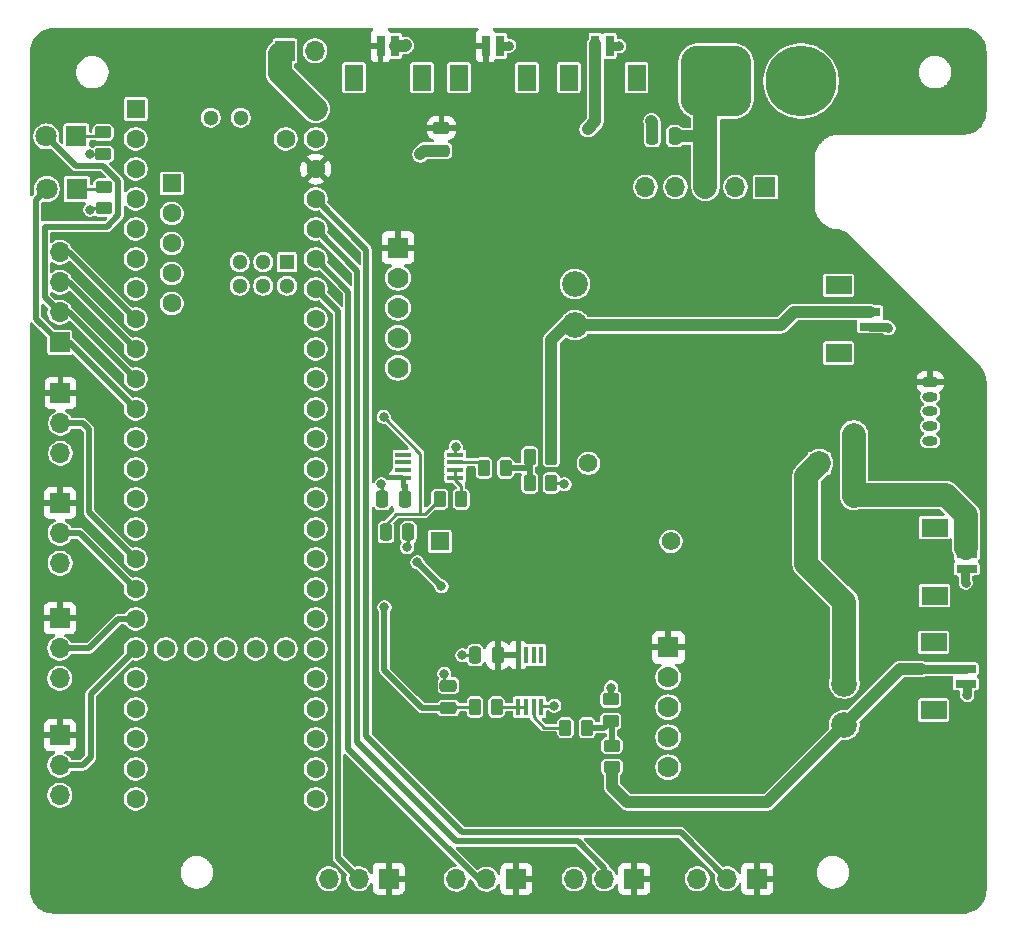
<source format=gbr>
%TF.GenerationSoftware,KiCad,Pcbnew,9.0.0*%
%TF.CreationDate,2025-04-19T22:44:30-05:00*%
%TF.ProjectId,HASP_Power_System,48415350-5f50-46f7-9765-725f53797374,rev?*%
%TF.SameCoordinates,Original*%
%TF.FileFunction,Copper,L1,Top*%
%TF.FilePolarity,Positive*%
%FSLAX46Y46*%
G04 Gerber Fmt 4.6, Leading zero omitted, Abs format (unit mm)*
G04 Created by KiCad (PCBNEW 9.0.0) date 2025-04-19 22:44:30*
%MOMM*%
%LPD*%
G01*
G04 APERTURE LIST*
G04 Aperture macros list*
%AMRoundRect*
0 Rectangle with rounded corners*
0 $1 Rounding radius*
0 $2 $3 $4 $5 $6 $7 $8 $9 X,Y pos of 4 corners*
0 Add a 4 corners polygon primitive as box body*
4,1,4,$2,$3,$4,$5,$6,$7,$8,$9,$2,$3,0*
0 Add four circle primitives for the rounded corners*
1,1,$1+$1,$2,$3*
1,1,$1+$1,$4,$5*
1,1,$1+$1,$6,$7*
1,1,$1+$1,$8,$9*
0 Add four rect primitives between the rounded corners*
20,1,$1+$1,$2,$3,$4,$5,0*
20,1,$1+$1,$4,$5,$6,$7,0*
20,1,$1+$1,$6,$7,$8,$9,0*
20,1,$1+$1,$8,$9,$2,$3,0*%
G04 Aperture macros list end*
%TA.AperFunction,SMDPad,CuDef*%
%ADD10RoundRect,0.250000X-0.475000X0.250000X-0.475000X-0.250000X0.475000X-0.250000X0.475000X0.250000X0*%
%TD*%
%TA.AperFunction,SMDPad,CuDef*%
%ADD11RoundRect,0.250000X0.250000X0.475000X-0.250000X0.475000X-0.250000X-0.475000X0.250000X-0.475000X0*%
%TD*%
%TA.AperFunction,SMDPad,CuDef*%
%ADD12R,1.800000X0.700000*%
%TD*%
%TA.AperFunction,SMDPad,CuDef*%
%ADD13R,2.200000X1.600000*%
%TD*%
%TA.AperFunction,SMDPad,CuDef*%
%ADD14R,1.600000X2.200000*%
%TD*%
%TA.AperFunction,SMDPad,CuDef*%
%ADD15R,0.700000X1.800000*%
%TD*%
%TA.AperFunction,SMDPad,CuDef*%
%ADD16R,0.449999X1.450000*%
%TD*%
%TA.AperFunction,SMDPad,CuDef*%
%ADD17R,1.450000X0.449999*%
%TD*%
%TA.AperFunction,ComponentPad*%
%ADD18C,1.778000*%
%TD*%
%TA.AperFunction,ComponentPad*%
%ADD19R,1.778000X1.778000*%
%TD*%
%TA.AperFunction,SMDPad,CuDef*%
%ADD20RoundRect,0.250000X-0.262500X-0.450000X0.262500X-0.450000X0.262500X0.450000X-0.262500X0.450000X0*%
%TD*%
%TA.AperFunction,SMDPad,CuDef*%
%ADD21RoundRect,0.250000X0.262500X0.450000X-0.262500X0.450000X-0.262500X-0.450000X0.262500X-0.450000X0*%
%TD*%
%TA.AperFunction,ComponentPad*%
%ADD22R,1.574800X1.574800*%
%TD*%
%TA.AperFunction,ComponentPad*%
%ADD23C,1.574800*%
%TD*%
%TA.AperFunction,ComponentPad*%
%ADD24C,2.184400*%
%TD*%
%TA.AperFunction,SMDPad,CuDef*%
%ADD25RoundRect,0.250000X-0.250000X-0.475000X0.250000X-0.475000X0.250000X0.475000X-0.250000X0.475000X0*%
%TD*%
%TA.AperFunction,ComponentPad*%
%ADD26R,1.800000X1.800000*%
%TD*%
%TA.AperFunction,ComponentPad*%
%ADD27C,1.800000*%
%TD*%
%TA.AperFunction,SMDPad,CuDef*%
%ADD28RoundRect,0.250000X-0.450000X0.262500X-0.450000X-0.262500X0.450000X-0.262500X0.450000X0.262500X0*%
%TD*%
%TA.AperFunction,SMDPad,CuDef*%
%ADD29RoundRect,0.250000X0.450000X-0.262500X0.450000X0.262500X-0.450000X0.262500X-0.450000X-0.262500X0*%
%TD*%
%TA.AperFunction,SMDPad,CuDef*%
%ADD30RoundRect,0.250000X0.475000X-0.250000X0.475000X0.250000X-0.475000X0.250000X-0.475000X-0.250000X0*%
%TD*%
%TA.AperFunction,ComponentPad*%
%ADD31RoundRect,1.500000X-1.500000X-1.500000X1.500000X-1.500000X1.500000X1.500000X-1.500000X1.500000X0*%
%TD*%
%TA.AperFunction,ComponentPad*%
%ADD32C,6.000000*%
%TD*%
%TA.AperFunction,ComponentPad*%
%ADD33R,1.700000X1.700000*%
%TD*%
%TA.AperFunction,ComponentPad*%
%ADD34O,1.700000X1.700000*%
%TD*%
%TA.AperFunction,ComponentPad*%
%ADD35RoundRect,0.200000X-0.450000X0.200000X-0.450000X-0.200000X0.450000X-0.200000X0.450000X0.200000X0*%
%TD*%
%TA.AperFunction,ComponentPad*%
%ADD36O,1.300000X0.800000*%
%TD*%
%TA.AperFunction,ComponentPad*%
%ADD37C,1.300000*%
%TD*%
%TA.AperFunction,ComponentPad*%
%ADD38R,1.300000X1.300000*%
%TD*%
%TA.AperFunction,ComponentPad*%
%ADD39C,1.600000*%
%TD*%
%TA.AperFunction,ComponentPad*%
%ADD40R,1.600000X1.600000*%
%TD*%
%TA.AperFunction,ViaPad*%
%ADD41C,0.800000*%
%TD*%
%TA.AperFunction,Conductor*%
%ADD42C,0.500000*%
%TD*%
%TA.AperFunction,Conductor*%
%ADD43C,1.000000*%
%TD*%
%TA.AperFunction,Conductor*%
%ADD44C,0.750000*%
%TD*%
%TA.AperFunction,Conductor*%
%ADD45C,2.000000*%
%TD*%
%TA.AperFunction,Conductor*%
%ADD46C,0.250000*%
%TD*%
G04 APERTURE END LIST*
D10*
%TO.P,C6,1*%
%TO.N,+3V3*%
X147828000Y-74488000D03*
%TO.P,C6,2*%
%TO.N,GND*%
X147828000Y-76388000D03*
%TD*%
D11*
%TO.P,C5,1*%
%TO.N,VCC_30*%
X167574000Y-75184000D03*
%TO.P,C5,2*%
%TO.N,GND*%
X165674000Y-75184000D03*
%TD*%
D12*
%TO.P,J19,1,Pin_1*%
%TO.N,CELL_POS_1*%
X192204000Y-120279000D03*
%TO.P,J19,2,Pin_2*%
%TO.N,GND*%
X192204000Y-121529000D03*
D13*
%TO.P,J19,MP*%
%TO.N,N/C*%
X189504000Y-118029000D03*
X189504000Y-123779000D03*
%TD*%
D11*
%TO.P,C4,1*%
%TO.N,+3V3*%
X152588000Y-119126000D03*
%TO.P,C4,2*%
%TO.N,GND*%
X150688000Y-119126000D03*
%TD*%
%TO.P,C3,1*%
%TO.N,+3V3*%
X144714000Y-105918000D03*
%TO.P,C3,2*%
%TO.N,GND*%
X142814000Y-105918000D03*
%TD*%
D14*
%TO.P,J2,MP*%
%TO.N,N/C*%
X155070000Y-70220000D03*
X149320000Y-70220000D03*
D15*
%TO.P,J2,2,Pin_2*%
%TO.N,GND*%
X152820000Y-67520000D03*
%TO.P,J2,1,Pin_1*%
%TO.N,+3V3*%
X151570000Y-67520000D03*
%TD*%
D14*
%TO.P,J3,MP*%
%TO.N,N/C*%
X164350000Y-70210000D03*
X158600000Y-70210000D03*
D15*
%TO.P,J3,2,Pin_2*%
%TO.N,GND*%
X162100000Y-67510000D03*
%TO.P,J3,1,Pin_1*%
%TO.N,+5V*%
X160850000Y-67510000D03*
%TD*%
D14*
%TO.P,J4,MP*%
%TO.N,N/C*%
X146170000Y-70210000D03*
X140420000Y-70210000D03*
D15*
%TO.P,J4,2,Pin_2*%
%TO.N,GND*%
X143920000Y-67510000D03*
%TO.P,J4,1,Pin_1*%
%TO.N,+3V3*%
X142670000Y-67510000D03*
%TD*%
D13*
%TO.P,J17,MP*%
%TO.N,N/C*%
X189590000Y-114065000D03*
X189590000Y-108315000D03*
D12*
%TO.P,J17,2,Pin_2*%
%TO.N,GND*%
X192290000Y-111815000D03*
%TO.P,J17,1,Pin_1*%
%TO.N,+5V*%
X192290000Y-110565000D03*
%TD*%
D13*
%TO.P,J21,MP*%
%TO.N,N/C*%
X181450000Y-93553000D03*
X181450000Y-87803000D03*
D12*
%TO.P,J21,2,Pin_2*%
%TO.N,GND*%
X184150000Y-91303000D03*
%TO.P,J21,1,Pin_1*%
%TO.N,CELL_POS_2*%
X184150000Y-90053000D03*
%TD*%
D16*
%TO.P,U1,1*%
%TO.N,Net-(U1A--)*%
X154335001Y-123500001D03*
%TO.P,U1,2,-*%
X154984999Y-123500001D03*
%TO.P,U1,3,+*%
%TO.N,Net-(U1A-+)*%
X155635001Y-123500001D03*
%TO.P,U1,4*%
%TO.N,GND*%
X156284999Y-123500001D03*
%TO.P,U1,5*%
%TO.N,N/C*%
X156284999Y-119099999D03*
%TO.P,U1,6*%
X155635001Y-119099999D03*
%TO.P,U1,7*%
X154984999Y-119099999D03*
%TO.P,U1,8*%
%TO.N,+3V3*%
X154335001Y-119099999D03*
%TD*%
D17*
%TO.P,U2,8*%
%TO.N,+3V3*%
X144609999Y-104084999D03*
%TO.P,U2,7*%
%TO.N,N/C*%
X144609999Y-103435001D03*
%TO.P,U2,6*%
X144609999Y-102784999D03*
%TO.P,U2,5*%
X144609999Y-102135001D03*
%TO.P,U2,4*%
%TO.N,GND*%
X149010001Y-102135001D03*
%TO.P,U2,3,+*%
%TO.N,Net-(U2A-+)*%
X149010001Y-102784999D03*
%TO.P,U2,2,-*%
%TO.N,Net-(U2A--)*%
X149010001Y-103435001D03*
%TO.P,U2,1*%
X149010001Y-104084999D03*
%TD*%
D18*
%TO.P,J23,5,Pin_5*%
%TO.N,MODULE_I_2*%
X144150000Y-94781300D03*
%TO.P,J23,4,Pin_4*%
%TO.N,unconnected-(J23-Pin_4-Pad4)*%
X144150000Y-92241300D03*
%TO.P,J23,3,Pin_3*%
%TO.N,unconnected-(J23-Pin_3-Pad3)*%
X144150000Y-89701300D03*
%TO.P,J23,2,Pin_2*%
%TO.N,GND*%
X144150000Y-87161300D03*
D19*
%TO.P,J23,1,Pin_1*%
%TO.N,+3V3*%
X144150000Y-84621300D03*
%TD*%
D20*
%TO.P,R12,1*%
%TO.N,Net-(R10-Pad2)*%
X155297500Y-104530000D03*
%TO.P,R12,2*%
%TO.N,GND*%
X157122500Y-104530000D03*
%TD*%
D21*
%TO.P,R11,1*%
%TO.N,CELL_POS_2*%
X157132500Y-102310000D03*
%TO.P,R11,2*%
%TO.N,Net-(R10-Pad2)*%
X155307500Y-102310000D03*
%TD*%
D20*
%TO.P,R10,1*%
%TO.N,Net-(U2A-+)*%
X151427500Y-103260000D03*
%TO.P,R10,2*%
%TO.N,Net-(R10-Pad2)*%
X153252500Y-103260000D03*
%TD*%
%TO.P,R9,1*%
%TO.N,MODULE_V_2_BUFF*%
X147677500Y-105918000D03*
%TO.P,R9,2*%
%TO.N,Net-(U2A--)*%
X149502500Y-105918000D03*
%TD*%
D22*
%TO.P,R8,1*%
%TO.N,LOAD_POS_2*%
X147701000Y-109474000D03*
D23*
%TO.P,R8,2*%
%TO.N,GND*%
X167259000Y-109474000D03*
%TD*%
D22*
%TO.P,R1,1*%
%TO.N,LOAD_POS_1*%
X179819000Y-102860000D03*
D23*
%TO.P,R1,2*%
%TO.N,GND*%
X160261000Y-102860000D03*
%TD*%
D24*
%TO.P,J22,1,Pin_1*%
%TO.N,CELL_POS_2*%
X159122000Y-91180000D03*
%TO.P,J22,2,Pin_2*%
%TO.N,LOAD_POS_2*%
X159122000Y-87680000D03*
%TD*%
D25*
%TO.P,C2,1*%
%TO.N,MODULE_V_2_BUFF*%
X143120000Y-108720000D03*
%TO.P,C2,2*%
%TO.N,GND*%
X145020000Y-108720000D03*
%TD*%
D26*
%TO.P,D2,1,K*%
%TO.N,Net-(D2-K)*%
X116920000Y-75200000D03*
D27*
%TO.P,D2,2,A*%
%TO.N,GPIO3*%
X114380000Y-75200000D03*
%TD*%
D26*
%TO.P,D1,1,K*%
%TO.N,Net-(D1-K)*%
X116944600Y-79640200D03*
D27*
%TO.P,D1,2,A*%
%TO.N,GPIO4*%
X114404600Y-79640200D03*
%TD*%
D18*
%TO.P,J18,5,Pin_5*%
%TO.N,MODULE_I_1*%
X167030000Y-128610000D03*
%TO.P,J18,4,Pin_4*%
%TO.N,unconnected-(J18-Pin_4-Pad4)*%
X167030000Y-126070000D03*
%TO.P,J18,3,Pin_3*%
%TO.N,unconnected-(J18-Pin_3-Pad3)*%
X167030000Y-123530000D03*
%TO.P,J18,2,Pin_2*%
%TO.N,GND*%
X167030000Y-120990000D03*
D19*
%TO.P,J18,1,Pin_1*%
%TO.N,+3V3*%
X167030000Y-118450000D03*
%TD*%
D24*
%TO.P,J20,1,Pin_1*%
%TO.N,CELL_POS_1*%
X181942000Y-125016949D03*
%TO.P,J20,2,Pin_2*%
%TO.N,LOAD_POS_1*%
X181942000Y-121516949D03*
%TD*%
D28*
%TO.P,R6,2*%
%TO.N,GND*%
X119250000Y-81292500D03*
%TO.P,R6,1*%
%TO.N,Net-(D1-K)*%
X119250000Y-79467500D03*
%TD*%
D20*
%TO.P,R5,2*%
%TO.N,Net-(U1A--)*%
X152492500Y-123510000D03*
%TO.P,R5,1*%
%TO.N,MODULE_V_1_BUFF*%
X150667500Y-123510000D03*
%TD*%
%TO.P,R4,2*%
%TO.N,Net-(R2-Pad2)*%
X160152500Y-125250000D03*
%TO.P,R4,1*%
%TO.N,Net-(U1A-+)*%
X158327500Y-125250000D03*
%TD*%
D29*
%TO.P,R3,2*%
%TO.N,GND*%
X162160000Y-122857500D03*
%TO.P,R3,1*%
%TO.N,Net-(R2-Pad2)*%
X162160000Y-124682500D03*
%TD*%
%TO.P,R2,2*%
%TO.N,Net-(R2-Pad2)*%
X162270000Y-126767500D03*
%TO.P,R2,1*%
%TO.N,CELL_POS_1*%
X162270000Y-128592500D03*
%TD*%
D28*
%TO.P,R7,2*%
%TO.N,GND*%
X119180000Y-76682500D03*
%TO.P,R7,1*%
%TO.N,Net-(D2-K)*%
X119180000Y-74857500D03*
%TD*%
D30*
%TO.P,C1,2*%
%TO.N,GND*%
X148420000Y-121690000D03*
%TO.P,C1,1*%
%TO.N,MODULE_V_1_BUFF*%
X148420000Y-123590000D03*
%TD*%
D31*
%TO.P,J16,1,Pin_1*%
%TO.N,VCC_30*%
X171080000Y-70510000D03*
D32*
%TO.P,J16,2,Pin_2*%
%TO.N,GND*%
X178280000Y-70510000D03*
%TD*%
D33*
%TO.P,J15,1,Pin_1*%
%TO.N,+3V3*%
X143360000Y-138030000D03*
D34*
%TO.P,J15,2,Pin_2*%
%TO.N,TEMP8*%
X140820000Y-138030000D03*
%TO.P,J15,3,Pin_3*%
%TO.N,GND*%
X138280000Y-138030000D03*
%TD*%
D33*
%TO.P,J14,1,Pin_1*%
%TO.N,+3V3*%
X154170000Y-138080000D03*
D34*
%TO.P,J14,2,Pin_2*%
%TO.N,TEMP7*%
X151630000Y-138080000D03*
%TO.P,J14,3,Pin_3*%
%TO.N,GND*%
X149090000Y-138080000D03*
%TD*%
D33*
%TO.P,J13,1,Pin_1*%
%TO.N,+3V3*%
X164160000Y-138070000D03*
D34*
%TO.P,J13,2,Pin_2*%
%TO.N,TEMP6*%
X161620000Y-138070000D03*
%TO.P,J13,3,Pin_3*%
%TO.N,GND*%
X159080000Y-138070000D03*
%TD*%
D33*
%TO.P,J12,1,Pin_1*%
%TO.N,+3V3*%
X174570000Y-138040000D03*
D34*
%TO.P,J12,2,Pin_2*%
%TO.N,TEMP5*%
X172030000Y-138040000D03*
%TO.P,J12,3,Pin_3*%
%TO.N,GND*%
X169490000Y-138040000D03*
%TD*%
D33*
%TO.P,J11,1,Pin_1*%
%TO.N,+3V3*%
X115520000Y-125900000D03*
D34*
%TO.P,J11,2,Pin_2*%
%TO.N,TEMP4*%
X115520000Y-128440000D03*
%TO.P,J11,3,Pin_3*%
%TO.N,GND*%
X115520000Y-130980000D03*
%TD*%
D33*
%TO.P,J10,1,Pin_1*%
%TO.N,+3V3*%
X115510000Y-115990000D03*
D34*
%TO.P,J10,2,Pin_2*%
%TO.N,TEMP3*%
X115510000Y-118530000D03*
%TO.P,J10,3,Pin_3*%
%TO.N,GND*%
X115510000Y-121070000D03*
%TD*%
D33*
%TO.P,J9,1,Pin_1*%
%TO.N,+3V3*%
X115540000Y-106250000D03*
D34*
%TO.P,J9,2,Pin_2*%
%TO.N,TEMP2*%
X115540000Y-108790000D03*
%TO.P,J9,3,Pin_3*%
%TO.N,GND*%
X115540000Y-111330000D03*
%TD*%
D33*
%TO.P,J8,1,Pin_1*%
%TO.N,+3V3*%
X115570000Y-96935000D03*
D34*
%TO.P,J8,2,Pin_2*%
%TO.N,TEMP1*%
X115570000Y-99475000D03*
%TO.P,J8,3,Pin_3*%
%TO.N,GND*%
X115570000Y-102015000D03*
%TD*%
D35*
%TO.P,J7,1,Pin_1*%
%TO.N,+3V3*%
X189200000Y-95980000D03*
D36*
%TO.P,J7,2,Pin_2*%
%TO.N,TX*%
X189200000Y-97230000D03*
%TO.P,J7,3,Pin_3*%
%TO.N,RX*%
X189200000Y-98480000D03*
%TO.P,J7,4,Pin_4*%
%TO.N,unconnected-(J7-Pin_4-Pad4)*%
X189200000Y-99730000D03*
%TO.P,J7,5,Pin_5*%
%TO.N,unconnected-(J7-Pin_5-Pad5)*%
X189200000Y-100980000D03*
%TD*%
D33*
%TO.P,J6,1,Pin_1*%
%TO.N,GPIO4*%
X115520000Y-92630000D03*
D34*
%TO.P,J6,2,Pin_2*%
%TO.N,GPIO3*%
X115520000Y-90090000D03*
%TO.P,J6,3,Pin_3*%
%TO.N,GPIO2*%
X115520000Y-87550000D03*
%TO.P,J6,4,Pin_4*%
%TO.N,GPIO1*%
X115520000Y-85010000D03*
%TD*%
D33*
%TO.P,J5,1,Pin_1*%
%TO.N,Net-(J5-Pin_1)*%
X134580000Y-67945000D03*
D34*
%TO.P,J5,2,Pin_2*%
%TO.N,+5V*%
X137120000Y-67945000D03*
%TD*%
D33*
%TO.P,J1,1,Pin_1*%
%TO.N,unconnected-(J1-Pin_1-Pad1)*%
X175260000Y-79480000D03*
D34*
%TO.P,J1,2,Pin_2*%
%TO.N,unconnected-(J1-Pin_2-Pad2)*%
X172720000Y-79480000D03*
%TO.P,J1,3,Pin_3*%
%TO.N,VCC_30*%
X170180000Y-79480000D03*
%TO.P,J1,4,Pin_4*%
%TO.N,GND*%
X167640000Y-79480000D03*
%TO.P,J1,5,Pin_5*%
%TO.N,+5V*%
X165100000Y-79480000D03*
%TD*%
D37*
%TO.P,U3,67,D+*%
%TO.N,unconnected-(U3-D+-Pad67)*%
X128290000Y-73600000D03*
%TO.P,U3,66,D-*%
%TO.N,unconnected-(U3-D--Pad66)*%
X130830000Y-73600000D03*
%TO.P,U3,65,R-*%
%TO.N,unconnected-(U3-R--Pad65)*%
X134741600Y-87840000D03*
%TO.P,U3,64,GND*%
%TO.N,unconnected-(U3-GND-Pad64)*%
X132741600Y-87840000D03*
%TO.P,U3,63,T+*%
%TO.N,unconnected-(U3-T+-Pad63)*%
X130741600Y-87840000D03*
%TO.P,U3,62,T-*%
%TO.N,unconnected-(U3-T--Pad62)*%
X130741600Y-85840000D03*
%TO.P,U3,61,LED*%
%TO.N,unconnected-(U3-LED-Pad61)*%
X132741600Y-85840000D03*
D38*
%TO.P,U3,60,R+*%
%TO.N,unconnected-(U3-R+-Pad60)*%
X134741600Y-85840000D03*
D39*
%TO.P,U3,59,GND*%
%TO.N,unconnected-(U3-GND-Pad59)*%
X124990800Y-89329200D03*
%TO.P,U3,58,GND*%
%TO.N,unconnected-(U3-GND-Pad58)*%
X124990800Y-86789200D03*
%TO.P,U3,57,D+*%
%TO.N,unconnected-(U3-D+-Pad57)*%
X124990800Y-84249200D03*
%TO.P,U3,56,D-*%
%TO.N,unconnected-(U3-D--Pad56)*%
X124990800Y-81709200D03*
D40*
%TO.P,U3,55,5V*%
%TO.N,unconnected-(U3-5V-Pad55)*%
X124990800Y-79169200D03*
D39*
%TO.P,U3,54,ON_OFF*%
%TO.N,unconnected-(U3-ON_OFF-Pad54)*%
X134640000Y-118590000D03*
%TO.P,U3,53,PROGRAM*%
%TO.N,unconnected-(U3-PROGRAM-Pad53)*%
X132100000Y-118590000D03*
%TO.P,U3,52,GND*%
%TO.N,unconnected-(U3-GND-Pad52)*%
X129560000Y-118590000D03*
%TO.P,U3,51,3V3*%
%TO.N,unconnected-(U3-3V3-Pad51)*%
X127020000Y-118590000D03*
%TO.P,U3,50,VBAT*%
%TO.N,unconnected-(U3-VBAT-Pad50)*%
X124480000Y-118590000D03*
%TO.P,U3,49,VUSB*%
%TO.N,unconnected-(U3-VUSB-Pad49)*%
X134640000Y-75410000D03*
%TO.P,U3,48,VIN*%
%TO.N,Net-(J5-Pin_1)*%
X137180000Y-72870000D03*
%TO.P,U3,47,GND*%
%TO.N,GND*%
X137180000Y-75410000D03*
%TO.P,U3,46,3V3*%
%TO.N,+3V3*%
X137180000Y-77950000D03*
%TO.P,U3,45,23_A9_CRX1_MCLK1*%
%TO.N,TEMP5*%
X137180000Y-80490000D03*
%TO.P,U3,44,22_A8_CTX1*%
%TO.N,TEMP6*%
X137180000Y-83030000D03*
%TO.P,U3,43,21_A7_RX5_BCLK1*%
%TO.N,TEMP7*%
X137180000Y-85570000D03*
%TO.P,U3,42,20_A6_TX5_LRCLK1*%
%TO.N,TEMP8*%
X137180000Y-88110000D03*
%TO.P,U3,41,19_A5_SCL*%
%TO.N,MODULE_I_2*%
X137180000Y-90650000D03*
%TO.P,U3,40,18_A4_SDA*%
%TO.N,MODULE_V_2_BUFF*%
X137180000Y-93190000D03*
%TO.P,U3,39,17_A3_TX4_SDA1*%
%TO.N,unconnected-(U3-17_A3_TX4_SDA1-Pad39)*%
X137180000Y-95730000D03*
%TO.P,U3,38,16_A2_RX4_SCL1*%
%TO.N,unconnected-(U3-16_A2_RX4_SCL1-Pad38)*%
X137180000Y-98270000D03*
%TO.P,U3,37,15_A1_RX3_SPDIF_IN*%
%TO.N,RX*%
X137180000Y-100810000D03*
%TO.P,U3,36,14_A0_TX3_SPDIF_OUT*%
%TO.N,TX*%
X137180000Y-103350000D03*
%TO.P,U3,35,13_SCK_LED*%
%TO.N,unconnected-(U3-13_SCK_LED-Pad35)*%
X137180000Y-105890000D03*
%TO.P,U3,34,GND*%
%TO.N,GND*%
X137180000Y-108430000D03*
%TO.P,U3,33,41_A17*%
%TO.N,MODULE_I_1*%
X137180000Y-110970000D03*
%TO.P,U3,32,40_A16*%
%TO.N,MODULE_V_1_BUFF*%
X137180000Y-113510000D03*
%TO.P,U3,31,39_MISO1_OUT1A*%
%TO.N,unconnected-(U3-39_MISO1_OUT1A-Pad31)*%
X137180000Y-116050000D03*
%TO.P,U3,30,38_CS1_IN1*%
%TO.N,unconnected-(U3-38_CS1_IN1-Pad30)*%
X137180000Y-118590000D03*
%TO.P,U3,29,37_CS*%
%TO.N,unconnected-(U3-37_CS-Pad29)*%
X137180000Y-121130000D03*
%TO.P,U3,28,36_CS*%
%TO.N,unconnected-(U3-36_CS-Pad28)*%
X137180000Y-123670000D03*
%TO.P,U3,27,35_TX8*%
%TO.N,unconnected-(U3-35_TX8-Pad27)*%
X137180000Y-126210000D03*
%TO.P,U3,26,34_RX8*%
%TO.N,unconnected-(U3-34_RX8-Pad26)*%
X137180000Y-128750000D03*
%TO.P,U3,25,33_MCLK2*%
%TO.N,unconnected-(U3-33_MCLK2-Pad25)*%
X137180000Y-131290000D03*
%TO.P,U3,24,32_OUT1B*%
%TO.N,unconnected-(U3-32_OUT1B-Pad24)*%
X121940000Y-131290000D03*
%TO.P,U3,23,31_CTX3*%
%TO.N,unconnected-(U3-31_CTX3-Pad23)*%
X121940000Y-128750000D03*
%TO.P,U3,22,30_CRX3*%
%TO.N,unconnected-(U3-30_CRX3-Pad22)*%
X121940000Y-126210000D03*
%TO.P,U3,21,29_TX7*%
%TO.N,unconnected-(U3-29_TX7-Pad21)*%
X121940000Y-123670000D03*
%TO.P,U3,20,28_RX7*%
%TO.N,unconnected-(U3-28_RX7-Pad20)*%
X121940000Y-121130000D03*
%TO.P,U3,19,27_A13_SCK1*%
%TO.N,TEMP4*%
X121940000Y-118590000D03*
%TO.P,U3,18,26_A12_MOSI1*%
%TO.N,TEMP3*%
X121940000Y-116050000D03*
%TO.P,U3,17,25_A11_RX6_SDA2*%
%TO.N,TEMP2*%
X121940000Y-113510000D03*
%TO.P,U3,16,24_A10_TX6_SCL2*%
%TO.N,TEMP1*%
X121940000Y-110970000D03*
%TO.P,U3,15,3V3*%
%TO.N,unconnected-(U3-3V3-Pad15)*%
X121940000Y-108430000D03*
%TO.P,U3,14,12_MISO_MQSL*%
%TO.N,unconnected-(U3-12_MISO_MQSL-Pad14)*%
X121940000Y-105890000D03*
%TO.P,U3,13,11_MOSI_CTX1*%
%TO.N,unconnected-(U3-11_MOSI_CTX1-Pad13)*%
X121940000Y-103350000D03*
%TO.P,U3,12,10_CS_MQSR*%
%TO.N,unconnected-(U3-10_CS_MQSR-Pad12)*%
X121940000Y-100810000D03*
%TO.P,U3,11,9_OUT1C*%
%TO.N,GPIO4*%
X121940000Y-98270000D03*
%TO.P,U3,10,8_TX2_IN1*%
%TO.N,GPIO3*%
X121940000Y-95730000D03*
%TO.P,U3,9,7_RX2_OUT1A*%
%TO.N,GPIO2*%
X121940000Y-93190000D03*
%TO.P,U3,8,6_OUT1D*%
%TO.N,GPIO1*%
X121940000Y-90650000D03*
%TO.P,U3,7,5_IN2*%
%TO.N,unconnected-(U3-5_IN2-Pad7)*%
X121940000Y-88110000D03*
%TO.P,U3,6,4_BCLK2*%
%TO.N,unconnected-(U3-4_BCLK2-Pad6)*%
X121940000Y-85570000D03*
%TO.P,U3,5,3_LRCLK2*%
%TO.N,unconnected-(U3-3_LRCLK2-Pad5)*%
X121940000Y-83030000D03*
%TO.P,U3,4,2_OUT2*%
%TO.N,unconnected-(U3-2_OUT2-Pad4)*%
X121940000Y-80490000D03*
%TO.P,U3,3,1_TX1_CTX2_MISO1*%
%TO.N,unconnected-(U3-1_TX1_CTX2_MISO1-Pad3)*%
X121940000Y-77950000D03*
%TO.P,U3,2,0_RX1_CRX2_CS1*%
%TO.N,unconnected-(U3-0_RX1_CRX2_CS1-Pad2)*%
X121940000Y-75410000D03*
D40*
%TO.P,U3,1,GND*%
%TO.N,GND*%
X121940000Y-72870000D03*
%TD*%
D41*
%TO.N,MODULE_V_1_BUFF*%
X143002000Y-115062000D03*
%TO.N,MODULE_V_2_BUFF*%
X142930000Y-98940000D03*
%TO.N,GND*%
X142748000Y-104648000D03*
%TO.N,RX*%
X145796000Y-111252000D03*
%TO.N,+5V*%
X182730000Y-100440000D03*
%TO.N,GND*%
X185674000Y-91440000D03*
X146050000Y-76708000D03*
X165608000Y-73914000D03*
X149606000Y-119126000D03*
X144921793Y-109975427D03*
%TO.N,RX*%
X147828000Y-113284000D03*
%TO.N,GND*%
X158242000Y-104648000D03*
X149040000Y-101490000D03*
%TO.N,+5V*%
X160200000Y-74580000D03*
%TO.N,GND*%
X192340000Y-122480000D03*
X118100000Y-81400000D03*
X118060000Y-76700000D03*
X157390000Y-123400000D03*
X162200000Y-121860000D03*
X153550000Y-67510000D03*
X144790000Y-67490000D03*
X162860000Y-67540000D03*
X192210000Y-112970000D03*
X148060000Y-120680000D03*
%TD*%
D42*
%TO.N,TEMP5*%
X141478000Y-84788000D02*
X137180000Y-80490000D01*
X149606000Y-134112000D02*
X141478000Y-125984000D01*
X141478000Y-125984000D02*
X141478000Y-84788000D01*
X168102000Y-134112000D02*
X149606000Y-134112000D01*
X172030000Y-138040000D02*
X168102000Y-134112000D01*
%TO.N,TEMP6*%
X140716000Y-86566000D02*
X137180000Y-83030000D01*
X159366000Y-134874000D02*
X149098000Y-134874000D01*
X161620000Y-137128000D02*
X159366000Y-134874000D01*
X140716000Y-126492000D02*
X140716000Y-86566000D01*
X161620000Y-138070000D02*
X161620000Y-137128000D01*
X149098000Y-134874000D02*
X140716000Y-126492000D01*
D43*
%TO.N,CELL_POS_1*%
X163576000Y-131572000D02*
X162270000Y-130266000D01*
X162270000Y-130266000D02*
X162270000Y-128592500D01*
X175386949Y-131572000D02*
X163576000Y-131572000D01*
X181942000Y-125016949D02*
X175386949Y-131572000D01*
X186679949Y-120279000D02*
X188468000Y-120279000D01*
X181942000Y-125016949D02*
X186679949Y-120279000D01*
D44*
X188468000Y-120279000D02*
X192204000Y-120279000D01*
D45*
%TO.N,LOAD_POS_1*%
X181942000Y-114602000D02*
X181942000Y-121516949D01*
X178732000Y-111392000D02*
X181942000Y-114602000D01*
X178732000Y-103947000D02*
X178732000Y-111392000D01*
X179819000Y-102860000D02*
X178732000Y-103947000D01*
D42*
%TO.N,MODULE_V_1_BUFF*%
X143002000Y-120396000D02*
X143002000Y-115062000D01*
X146196000Y-123590000D02*
X143002000Y-120396000D01*
X148420000Y-123590000D02*
X146196000Y-123590000D01*
D46*
%TO.N,MODULE_V_2_BUFF*%
X146050000Y-107188000D02*
X146050000Y-102060000D01*
X144018000Y-107188000D02*
X146050000Y-107188000D01*
X146050000Y-102060000D02*
X142930000Y-98940000D01*
D42*
%TO.N,TEMP7*%
X139940000Y-127040000D02*
X139940000Y-88330000D01*
X150980000Y-138080000D02*
X139940000Y-127040000D01*
X139940000Y-88330000D02*
X137180000Y-85570000D01*
X151630000Y-138080000D02*
X150980000Y-138080000D01*
%TO.N,TEMP8*%
X139080000Y-90010000D02*
X137180000Y-88110000D01*
X140820000Y-138030000D02*
X139080000Y-136290000D01*
X139080000Y-136290000D02*
X139080000Y-90010000D01*
D46*
%TO.N,Net-(U2A--)*%
X149502500Y-104798500D02*
X149502500Y-105918000D01*
X149010001Y-104306001D02*
X149502500Y-104798500D01*
X149010001Y-104084999D02*
X149010001Y-104306001D01*
%TO.N,GND*%
X142814000Y-104714000D02*
X142748000Y-104648000D01*
X142814000Y-105918000D02*
X142814000Y-104714000D01*
%TO.N,MODULE_V_2_BUFF*%
X146050000Y-107188000D02*
X146407500Y-107188000D01*
X143120000Y-108086000D02*
X144018000Y-107188000D01*
X143120000Y-108720000D02*
X143120000Y-108086000D01*
X146407500Y-107188000D02*
X147677500Y-105918000D01*
%TO.N,+3V3*%
X144609999Y-105813999D02*
X144714000Y-105918000D01*
X144609999Y-104084999D02*
X144609999Y-105813999D01*
D42*
%TO.N,RX*%
X147828000Y-113284000D02*
X145796000Y-111252000D01*
D43*
%TO.N,CELL_POS_2*%
X157132500Y-92407500D02*
X158360000Y-91180000D01*
X157132500Y-102310000D02*
X157132500Y-92407500D01*
D44*
%TO.N,GND*%
X185537000Y-91303000D02*
X185674000Y-91440000D01*
X184150000Y-91303000D02*
X185537000Y-91303000D01*
D43*
%TO.N,CELL_POS_2*%
X177663000Y-90053000D02*
X184150000Y-90053000D01*
X176536000Y-91180000D02*
X177663000Y-90053000D01*
%TO.N,GND*%
X146370000Y-76388000D02*
X146050000Y-76708000D01*
X147828000Y-76388000D02*
X146370000Y-76388000D01*
X165674000Y-73980000D02*
X165608000Y-73914000D01*
X165674000Y-75184000D02*
X165674000Y-73980000D01*
%TO.N,VCC_30*%
X167574000Y-75184000D02*
X170180000Y-75184000D01*
D45*
X170180000Y-75184000D02*
X170180000Y-79480000D01*
D46*
%TO.N,GND*%
X150688000Y-119126000D02*
X149606000Y-119126000D01*
%TO.N,+3V3*%
X154309000Y-119126000D02*
X154335001Y-119099999D01*
%TO.N,GND*%
X145020000Y-108720000D02*
X145020000Y-109877220D01*
X145020000Y-109877220D02*
X144921793Y-109975427D01*
X149010001Y-101519999D02*
X149040000Y-101490000D01*
X149010001Y-102135001D02*
X149010001Y-101519999D01*
X158124000Y-104530000D02*
X158242000Y-104648000D01*
X157122500Y-104530000D02*
X158124000Y-104530000D01*
D45*
%TO.N,+5V*%
X182822276Y-105550000D02*
X182736339Y-105635937D01*
X192260000Y-107260000D02*
X190550000Y-105550000D01*
X182730000Y-105629598D02*
X182736339Y-105635937D01*
X192260000Y-110010000D02*
X192260000Y-107260000D01*
X182730000Y-100440000D02*
X182730000Y-105629598D01*
X190550000Y-105550000D02*
X182822276Y-105550000D01*
D43*
X160860000Y-73920000D02*
X160200000Y-74580000D01*
X160860000Y-67330000D02*
X160860000Y-73920000D01*
D46*
%TO.N,Net-(U2A--)*%
X149010001Y-104084999D02*
X149010001Y-103435001D01*
%TO.N,Net-(U2A-+)*%
X150952499Y-102784999D02*
X149010001Y-102784999D01*
X151427500Y-103260000D02*
X150952499Y-102784999D01*
D42*
%TO.N,Net-(R10-Pad2)*%
X153252500Y-103260000D02*
X155297500Y-103260000D01*
X155297500Y-103260000D02*
X155297500Y-102320000D01*
X155297500Y-102320000D02*
X155307500Y-102310000D01*
X155297500Y-104530000D02*
X155297500Y-103260000D01*
%TO.N,TEMP7*%
X137180000Y-85630000D02*
X137180000Y-85570000D01*
%TO.N,TEMP8*%
X137180000Y-88110000D02*
X137210000Y-88110000D01*
D45*
%TO.N,VCC_30*%
X170180000Y-71410000D02*
X170180000Y-75184000D01*
X171080000Y-70510000D02*
X170180000Y-71410000D01*
D44*
%TO.N,GND*%
X192290000Y-122430000D02*
X192340000Y-122480000D01*
X192290000Y-121600000D02*
X192290000Y-122430000D01*
D46*
X118207500Y-81292500D02*
X118100000Y-81400000D01*
X119250000Y-81292500D02*
X118207500Y-81292500D01*
X118077500Y-76682500D02*
X118060000Y-76700000D01*
X119180000Y-76682500D02*
X118077500Y-76682500D01*
%TO.N,Net-(D2-K)*%
X118837500Y-75200000D02*
X119180000Y-74857500D01*
X116920000Y-75200000D02*
X118837500Y-75200000D01*
%TO.N,Net-(D1-K)*%
X119077300Y-79640200D02*
X119250000Y-79467500D01*
X116944600Y-79640200D02*
X119077300Y-79640200D01*
D42*
%TO.N,GPIO3*%
X120471000Y-81862292D02*
X120471000Y-78971000D01*
X119502292Y-82831000D02*
X120471000Y-81862292D01*
X119206000Y-77706000D02*
X116886000Y-77706000D01*
X114219000Y-82831000D02*
X119502292Y-82831000D01*
X116886000Y-77706000D02*
X114380000Y-75200000D01*
X114219000Y-88789000D02*
X114219000Y-82831000D01*
X115520000Y-90090000D02*
X114219000Y-88789000D01*
X120471000Y-78971000D02*
X119206000Y-77706000D01*
%TO.N,GPIO4*%
X113504600Y-80540200D02*
X114404600Y-79640200D01*
D46*
%TO.N,Net-(U1A--)*%
X154985000Y-123510000D02*
X154335000Y-123510000D01*
X154237500Y-123510000D02*
X154335000Y-123412500D01*
X152492500Y-123510000D02*
X154237500Y-123510000D01*
%TO.N,GND*%
X157377500Y-123412500D02*
X157390000Y-123400000D01*
X156285000Y-123412500D02*
X157377500Y-123412500D01*
%TO.N,Net-(U1A-+)*%
X155635000Y-124364274D02*
X155635000Y-123412500D01*
X156520726Y-125250000D02*
X155635000Y-124364274D01*
X158327500Y-125250000D02*
X156520726Y-125250000D01*
D42*
%TO.N,GND*%
X162160000Y-121900000D02*
X162200000Y-121860000D01*
X162160000Y-122857500D02*
X162160000Y-121900000D01*
%TO.N,Net-(R2-Pad2)*%
X161592500Y-125250000D02*
X162160000Y-124682500D01*
X160152500Y-125250000D02*
X161592500Y-125250000D01*
X162270000Y-124792500D02*
X162160000Y-124682500D01*
X162270000Y-126767500D02*
X162270000Y-124792500D01*
X160152500Y-124865000D02*
X160152500Y-125250000D01*
D45*
%TO.N,VCC_30*%
X171080000Y-70430000D02*
X170160000Y-71350000D01*
D44*
X170688100Y-70821900D02*
X171080000Y-70430000D01*
D43*
%TO.N,GND*%
X143920000Y-67510000D02*
X144770000Y-67510000D01*
D44*
X153540000Y-67520000D02*
X153550000Y-67510000D01*
D43*
X177000000Y-69500000D02*
X177000000Y-69250000D01*
D44*
X162100000Y-67510000D02*
X162830000Y-67510000D01*
X162830000Y-67510000D02*
X162860000Y-67540000D01*
X152820000Y-67520000D02*
X153540000Y-67520000D01*
D43*
X144770000Y-67510000D02*
X144790000Y-67490000D01*
X177000000Y-69250000D02*
X176750000Y-69000000D01*
X176750000Y-69000000D02*
X176750000Y-70448470D01*
D44*
X192180000Y-112940000D02*
X192210000Y-112970000D01*
X192180000Y-111865000D02*
X192180000Y-112940000D01*
D42*
%TO.N,TEMP4*%
X118120000Y-127760000D02*
X117440000Y-128440000D01*
X118120000Y-122410000D02*
X118120000Y-127760000D01*
X115520000Y-128440000D02*
X117440000Y-128440000D01*
X121940000Y-118590000D02*
X118120000Y-122410000D01*
%TO.N,TEMP3*%
X115510000Y-118530000D02*
X117970000Y-118530000D01*
X120450000Y-116050000D02*
X121940000Y-116050000D01*
X117970000Y-118530000D02*
X120450000Y-116050000D01*
%TO.N,TEMP1*%
X118000000Y-107030000D02*
X118000000Y-100000000D01*
X121940000Y-110970000D02*
X118000000Y-107030000D01*
X117475000Y-99475000D02*
X115570000Y-99475000D01*
X118000000Y-100000000D02*
X117475000Y-99475000D01*
D45*
%TO.N,Net-(J5-Pin_1)*%
X134150000Y-69840000D02*
X134150000Y-68230000D01*
X137180000Y-72870000D02*
X134150000Y-69840000D01*
D42*
%TO.N,GPIO3*%
X121940000Y-95730000D02*
X116300000Y-90090000D01*
X116300000Y-90090000D02*
X115520000Y-90090000D01*
%TO.N,GPIO4*%
X116300000Y-92630000D02*
X115520000Y-92630000D01*
X121940000Y-98270000D02*
X116300000Y-92630000D01*
%TO.N,GPIO2*%
X121940000Y-93190000D02*
X116300000Y-87550000D01*
X116300000Y-87550000D02*
X115520000Y-87550000D01*
%TO.N,GPIO1*%
X121940000Y-90650000D02*
X116300000Y-85010000D01*
X116300000Y-85010000D02*
X115520000Y-85010000D01*
X115846196Y-84755000D02*
X115520000Y-84755000D01*
%TO.N,TEMP2*%
X117220000Y-108790000D02*
X116430000Y-108790000D01*
X115540000Y-108790000D02*
X116430000Y-108790000D01*
X121940000Y-113510000D02*
X117220000Y-108790000D01*
D46*
%TO.N,MODULE_V_1_BUFF*%
X150667500Y-123510000D02*
X148180000Y-123510000D01*
X148180000Y-123510000D02*
X148060000Y-123630000D01*
%TO.N,GND*%
X148060000Y-121730000D02*
X148060000Y-120680000D01*
D42*
%TO.N,GPIO4*%
X115520000Y-92630000D02*
X113504600Y-90614600D01*
X113504600Y-90614600D02*
X113504600Y-80540200D01*
D43*
%TO.N,CELL_POS_2*%
X158360000Y-91180000D02*
X176536000Y-91180000D01*
%TD*%
%TA.AperFunction,Conductor*%
%TO.N,+3V3*%
G36*
X192123860Y-66000703D02*
G01*
X192336216Y-66029018D01*
X192345153Y-66030548D01*
X192392265Y-66040415D01*
X192398421Y-66041870D01*
X192427467Y-66049522D01*
X192585183Y-66091077D01*
X192595238Y-66094190D01*
X192633117Y-66107713D01*
X192637668Y-66109439D01*
X192825028Y-66184857D01*
X192835899Y-66189857D01*
X192855528Y-66200060D01*
X192858628Y-66201728D01*
X193048474Y-66307360D01*
X193061520Y-66315727D01*
X193250510Y-66454339D01*
X193262409Y-66464267D01*
X193432640Y-66625377D01*
X193443209Y-66636713D01*
X193592007Y-66817792D01*
X193601079Y-66830358D01*
X193726129Y-67028587D01*
X193733562Y-67042186D01*
X193825643Y-67238942D01*
X193827091Y-67242153D01*
X193835906Y-67262473D01*
X193840137Y-67273681D01*
X193902224Y-67465747D01*
X193903648Y-67470471D01*
X193914491Y-67509217D01*
X193916904Y-67519509D01*
X193952911Y-67709196D01*
X193953934Y-67715456D01*
X193960477Y-67763115D01*
X193961387Y-67772231D01*
X193967030Y-67862367D01*
X193975044Y-67990374D01*
X193975286Y-67998104D01*
X193975286Y-73052187D01*
X193975021Y-73060294D01*
X193960040Y-73288931D01*
X193959043Y-73298470D01*
X193952018Y-73347333D01*
X193950898Y-73353875D01*
X193911302Y-73552964D01*
X193908661Y-73563711D01*
X193897106Y-73603063D01*
X193895549Y-73607984D01*
X193827311Y-73809023D01*
X193822683Y-73820684D01*
X193813602Y-73840566D01*
X193812023Y-73843890D01*
X193711013Y-74048729D01*
X193702903Y-74062777D01*
X193566630Y-74266730D01*
X193556756Y-74279599D01*
X193395020Y-74464027D01*
X193383551Y-74475496D01*
X193199131Y-74637231D01*
X193186262Y-74647106D01*
X192982306Y-74783386D01*
X192968259Y-74791496D01*
X192763415Y-74892514D01*
X192760081Y-74894097D01*
X192740213Y-74903170D01*
X192728562Y-74907794D01*
X192527524Y-74976038D01*
X192522598Y-74977597D01*
X192483233Y-74989155D01*
X192472491Y-74991794D01*
X192273429Y-75031390D01*
X192266884Y-75032511D01*
X192218000Y-75039539D01*
X192208464Y-75040536D01*
X192006196Y-75053792D01*
X191980376Y-75055485D01*
X191972269Y-75055750D01*
X181498412Y-75055750D01*
X181498194Y-75055686D01*
X181315869Y-75055686D01*
X181315855Y-75055687D01*
X181055861Y-75089919D01*
X181055860Y-75089919D01*
X180802558Y-75157794D01*
X180761310Y-75174879D01*
X180761309Y-75174878D01*
X180755158Y-75177425D01*
X180747111Y-75179789D01*
X180724234Y-75190236D01*
X180722136Y-75191106D01*
X180722128Y-75191110D01*
X180560283Y-75258151D01*
X180560275Y-75258155D01*
X180507691Y-75288513D01*
X180507692Y-75288514D01*
X180502576Y-75291467D01*
X180487191Y-75298494D01*
X180458770Y-75316759D01*
X180456192Y-75318248D01*
X180456189Y-75318248D01*
X180333177Y-75389274D01*
X180333167Y-75389280D01*
X180295975Y-75417819D01*
X180271475Y-75436619D01*
X180267373Y-75439766D01*
X180246810Y-75452982D01*
X180220965Y-75475377D01*
X180218023Y-75477635D01*
X180218020Y-75477636D01*
X180125126Y-75548919D01*
X180125122Y-75548922D01*
X180125117Y-75548926D01*
X180125117Y-75548927D01*
X180057044Y-75617002D01*
X180057043Y-75617001D01*
X180053894Y-75620149D01*
X180030862Y-75640108D01*
X180010907Y-75663137D01*
X180007768Y-75666277D01*
X180007755Y-75666292D01*
X179939683Y-75734367D01*
X179868382Y-75827291D01*
X179868381Y-75827291D01*
X179866125Y-75830231D01*
X179843744Y-75856061D01*
X179830544Y-75876599D01*
X179827385Y-75880718D01*
X179780051Y-75942408D01*
X179780037Y-75942429D01*
X179709015Y-76065449D01*
X179709014Y-76065451D01*
X179707526Y-76068027D01*
X179689263Y-76096447D01*
X179682243Y-76111819D01*
X179679282Y-76116948D01*
X179648931Y-76169522D01*
X179648924Y-76169537D01*
X179581885Y-76331388D01*
X179581886Y-76331389D01*
X179581025Y-76333467D01*
X179570566Y-76356371D01*
X179568197Y-76364439D01*
X179565650Y-76370589D01*
X179548576Y-76411811D01*
X179480706Y-76665128D01*
X179465710Y-76779056D01*
X179446483Y-76925128D01*
X179446483Y-76925131D01*
X179446483Y-76925132D01*
X179446486Y-77056250D01*
X179446486Y-80980095D01*
X179446439Y-81150261D01*
X179446439Y-81150267D01*
X179481835Y-81414587D01*
X179491088Y-81448517D01*
X179492171Y-81452489D01*
X179492286Y-81453267D01*
X179493304Y-81456644D01*
X179493737Y-81458231D01*
X179551994Y-81671867D01*
X179571152Y-81717265D01*
X179571151Y-81717265D01*
X179573724Y-81723362D01*
X179576865Y-81733779D01*
X179589189Y-81760008D01*
X179590142Y-81762265D01*
X179640046Y-81880520D01*
X179655680Y-81917566D01*
X179655688Y-81917583D01*
X179689995Y-81975808D01*
X179689997Y-81975812D01*
X179692933Y-81980795D01*
X179701464Y-81998951D01*
X179720835Y-82028155D01*
X179722511Y-82030999D01*
X179722525Y-82031021D01*
X179791054Y-82147330D01*
X179791058Y-82147336D01*
X179840803Y-82210703D01*
X179844961Y-82216000D01*
X179848021Y-82219898D01*
X179863416Y-82243107D01*
X179885743Y-82267950D01*
X179952249Y-82352669D01*
X179955728Y-82357100D01*
X179955736Y-82357110D01*
X180033972Y-82433299D01*
X180036931Y-82436181D01*
X180059257Y-82461023D01*
X180080693Y-82478798D01*
X180143165Y-82539636D01*
X180146788Y-82543164D01*
X180255140Y-82623674D01*
X180257792Y-82625644D01*
X180284795Y-82648035D01*
X180301943Y-82658451D01*
X180360841Y-82702215D01*
X180510428Y-82785091D01*
X180535204Y-82800141D01*
X180545227Y-82804371D01*
X180594113Y-82831456D01*
X180801907Y-82912728D01*
X180805125Y-82914087D01*
X180805872Y-82914279D01*
X180842473Y-82928595D01*
X181101528Y-82991913D01*
X181230624Y-83005692D01*
X181237615Y-83006641D01*
X181436612Y-83039428D01*
X181446243Y-83041410D01*
X181492701Y-83052911D01*
X181496707Y-83053975D01*
X181668984Y-83102899D01*
X181682252Y-83107494D01*
X181878855Y-83188333D01*
X181891524Y-83194403D01*
X182077712Y-83296970D01*
X182089609Y-83304432D01*
X182232102Y-83405500D01*
X182235679Y-83408037D01*
X182239039Y-83410507D01*
X182277091Y-83439491D01*
X182284667Y-83445753D01*
X182434631Y-83580048D01*
X182439733Y-83584884D01*
X186140448Y-87297837D01*
X193389533Y-94570894D01*
X193394292Y-94575944D01*
X193500855Y-94695554D01*
X193526158Y-94723954D01*
X193532035Y-94731068D01*
X193549800Y-94754284D01*
X193559517Y-94766983D01*
X193562259Y-94770709D01*
X193665148Y-94916113D01*
X193671377Y-94925849D01*
X193676081Y-94934016D01*
X193677220Y-94936037D01*
X193774742Y-95112926D01*
X193780752Y-95125434D01*
X193860906Y-95319388D01*
X193865480Y-95332489D01*
X193921293Y-95526641D01*
X193921911Y-95528870D01*
X193924342Y-95537962D01*
X193926805Y-95549263D01*
X193956579Y-95724860D01*
X193957267Y-95729436D01*
X193963156Y-95774257D01*
X193964019Y-95783470D01*
X193975092Y-95980994D01*
X193975286Y-95987934D01*
X193975286Y-139000046D01*
X193976903Y-139002942D01*
X193979754Y-139038121D01*
X193968699Y-139216384D01*
X193967807Y-139225413D01*
X193961628Y-139270865D01*
X193960624Y-139277066D01*
X193924693Y-139468235D01*
X193922327Y-139478432D01*
X193912244Y-139514832D01*
X193910847Y-139519515D01*
X193848816Y-139713404D01*
X193844665Y-139724517D01*
X193837122Y-139742095D01*
X193835701Y-139745282D01*
X193743744Y-139943956D01*
X193736447Y-139957459D01*
X193612831Y-140155798D01*
X193603922Y-140168296D01*
X193456742Y-140349855D01*
X193446358Y-140361157D01*
X193277876Y-140523142D01*
X193266176Y-140533073D01*
X193078991Y-140672993D01*
X193066151Y-140681404D01*
X192875927Y-140789823D01*
X192872870Y-140791510D01*
X192856016Y-140800497D01*
X192845295Y-140805570D01*
X192657327Y-140883756D01*
X192652780Y-140885543D01*
X192617381Y-140898657D01*
X192607419Y-140901877D01*
X192419923Y-140953835D01*
X192413828Y-140955359D01*
X192369109Y-140965343D01*
X192360190Y-140966994D01*
X192204943Y-140989900D01*
X192148881Y-140998171D01*
X192130786Y-140999499D01*
X115004052Y-140999499D01*
X114995942Y-140999233D01*
X114979739Y-140998171D01*
X114766857Y-140984217D01*
X114757321Y-140983221D01*
X114709582Y-140976357D01*
X114703038Y-140975236D01*
X114502895Y-140935425D01*
X114492154Y-140932786D01*
X114454031Y-140921593D01*
X114449104Y-140920034D01*
X114246888Y-140851390D01*
X114235238Y-140846766D01*
X114216824Y-140838357D01*
X114213489Y-140836774D01*
X114007539Y-140735211D01*
X113993492Y-140727101D01*
X113789539Y-140590824D01*
X113776671Y-140580950D01*
X113592250Y-140419217D01*
X113580781Y-140407748D01*
X113419048Y-140223327D01*
X113409174Y-140210458D01*
X113272898Y-140006505D01*
X113264788Y-139992459D01*
X113240869Y-139943956D01*
X113163205Y-139786469D01*
X113161641Y-139783173D01*
X113153232Y-139764759D01*
X113148608Y-139753109D01*
X113079953Y-139550859D01*
X113078418Y-139546007D01*
X113067211Y-139507842D01*
X113064573Y-139497102D01*
X113051226Y-139430000D01*
X113024759Y-139296943D01*
X113023644Y-139290437D01*
X113016777Y-139242671D01*
X113015783Y-139233166D01*
X113000764Y-139004024D01*
X113000500Y-138995919D01*
X113000500Y-137499996D01*
X125738244Y-137499996D01*
X125738244Y-137500000D01*
X125739782Y-137518069D01*
X125740229Y-137528586D01*
X125740229Y-137608258D01*
X125755151Y-137702469D01*
X125755853Y-137706904D01*
X125758057Y-137732795D01*
X125762899Y-137751393D01*
X125763849Y-137757387D01*
X125763850Y-137757391D01*
X125774099Y-137822099D01*
X125809261Y-137930318D01*
X125810405Y-137933841D01*
X125816929Y-137958894D01*
X125822675Y-137971607D01*
X125824793Y-137978124D01*
X125824798Y-137978135D01*
X125841003Y-138028008D01*
X125903204Y-138150085D01*
X125903205Y-138150087D01*
X125904523Y-138152674D01*
X125913165Y-138171792D01*
X125917627Y-138178394D01*
X125921097Y-138185204D01*
X125921098Y-138185205D01*
X125939295Y-138220916D01*
X125939298Y-138220921D01*
X126039465Y-138358789D01*
X126039466Y-138358789D01*
X126040717Y-138360512D01*
X126043996Y-138365363D01*
X126045013Y-138366424D01*
X126048305Y-138370955D01*
X126048305Y-138370956D01*
X126059967Y-138387007D01*
X126066557Y-138396077D01*
X126219651Y-138549171D01*
X126394810Y-138676432D01*
X126489426Y-138724641D01*
X126587719Y-138774725D01*
X126587722Y-138774726D01*
X126687909Y-138807278D01*
X126793632Y-138841629D01*
X127007475Y-138875499D01*
X127007476Y-138875499D01*
X127051457Y-138875499D01*
X127057267Y-138876243D01*
X127074781Y-138875499D01*
X127223982Y-138875499D01*
X127223983Y-138875499D01*
X127278667Y-138866837D01*
X127290694Y-138866327D01*
X127315092Y-138861068D01*
X127437826Y-138841629D01*
X127501919Y-138820803D01*
X127519088Y-138817105D01*
X127543507Y-138807291D01*
X127643738Y-138774725D01*
X127715322Y-138738250D01*
X127735878Y-138729991D01*
X127756722Y-138717156D01*
X127836648Y-138676432D01*
X127913236Y-138620786D01*
X127934828Y-138607493D01*
X127950403Y-138593783D01*
X128011807Y-138549171D01*
X128090452Y-138470525D01*
X128110213Y-138453135D01*
X128120146Y-138440831D01*
X128164901Y-138396077D01*
X128242305Y-138289539D01*
X128256989Y-138271356D01*
X128261885Y-138262589D01*
X128292162Y-138220918D01*
X128364767Y-138078421D01*
X128370933Y-138067387D01*
X128372159Y-138063914D01*
X128390455Y-138028008D01*
X128423425Y-137926535D01*
X128423427Y-137926530D01*
X137229500Y-137926530D01*
X137229500Y-138133469D01*
X137269868Y-138336412D01*
X137269870Y-138336420D01*
X137335939Y-138495925D01*
X137349059Y-138527598D01*
X137382468Y-138577598D01*
X137464024Y-138699657D01*
X137610342Y-138845975D01*
X137610345Y-138845977D01*
X137782402Y-138960941D01*
X137973580Y-139040130D01*
X138174670Y-139080129D01*
X138176530Y-139080499D01*
X138176534Y-139080500D01*
X138176535Y-139080500D01*
X138383466Y-139080500D01*
X138383467Y-139080499D01*
X138586420Y-139040130D01*
X138777598Y-138960941D01*
X138949655Y-138845977D01*
X139095977Y-138699655D01*
X139210941Y-138527598D01*
X139290130Y-138336420D01*
X139330500Y-138133465D01*
X139330500Y-137926535D01*
X139290130Y-137723580D01*
X139210941Y-137532402D01*
X139095977Y-137360345D01*
X139095975Y-137360342D01*
X138949657Y-137214024D01*
X138851408Y-137148377D01*
X138777598Y-137099059D01*
X138586420Y-137019870D01*
X138586412Y-137019868D01*
X138383469Y-136979500D01*
X138383465Y-136979500D01*
X138176535Y-136979500D01*
X138176530Y-136979500D01*
X137973587Y-137019868D01*
X137973579Y-137019870D01*
X137782403Y-137099058D01*
X137610342Y-137214024D01*
X137464024Y-137360342D01*
X137349058Y-137532403D01*
X137269870Y-137723579D01*
X137269868Y-137723587D01*
X137229500Y-137926530D01*
X128423427Y-137926530D01*
X128437855Y-137882125D01*
X128452514Y-137837007D01*
X128457359Y-137822096D01*
X128491229Y-137608253D01*
X128491229Y-137391745D01*
X128457359Y-137177902D01*
X128390455Y-136971990D01*
X128372159Y-136936082D01*
X128370933Y-136932611D01*
X128364768Y-136921577D01*
X128292162Y-136779080D01*
X128261887Y-136737411D01*
X128256989Y-136728642D01*
X128242292Y-136710440D01*
X128164901Y-136603921D01*
X128120150Y-136559170D01*
X128110213Y-136546863D01*
X128090444Y-136529464D01*
X128011809Y-136450829D01*
X128011807Y-136450827D01*
X127955101Y-136409627D01*
X127950409Y-136406217D01*
X127934828Y-136392505D01*
X127913242Y-136379214D01*
X127909402Y-136376424D01*
X127836651Y-136323568D01*
X127836650Y-136323567D01*
X127836648Y-136323566D01*
X127756725Y-136282843D01*
X127735878Y-136270007D01*
X127715321Y-136261746D01*
X127710394Y-136259236D01*
X127643735Y-136225271D01*
X127547528Y-136194012D01*
X127547527Y-136194012D01*
X127543511Y-136192707D01*
X127519088Y-136182893D01*
X127501920Y-136179193D01*
X127495897Y-136177236D01*
X127495896Y-136177235D01*
X127437831Y-136158370D01*
X127437826Y-136158369D01*
X127437820Y-136158368D01*
X127318490Y-136139466D01*
X127318490Y-136139467D01*
X127315087Y-136138928D01*
X127290694Y-136133671D01*
X127278666Y-136133160D01*
X127271638Y-136132047D01*
X127223983Y-136124499D01*
X127074781Y-136124499D01*
X127057267Y-136123755D01*
X127051457Y-136124499D01*
X127007475Y-136124499D01*
X126959820Y-136132047D01*
X126793630Y-136158369D01*
X126587722Y-136225271D01*
X126587719Y-136225272D01*
X126394809Y-136323566D01*
X126219652Y-136450826D01*
X126066557Y-136603920D01*
X126048302Y-136629044D01*
X126045004Y-136633582D01*
X126043996Y-136634635D01*
X126040740Y-136639451D01*
X126039471Y-136641199D01*
X125939294Y-136779082D01*
X125921098Y-136814792D01*
X125917627Y-136821603D01*
X125913165Y-136828206D01*
X125904526Y-136847315D01*
X125903202Y-136849916D01*
X125903200Y-136849917D01*
X125903201Y-136849917D01*
X125841006Y-136971982D01*
X125841001Y-136971994D01*
X125824798Y-137021861D01*
X125822677Y-137028386D01*
X125816929Y-137041104D01*
X125810406Y-137066152D01*
X125809260Y-137069682D01*
X125774099Y-137177897D01*
X125763849Y-137242611D01*
X125762899Y-137248604D01*
X125758057Y-137267203D01*
X125755853Y-137293089D01*
X125755151Y-137297527D01*
X125740229Y-137391740D01*
X125740229Y-137471411D01*
X125739782Y-137481927D01*
X125738244Y-137499996D01*
X113000500Y-137499996D01*
X113000500Y-130876530D01*
X114469500Y-130876530D01*
X114469500Y-131083469D01*
X114509868Y-131286412D01*
X114509870Y-131286420D01*
X114589058Y-131477596D01*
X114704024Y-131649657D01*
X114850342Y-131795975D01*
X114850345Y-131795977D01*
X115022402Y-131910941D01*
X115213580Y-131990130D01*
X115416530Y-132030499D01*
X115416534Y-132030500D01*
X115416535Y-132030500D01*
X115623466Y-132030500D01*
X115623467Y-132030499D01*
X115826420Y-131990130D01*
X116017598Y-131910941D01*
X116189655Y-131795977D01*
X116335977Y-131649655D01*
X116450941Y-131477598D01*
X116487829Y-131388543D01*
X120939499Y-131388543D01*
X120977947Y-131581829D01*
X120977950Y-131581839D01*
X121053364Y-131763907D01*
X121053371Y-131763920D01*
X121162860Y-131927781D01*
X121162863Y-131927785D01*
X121302214Y-132067136D01*
X121302218Y-132067139D01*
X121466079Y-132176628D01*
X121466092Y-132176635D01*
X121632545Y-132245581D01*
X121648165Y-132252051D01*
X121648169Y-132252051D01*
X121648170Y-132252052D01*
X121841456Y-132290500D01*
X121841459Y-132290500D01*
X122038543Y-132290500D01*
X122168582Y-132264632D01*
X122231835Y-132252051D01*
X122413914Y-132176632D01*
X122577782Y-132067139D01*
X122717139Y-131927782D01*
X122826632Y-131763914D01*
X122902051Y-131581835D01*
X122940500Y-131388543D01*
X136179499Y-131388543D01*
X136217947Y-131581829D01*
X136217950Y-131581839D01*
X136293364Y-131763907D01*
X136293371Y-131763920D01*
X136402860Y-131927781D01*
X136402863Y-131927785D01*
X136542214Y-132067136D01*
X136542218Y-132067139D01*
X136706079Y-132176628D01*
X136706092Y-132176635D01*
X136872545Y-132245581D01*
X136888165Y-132252051D01*
X136888169Y-132252051D01*
X136888170Y-132252052D01*
X137081456Y-132290500D01*
X137081459Y-132290500D01*
X137278543Y-132290500D01*
X137408582Y-132264632D01*
X137471835Y-132252051D01*
X137653914Y-132176632D01*
X137817782Y-132067139D01*
X137957139Y-131927782D01*
X138066632Y-131763914D01*
X138142051Y-131581835D01*
X138180500Y-131388541D01*
X138180500Y-131191459D01*
X138180500Y-131191456D01*
X138142052Y-130998170D01*
X138142051Y-130998169D01*
X138142051Y-130998165D01*
X138091671Y-130876535D01*
X138066635Y-130816092D01*
X138066628Y-130816079D01*
X137957139Y-130652218D01*
X137957136Y-130652214D01*
X137817785Y-130512863D01*
X137817781Y-130512860D01*
X137653920Y-130403371D01*
X137653907Y-130403364D01*
X137471839Y-130327950D01*
X137471829Y-130327947D01*
X137278543Y-130289500D01*
X137278541Y-130289500D01*
X137081459Y-130289500D01*
X137081457Y-130289500D01*
X136888170Y-130327947D01*
X136888160Y-130327950D01*
X136706092Y-130403364D01*
X136706079Y-130403371D01*
X136542218Y-130512860D01*
X136542214Y-130512863D01*
X136402863Y-130652214D01*
X136402860Y-130652218D01*
X136293371Y-130816079D01*
X136293364Y-130816092D01*
X136217950Y-130998160D01*
X136217947Y-130998170D01*
X136179500Y-131191456D01*
X136179500Y-131191459D01*
X136179500Y-131388541D01*
X136179500Y-131388543D01*
X136179499Y-131388543D01*
X122940500Y-131388543D01*
X122940500Y-131388541D01*
X122940500Y-131191459D01*
X122940500Y-131191456D01*
X122902052Y-130998170D01*
X122902051Y-130998169D01*
X122902051Y-130998165D01*
X122851671Y-130876535D01*
X122826635Y-130816092D01*
X122826628Y-130816079D01*
X122717139Y-130652218D01*
X122717136Y-130652214D01*
X122577785Y-130512863D01*
X122577781Y-130512860D01*
X122413920Y-130403371D01*
X122413907Y-130403364D01*
X122231839Y-130327950D01*
X122231829Y-130327947D01*
X122038543Y-130289500D01*
X122038541Y-130289500D01*
X121841459Y-130289500D01*
X121841457Y-130289500D01*
X121648170Y-130327947D01*
X121648160Y-130327950D01*
X121466092Y-130403364D01*
X121466079Y-130403371D01*
X121302218Y-130512860D01*
X121302214Y-130512863D01*
X121162863Y-130652214D01*
X121162860Y-130652218D01*
X121053371Y-130816079D01*
X121053364Y-130816092D01*
X120977950Y-130998160D01*
X120977947Y-130998170D01*
X120939500Y-131191456D01*
X120939500Y-131191459D01*
X120939500Y-131388541D01*
X120939500Y-131388543D01*
X120939499Y-131388543D01*
X116487829Y-131388543D01*
X116530130Y-131286420D01*
X116549019Y-131191459D01*
X116555043Y-131161176D01*
X116570499Y-131083469D01*
X116570500Y-131083466D01*
X116570500Y-130876534D01*
X116570499Y-130876530D01*
X116558475Y-130816079D01*
X116530130Y-130673580D01*
X116450941Y-130482402D01*
X116335977Y-130310345D01*
X116335975Y-130310342D01*
X116189657Y-130164024D01*
X116103626Y-130106541D01*
X116017598Y-130049059D01*
X115928521Y-130012162D01*
X115826420Y-129969870D01*
X115826412Y-129969868D01*
X115623469Y-129929500D01*
X115623465Y-129929500D01*
X115416535Y-129929500D01*
X115416530Y-129929500D01*
X115213587Y-129969868D01*
X115213579Y-129969870D01*
X115022403Y-130049058D01*
X114850342Y-130164024D01*
X114704024Y-130310342D01*
X114589058Y-130482403D01*
X114509870Y-130673579D01*
X114509868Y-130673587D01*
X114469500Y-130876530D01*
X113000500Y-130876530D01*
X113000500Y-125002155D01*
X114170000Y-125002155D01*
X114170000Y-125650000D01*
X115086988Y-125650000D01*
X115054075Y-125707007D01*
X115020000Y-125834174D01*
X115020000Y-125965826D01*
X115054075Y-126092993D01*
X115086988Y-126150000D01*
X114170000Y-126150000D01*
X114170000Y-126797844D01*
X114176401Y-126857372D01*
X114176403Y-126857379D01*
X114226645Y-126992086D01*
X114226649Y-126992093D01*
X114312809Y-127107187D01*
X114312812Y-127107190D01*
X114427906Y-127193350D01*
X114427913Y-127193354D01*
X114562620Y-127243596D01*
X114562627Y-127243598D01*
X114622155Y-127249999D01*
X114622172Y-127250000D01*
X115024435Y-127250000D01*
X115091474Y-127269685D01*
X115137229Y-127322489D01*
X115147173Y-127391647D01*
X115118148Y-127455203D01*
X115071888Y-127488561D01*
X115022403Y-127509058D01*
X114850342Y-127624024D01*
X114704024Y-127770342D01*
X114589058Y-127942403D01*
X114509870Y-128133579D01*
X114509868Y-128133587D01*
X114469500Y-128336530D01*
X114469500Y-128543469D01*
X114509868Y-128746412D01*
X114509870Y-128746420D01*
X114589058Y-128937596D01*
X114704024Y-129109657D01*
X114850342Y-129255975D01*
X114850345Y-129255977D01*
X115022402Y-129370941D01*
X115213580Y-129450130D01*
X115416530Y-129490499D01*
X115416534Y-129490500D01*
X115416535Y-129490500D01*
X115623466Y-129490500D01*
X115623467Y-129490499D01*
X115826420Y-129450130D01*
X116017598Y-129370941D01*
X116189655Y-129255977D01*
X116335977Y-129109655D01*
X116381297Y-129041829D01*
X116445589Y-128945609D01*
X116499201Y-128900804D01*
X116548691Y-128890500D01*
X117499307Y-128890500D01*
X117499309Y-128890500D01*
X117594009Y-128865125D01*
X117613887Y-128859799D01*
X117633383Y-128848543D01*
X120939499Y-128848543D01*
X120977947Y-129041829D01*
X120977950Y-129041839D01*
X121053364Y-129223907D01*
X121053371Y-129223920D01*
X121162860Y-129387781D01*
X121162863Y-129387785D01*
X121302214Y-129527136D01*
X121302218Y-129527139D01*
X121466079Y-129636628D01*
X121466092Y-129636635D01*
X121553097Y-129672673D01*
X121648165Y-129712051D01*
X121648169Y-129712051D01*
X121648170Y-129712052D01*
X121841456Y-129750500D01*
X121841459Y-129750500D01*
X122038543Y-129750500D01*
X122168582Y-129724632D01*
X122231835Y-129712051D01*
X122413914Y-129636632D01*
X122577782Y-129527139D01*
X122717139Y-129387782D01*
X122826632Y-129223914D01*
X122902051Y-129041835D01*
X122922786Y-128937596D01*
X122940500Y-128848543D01*
X136179499Y-128848543D01*
X136217947Y-129041829D01*
X136217950Y-129041839D01*
X136293364Y-129223907D01*
X136293371Y-129223920D01*
X136402860Y-129387781D01*
X136402863Y-129387785D01*
X136542214Y-129527136D01*
X136542218Y-129527139D01*
X136706079Y-129636628D01*
X136706092Y-129636635D01*
X136793097Y-129672673D01*
X136888165Y-129712051D01*
X136888169Y-129712051D01*
X136888170Y-129712052D01*
X137081456Y-129750500D01*
X137081459Y-129750500D01*
X137278543Y-129750500D01*
X137408582Y-129724632D01*
X137471835Y-129712051D01*
X137653914Y-129636632D01*
X137817782Y-129527139D01*
X137957139Y-129387782D01*
X138066632Y-129223914D01*
X138142051Y-129041835D01*
X138162786Y-128937596D01*
X138180500Y-128848543D01*
X138180500Y-128651456D01*
X138142052Y-128458170D01*
X138142051Y-128458169D01*
X138142051Y-128458165D01*
X138099268Y-128354877D01*
X138066635Y-128276092D01*
X138066628Y-128276079D01*
X137957139Y-128112218D01*
X137957136Y-128112214D01*
X137817785Y-127972863D01*
X137817781Y-127972860D01*
X137653920Y-127863371D01*
X137653907Y-127863364D01*
X137471839Y-127787950D01*
X137471829Y-127787947D01*
X137278543Y-127749500D01*
X137278541Y-127749500D01*
X137081459Y-127749500D01*
X137081457Y-127749500D01*
X136888170Y-127787947D01*
X136888160Y-127787950D01*
X136706092Y-127863364D01*
X136706079Y-127863371D01*
X136542218Y-127972860D01*
X136542214Y-127972863D01*
X136402863Y-128112214D01*
X136402860Y-128112218D01*
X136293371Y-128276079D01*
X136293364Y-128276092D01*
X136217950Y-128458160D01*
X136217947Y-128458170D01*
X136179500Y-128651456D01*
X136179500Y-128651459D01*
X136179500Y-128848541D01*
X136179500Y-128848543D01*
X136179499Y-128848543D01*
X122940500Y-128848543D01*
X122940500Y-128651456D01*
X122902052Y-128458170D01*
X122902051Y-128458169D01*
X122902051Y-128458165D01*
X122859268Y-128354877D01*
X122826635Y-128276092D01*
X122826628Y-128276079D01*
X122717139Y-128112218D01*
X122717136Y-128112214D01*
X122577785Y-127972863D01*
X122577781Y-127972860D01*
X122413920Y-127863371D01*
X122413907Y-127863364D01*
X122231839Y-127787950D01*
X122231829Y-127787947D01*
X122038543Y-127749500D01*
X122038541Y-127749500D01*
X121841459Y-127749500D01*
X121841457Y-127749500D01*
X121648170Y-127787947D01*
X121648160Y-127787950D01*
X121466092Y-127863364D01*
X121466079Y-127863371D01*
X121302218Y-127972860D01*
X121302214Y-127972863D01*
X121162863Y-128112214D01*
X121162860Y-128112218D01*
X121053371Y-128276079D01*
X121053364Y-128276092D01*
X120977950Y-128458160D01*
X120977947Y-128458170D01*
X120939500Y-128651456D01*
X120939500Y-128651459D01*
X120939500Y-128848541D01*
X120939500Y-128848543D01*
X120939499Y-128848543D01*
X117633383Y-128848543D01*
X117716614Y-128800489D01*
X118480489Y-128036614D01*
X118539799Y-127933887D01*
X118551022Y-127892000D01*
X118570500Y-127819309D01*
X118570500Y-126308543D01*
X120939499Y-126308543D01*
X120977947Y-126501829D01*
X120977950Y-126501839D01*
X121053364Y-126683907D01*
X121053371Y-126683920D01*
X121162860Y-126847781D01*
X121162863Y-126847785D01*
X121302214Y-126987136D01*
X121302218Y-126987139D01*
X121466079Y-127096628D01*
X121466092Y-127096635D01*
X121553097Y-127132673D01*
X121648165Y-127172051D01*
X121648169Y-127172051D01*
X121648170Y-127172052D01*
X121841456Y-127210500D01*
X121841459Y-127210500D01*
X122038543Y-127210500D01*
X122168582Y-127184632D01*
X122231835Y-127172051D01*
X122413914Y-127096632D01*
X122577782Y-126987139D01*
X122717139Y-126847782D01*
X122826632Y-126683914D01*
X122902051Y-126501835D01*
X122918270Y-126420298D01*
X122940500Y-126308543D01*
X136179499Y-126308543D01*
X136217947Y-126501829D01*
X136217950Y-126501839D01*
X136293364Y-126683907D01*
X136293371Y-126683920D01*
X136402860Y-126847781D01*
X136402863Y-126847785D01*
X136542214Y-126987136D01*
X136542218Y-126987139D01*
X136706079Y-127096628D01*
X136706092Y-127096635D01*
X136793097Y-127132673D01*
X136888165Y-127172051D01*
X136888169Y-127172051D01*
X136888170Y-127172052D01*
X137081456Y-127210500D01*
X137081459Y-127210500D01*
X137278543Y-127210500D01*
X137408582Y-127184632D01*
X137471835Y-127172051D01*
X137653914Y-127096632D01*
X137817782Y-126987139D01*
X137957139Y-126847782D01*
X138066632Y-126683914D01*
X138142051Y-126501835D01*
X138158270Y-126420298D01*
X138180500Y-126308543D01*
X138180500Y-126111456D01*
X138142052Y-125918170D01*
X138142051Y-125918169D01*
X138142051Y-125918165D01*
X138099268Y-125814877D01*
X138066635Y-125736092D01*
X138066628Y-125736079D01*
X137957139Y-125572218D01*
X137957136Y-125572214D01*
X137817785Y-125432863D01*
X137817781Y-125432860D01*
X137653920Y-125323371D01*
X137653907Y-125323364D01*
X137471839Y-125247950D01*
X137471829Y-125247947D01*
X137278543Y-125209500D01*
X137278541Y-125209500D01*
X137081459Y-125209500D01*
X137081457Y-125209500D01*
X136888170Y-125247947D01*
X136888160Y-125247950D01*
X136706092Y-125323364D01*
X136706079Y-125323371D01*
X136542218Y-125432860D01*
X136542214Y-125432863D01*
X136402863Y-125572214D01*
X136402860Y-125572218D01*
X136293371Y-125736079D01*
X136293364Y-125736092D01*
X136217950Y-125918160D01*
X136217947Y-125918170D01*
X136179500Y-126111456D01*
X136179500Y-126111459D01*
X136179500Y-126308541D01*
X136179500Y-126308543D01*
X136179499Y-126308543D01*
X122940500Y-126308543D01*
X122940500Y-126111456D01*
X122902052Y-125918170D01*
X122902051Y-125918169D01*
X122902051Y-125918165D01*
X122859268Y-125814877D01*
X122826635Y-125736092D01*
X122826628Y-125736079D01*
X122717139Y-125572218D01*
X122717136Y-125572214D01*
X122577785Y-125432863D01*
X122577781Y-125432860D01*
X122413920Y-125323371D01*
X122413907Y-125323364D01*
X122231839Y-125247950D01*
X122231829Y-125247947D01*
X122038543Y-125209500D01*
X122038541Y-125209500D01*
X121841459Y-125209500D01*
X121841457Y-125209500D01*
X121648170Y-125247947D01*
X121648160Y-125247950D01*
X121466092Y-125323364D01*
X121466079Y-125323371D01*
X121302218Y-125432860D01*
X121302214Y-125432863D01*
X121162863Y-125572214D01*
X121162860Y-125572218D01*
X121053371Y-125736079D01*
X121053364Y-125736092D01*
X120977950Y-125918160D01*
X120977947Y-125918170D01*
X120939500Y-126111456D01*
X120939500Y-126111459D01*
X120939500Y-126308541D01*
X120939500Y-126308543D01*
X120939499Y-126308543D01*
X118570500Y-126308543D01*
X118570500Y-123768543D01*
X120939499Y-123768543D01*
X120977947Y-123961829D01*
X120977950Y-123961839D01*
X121053364Y-124143907D01*
X121053371Y-124143920D01*
X121162860Y-124307781D01*
X121162863Y-124307785D01*
X121302214Y-124447136D01*
X121302218Y-124447139D01*
X121466079Y-124556628D01*
X121466092Y-124556635D01*
X121617864Y-124619500D01*
X121648165Y-124632051D01*
X121648169Y-124632051D01*
X121648170Y-124632052D01*
X121841456Y-124670500D01*
X121841459Y-124670500D01*
X122038543Y-124670500D01*
X122168582Y-124644632D01*
X122231835Y-124632051D01*
X122413914Y-124556632D01*
X122577782Y-124447139D01*
X122717139Y-124307782D01*
X122826632Y-124143914D01*
X122902051Y-123961835D01*
X122933833Y-123802058D01*
X122940500Y-123768543D01*
X136179499Y-123768543D01*
X136217947Y-123961829D01*
X136217950Y-123961839D01*
X136293364Y-124143907D01*
X136293371Y-124143920D01*
X136402860Y-124307781D01*
X136402863Y-124307785D01*
X136542214Y-124447136D01*
X136542218Y-124447139D01*
X136706079Y-124556628D01*
X136706092Y-124556635D01*
X136857864Y-124619500D01*
X136888165Y-124632051D01*
X136888169Y-124632051D01*
X136888170Y-124632052D01*
X137081456Y-124670500D01*
X137081459Y-124670500D01*
X137278543Y-124670500D01*
X137408582Y-124644632D01*
X137471835Y-124632051D01*
X137653914Y-124556632D01*
X137817782Y-124447139D01*
X137957139Y-124307782D01*
X138066632Y-124143914D01*
X138142051Y-123961835D01*
X138173833Y-123802058D01*
X138180500Y-123768543D01*
X138180500Y-123571456D01*
X138142052Y-123378170D01*
X138142051Y-123378169D01*
X138142051Y-123378165D01*
X138123294Y-123332881D01*
X138066635Y-123196092D01*
X138066628Y-123196079D01*
X137957139Y-123032218D01*
X137957136Y-123032214D01*
X137817785Y-122892863D01*
X137817781Y-122892860D01*
X137653920Y-122783371D01*
X137653907Y-122783364D01*
X137471839Y-122707950D01*
X137471829Y-122707947D01*
X137278543Y-122669500D01*
X137278541Y-122669500D01*
X137081459Y-122669500D01*
X137081457Y-122669500D01*
X136888170Y-122707947D01*
X136888160Y-122707950D01*
X136706092Y-122783364D01*
X136706079Y-122783371D01*
X136542218Y-122892860D01*
X136542214Y-122892863D01*
X136402863Y-123032214D01*
X136402860Y-123032218D01*
X136293371Y-123196079D01*
X136293364Y-123196092D01*
X136217950Y-123378160D01*
X136217947Y-123378170D01*
X136179500Y-123571456D01*
X136179500Y-123571459D01*
X136179500Y-123768541D01*
X136179500Y-123768543D01*
X136179499Y-123768543D01*
X122940500Y-123768543D01*
X122940500Y-123571456D01*
X122902052Y-123378170D01*
X122902051Y-123378169D01*
X122902051Y-123378165D01*
X122883294Y-123332881D01*
X122826635Y-123196092D01*
X122826628Y-123196079D01*
X122717139Y-123032218D01*
X122717136Y-123032214D01*
X122577785Y-122892863D01*
X122577781Y-122892860D01*
X122413920Y-122783371D01*
X122413907Y-122783364D01*
X122231839Y-122707950D01*
X122231829Y-122707947D01*
X122038543Y-122669500D01*
X122038541Y-122669500D01*
X121841459Y-122669500D01*
X121841457Y-122669500D01*
X121648170Y-122707947D01*
X121648160Y-122707950D01*
X121466092Y-122783364D01*
X121466079Y-122783371D01*
X121302218Y-122892860D01*
X121302214Y-122892863D01*
X121162863Y-123032214D01*
X121162860Y-123032218D01*
X121053371Y-123196079D01*
X121053364Y-123196092D01*
X120977950Y-123378160D01*
X120977947Y-123378170D01*
X120939500Y-123571456D01*
X120939500Y-123571459D01*
X120939500Y-123768541D01*
X120939500Y-123768543D01*
X120939499Y-123768543D01*
X118570500Y-123768543D01*
X118570500Y-122647965D01*
X118590185Y-122580926D01*
X118606819Y-122560284D01*
X119399322Y-121767781D01*
X119938560Y-121228543D01*
X120939499Y-121228543D01*
X120977947Y-121421829D01*
X120977950Y-121421839D01*
X121053364Y-121603907D01*
X121053371Y-121603920D01*
X121162860Y-121767781D01*
X121162863Y-121767785D01*
X121302214Y-121907136D01*
X121302218Y-121907139D01*
X121466079Y-122016628D01*
X121466092Y-122016635D01*
X121619385Y-122080130D01*
X121648165Y-122092051D01*
X121648169Y-122092051D01*
X121648170Y-122092052D01*
X121841456Y-122130500D01*
X121841459Y-122130500D01*
X122038543Y-122130500D01*
X122209629Y-122096468D01*
X122231835Y-122092051D01*
X122372655Y-122033721D01*
X122413907Y-122016635D01*
X122413907Y-122016634D01*
X122413914Y-122016632D01*
X122577782Y-121907139D01*
X122717139Y-121767782D01*
X122826632Y-121603914D01*
X122902051Y-121421835D01*
X122934342Y-121259500D01*
X122940500Y-121228543D01*
X136179499Y-121228543D01*
X136217947Y-121421829D01*
X136217950Y-121421839D01*
X136293364Y-121603907D01*
X136293371Y-121603920D01*
X136402860Y-121767781D01*
X136402863Y-121767785D01*
X136542214Y-121907136D01*
X136542218Y-121907139D01*
X136706079Y-122016628D01*
X136706092Y-122016635D01*
X136859385Y-122080130D01*
X136888165Y-122092051D01*
X136888169Y-122092051D01*
X136888170Y-122092052D01*
X137081456Y-122130500D01*
X137081459Y-122130500D01*
X137278543Y-122130500D01*
X137449629Y-122096468D01*
X137471835Y-122092051D01*
X137612655Y-122033721D01*
X137653907Y-122016635D01*
X137653907Y-122016634D01*
X137653914Y-122016632D01*
X137817782Y-121907139D01*
X137957139Y-121767782D01*
X138066632Y-121603914D01*
X138142051Y-121421835D01*
X138174342Y-121259500D01*
X138180500Y-121228543D01*
X138180500Y-121031456D01*
X138142052Y-120838170D01*
X138142051Y-120838169D01*
X138142051Y-120838165D01*
X138099268Y-120734877D01*
X138066635Y-120656092D01*
X138066628Y-120656079D01*
X137957139Y-120492218D01*
X137957136Y-120492214D01*
X137817785Y-120352863D01*
X137817781Y-120352860D01*
X137653920Y-120243371D01*
X137653907Y-120243364D01*
X137471839Y-120167950D01*
X137471829Y-120167947D01*
X137278543Y-120129500D01*
X137278541Y-120129500D01*
X137081459Y-120129500D01*
X137081457Y-120129500D01*
X136888170Y-120167947D01*
X136888160Y-120167950D01*
X136706092Y-120243364D01*
X136706079Y-120243371D01*
X136542218Y-120352860D01*
X136542214Y-120352863D01*
X136402863Y-120492214D01*
X136402860Y-120492218D01*
X136293371Y-120656079D01*
X136293364Y-120656092D01*
X136217950Y-120838160D01*
X136217947Y-120838170D01*
X136179500Y-121031456D01*
X136179500Y-121031459D01*
X136179500Y-121228541D01*
X136179500Y-121228543D01*
X136179499Y-121228543D01*
X122940500Y-121228543D01*
X122940500Y-121031456D01*
X122902052Y-120838170D01*
X122902051Y-120838169D01*
X122902051Y-120838165D01*
X122859268Y-120734877D01*
X122826635Y-120656092D01*
X122826628Y-120656079D01*
X122717139Y-120492218D01*
X122717136Y-120492214D01*
X122577785Y-120352863D01*
X122577781Y-120352860D01*
X122413920Y-120243371D01*
X122413907Y-120243364D01*
X122231839Y-120167950D01*
X122231829Y-120167947D01*
X122038543Y-120129500D01*
X122038541Y-120129500D01*
X121841459Y-120129500D01*
X121841457Y-120129500D01*
X121648170Y-120167947D01*
X121648160Y-120167950D01*
X121466092Y-120243364D01*
X121466079Y-120243371D01*
X121302218Y-120352860D01*
X121302214Y-120352863D01*
X121162863Y-120492214D01*
X121162860Y-120492218D01*
X121053371Y-120656079D01*
X121053364Y-120656092D01*
X120977950Y-120838160D01*
X120977947Y-120838170D01*
X120939500Y-121031456D01*
X120939500Y-121031459D01*
X120939500Y-121228541D01*
X120939500Y-121228543D01*
X120939499Y-121228543D01*
X119938560Y-121228543D01*
X121573680Y-119593422D01*
X121635001Y-119559939D01*
X121685551Y-119559488D01*
X121841456Y-119590500D01*
X121841459Y-119590500D01*
X122038543Y-119590500D01*
X122168582Y-119564632D01*
X122231835Y-119552051D01*
X122413914Y-119476632D01*
X122577782Y-119367139D01*
X122717139Y-119227782D01*
X122826632Y-119063914D01*
X122902051Y-118881835D01*
X122926826Y-118757284D01*
X122940500Y-118688543D01*
X123479499Y-118688543D01*
X123517947Y-118881829D01*
X123517950Y-118881839D01*
X123593364Y-119063907D01*
X123593371Y-119063920D01*
X123702860Y-119227781D01*
X123702863Y-119227785D01*
X123842214Y-119367136D01*
X123842218Y-119367139D01*
X124006079Y-119476628D01*
X124006092Y-119476635D01*
X124159385Y-119540130D01*
X124188165Y-119552051D01*
X124188169Y-119552051D01*
X124188170Y-119552052D01*
X124381456Y-119590500D01*
X124381459Y-119590500D01*
X124578543Y-119590500D01*
X124708582Y-119564632D01*
X124771835Y-119552051D01*
X124953914Y-119476632D01*
X125117782Y-119367139D01*
X125257139Y-119227782D01*
X125366632Y-119063914D01*
X125442051Y-118881835D01*
X125466826Y-118757284D01*
X125480500Y-118688543D01*
X126019499Y-118688543D01*
X126057947Y-118881829D01*
X126057950Y-118881839D01*
X126133364Y-119063907D01*
X126133371Y-119063920D01*
X126242860Y-119227781D01*
X126242863Y-119227785D01*
X126382214Y-119367136D01*
X126382218Y-119367139D01*
X126546079Y-119476628D01*
X126546092Y-119476635D01*
X126699385Y-119540130D01*
X126728165Y-119552051D01*
X126728169Y-119552051D01*
X126728170Y-119552052D01*
X126921456Y-119590500D01*
X126921459Y-119590500D01*
X127118543Y-119590500D01*
X127248582Y-119564632D01*
X127311835Y-119552051D01*
X127493914Y-119476632D01*
X127657782Y-119367139D01*
X127797139Y-119227782D01*
X127906632Y-119063914D01*
X127982051Y-118881835D01*
X128006826Y-118757284D01*
X128020500Y-118688543D01*
X128559499Y-118688543D01*
X128597947Y-118881829D01*
X128597950Y-118881839D01*
X128673364Y-119063907D01*
X128673371Y-119063920D01*
X128782860Y-119227781D01*
X128782863Y-119227785D01*
X128922214Y-119367136D01*
X128922218Y-119367139D01*
X129086079Y-119476628D01*
X129086092Y-119476635D01*
X129239385Y-119540130D01*
X129268165Y-119552051D01*
X129268169Y-119552051D01*
X129268170Y-119552052D01*
X129461456Y-119590500D01*
X129461459Y-119590500D01*
X129658543Y-119590500D01*
X129788582Y-119564632D01*
X129851835Y-119552051D01*
X130033914Y-119476632D01*
X130197782Y-119367139D01*
X130337139Y-119227782D01*
X130446632Y-119063914D01*
X130522051Y-118881835D01*
X130546826Y-118757284D01*
X130560500Y-118688543D01*
X131099499Y-118688543D01*
X131137947Y-118881829D01*
X131137950Y-118881839D01*
X131213364Y-119063907D01*
X131213371Y-119063920D01*
X131322860Y-119227781D01*
X131322863Y-119227785D01*
X131462214Y-119367136D01*
X131462218Y-119367139D01*
X131626079Y-119476628D01*
X131626092Y-119476635D01*
X131779385Y-119540130D01*
X131808165Y-119552051D01*
X131808169Y-119552051D01*
X131808170Y-119552052D01*
X132001456Y-119590500D01*
X132001459Y-119590500D01*
X132198543Y-119590500D01*
X132328582Y-119564632D01*
X132391835Y-119552051D01*
X132573914Y-119476632D01*
X132737782Y-119367139D01*
X132877139Y-119227782D01*
X132986632Y-119063914D01*
X133062051Y-118881835D01*
X133086826Y-118757284D01*
X133100500Y-118688543D01*
X133639499Y-118688543D01*
X133677947Y-118881829D01*
X133677950Y-118881839D01*
X133753364Y-119063907D01*
X133753371Y-119063920D01*
X133862860Y-119227781D01*
X133862863Y-119227785D01*
X134002214Y-119367136D01*
X134002218Y-119367139D01*
X134166079Y-119476628D01*
X134166092Y-119476635D01*
X134319385Y-119540130D01*
X134348165Y-119552051D01*
X134348169Y-119552051D01*
X134348170Y-119552052D01*
X134541456Y-119590500D01*
X134541459Y-119590500D01*
X134738543Y-119590500D01*
X134868582Y-119564632D01*
X134931835Y-119552051D01*
X135113914Y-119476632D01*
X135277782Y-119367139D01*
X135417139Y-119227782D01*
X135526632Y-119063914D01*
X135602051Y-118881835D01*
X135626826Y-118757284D01*
X135640500Y-118688543D01*
X136179499Y-118688543D01*
X136217947Y-118881829D01*
X136217950Y-118881839D01*
X136293364Y-119063907D01*
X136293371Y-119063920D01*
X136402860Y-119227781D01*
X136402863Y-119227785D01*
X136542214Y-119367136D01*
X136542218Y-119367139D01*
X136706079Y-119476628D01*
X136706092Y-119476635D01*
X136859385Y-119540130D01*
X136888165Y-119552051D01*
X136888169Y-119552051D01*
X136888170Y-119552052D01*
X137081456Y-119590500D01*
X137081459Y-119590500D01*
X137278543Y-119590500D01*
X137408582Y-119564632D01*
X137471835Y-119552051D01*
X137653914Y-119476632D01*
X137817782Y-119367139D01*
X137957139Y-119227782D01*
X138066632Y-119063914D01*
X138142051Y-118881835D01*
X138166826Y-118757284D01*
X138180500Y-118688543D01*
X138180500Y-118491456D01*
X138142052Y-118298170D01*
X138142051Y-118298169D01*
X138142051Y-118298165D01*
X138121358Y-118248207D01*
X138066635Y-118116092D01*
X138066628Y-118116079D01*
X137957139Y-117952218D01*
X137957136Y-117952214D01*
X137817785Y-117812863D01*
X137817781Y-117812860D01*
X137653920Y-117703371D01*
X137653907Y-117703364D01*
X137471839Y-117627950D01*
X137471829Y-117627947D01*
X137278543Y-117589500D01*
X137278541Y-117589500D01*
X137081459Y-117589500D01*
X137081457Y-117589500D01*
X136888170Y-117627947D01*
X136888160Y-117627950D01*
X136706092Y-117703364D01*
X136706079Y-117703371D01*
X136542218Y-117812860D01*
X136542214Y-117812863D01*
X136402863Y-117952214D01*
X136402860Y-117952218D01*
X136293371Y-118116079D01*
X136293364Y-118116092D01*
X136217950Y-118298160D01*
X136217947Y-118298170D01*
X136179500Y-118491456D01*
X136179500Y-118491459D01*
X136179500Y-118688541D01*
X136179500Y-118688543D01*
X136179499Y-118688543D01*
X135640500Y-118688543D01*
X135640500Y-118491456D01*
X135602052Y-118298170D01*
X135602051Y-118298169D01*
X135602051Y-118298165D01*
X135581358Y-118248207D01*
X135526635Y-118116092D01*
X135526628Y-118116079D01*
X135417139Y-117952218D01*
X135417136Y-117952214D01*
X135277785Y-117812863D01*
X135277781Y-117812860D01*
X135113920Y-117703371D01*
X135113907Y-117703364D01*
X134931839Y-117627950D01*
X134931829Y-117627947D01*
X134738543Y-117589500D01*
X134738541Y-117589500D01*
X134541459Y-117589500D01*
X134541457Y-117589500D01*
X134348170Y-117627947D01*
X134348160Y-117627950D01*
X134166092Y-117703364D01*
X134166079Y-117703371D01*
X134002218Y-117812860D01*
X134002214Y-117812863D01*
X133862863Y-117952214D01*
X133862860Y-117952218D01*
X133753371Y-118116079D01*
X133753364Y-118116092D01*
X133677950Y-118298160D01*
X133677947Y-118298170D01*
X133639500Y-118491456D01*
X133639500Y-118491459D01*
X133639500Y-118688541D01*
X133639500Y-118688543D01*
X133639499Y-118688543D01*
X133100500Y-118688543D01*
X133100500Y-118491456D01*
X133062052Y-118298170D01*
X133062051Y-118298169D01*
X133062051Y-118298165D01*
X133041358Y-118248207D01*
X132986635Y-118116092D01*
X132986628Y-118116079D01*
X132877139Y-117952218D01*
X132877136Y-117952214D01*
X132737785Y-117812863D01*
X132737781Y-117812860D01*
X132573920Y-117703371D01*
X132573907Y-117703364D01*
X132391839Y-117627950D01*
X132391829Y-117627947D01*
X132198543Y-117589500D01*
X132198541Y-117589500D01*
X132001459Y-117589500D01*
X132001457Y-117589500D01*
X131808170Y-117627947D01*
X131808160Y-117627950D01*
X131626092Y-117703364D01*
X131626079Y-117703371D01*
X131462218Y-117812860D01*
X131462214Y-117812863D01*
X131322863Y-117952214D01*
X131322860Y-117952218D01*
X131213371Y-118116079D01*
X131213364Y-118116092D01*
X131137950Y-118298160D01*
X131137947Y-118298170D01*
X131099500Y-118491456D01*
X131099500Y-118491459D01*
X131099500Y-118688541D01*
X131099500Y-118688543D01*
X131099499Y-118688543D01*
X130560500Y-118688543D01*
X130560500Y-118491456D01*
X130522052Y-118298170D01*
X130522051Y-118298169D01*
X130522051Y-118298165D01*
X130501358Y-118248207D01*
X130446635Y-118116092D01*
X130446628Y-118116079D01*
X130337139Y-117952218D01*
X130337136Y-117952214D01*
X130197785Y-117812863D01*
X130197781Y-117812860D01*
X130033920Y-117703371D01*
X130033907Y-117703364D01*
X129851839Y-117627950D01*
X129851829Y-117627947D01*
X129658543Y-117589500D01*
X129658541Y-117589500D01*
X129461459Y-117589500D01*
X129461457Y-117589500D01*
X129268170Y-117627947D01*
X129268160Y-117627950D01*
X129086092Y-117703364D01*
X129086079Y-117703371D01*
X128922218Y-117812860D01*
X128922214Y-117812863D01*
X128782863Y-117952214D01*
X128782860Y-117952218D01*
X128673371Y-118116079D01*
X128673364Y-118116092D01*
X128597950Y-118298160D01*
X128597947Y-118298170D01*
X128559500Y-118491456D01*
X128559500Y-118491459D01*
X128559500Y-118688541D01*
X128559500Y-118688543D01*
X128559499Y-118688543D01*
X128020500Y-118688543D01*
X128020500Y-118491456D01*
X127982052Y-118298170D01*
X127982051Y-118298169D01*
X127982051Y-118298165D01*
X127961358Y-118248207D01*
X127906635Y-118116092D01*
X127906628Y-118116079D01*
X127797139Y-117952218D01*
X127797136Y-117952214D01*
X127657785Y-117812863D01*
X127657781Y-117812860D01*
X127493920Y-117703371D01*
X127493907Y-117703364D01*
X127311839Y-117627950D01*
X127311829Y-117627947D01*
X127118543Y-117589500D01*
X127118541Y-117589500D01*
X126921459Y-117589500D01*
X126921457Y-117589500D01*
X126728170Y-117627947D01*
X126728160Y-117627950D01*
X126546092Y-117703364D01*
X126546079Y-117703371D01*
X126382218Y-117812860D01*
X126382214Y-117812863D01*
X126242863Y-117952214D01*
X126242860Y-117952218D01*
X126133371Y-118116079D01*
X126133364Y-118116092D01*
X126057950Y-118298160D01*
X126057947Y-118298170D01*
X126019500Y-118491456D01*
X126019500Y-118491459D01*
X126019500Y-118688541D01*
X126019500Y-118688543D01*
X126019499Y-118688543D01*
X125480500Y-118688543D01*
X125480500Y-118491456D01*
X125442052Y-118298170D01*
X125442051Y-118298169D01*
X125442051Y-118298165D01*
X125421358Y-118248207D01*
X125366635Y-118116092D01*
X125366628Y-118116079D01*
X125257139Y-117952218D01*
X125257136Y-117952214D01*
X125117785Y-117812863D01*
X125117781Y-117812860D01*
X124953920Y-117703371D01*
X124953907Y-117703364D01*
X124771839Y-117627950D01*
X124771829Y-117627947D01*
X124578543Y-117589500D01*
X124578541Y-117589500D01*
X124381459Y-117589500D01*
X124381457Y-117589500D01*
X124188170Y-117627947D01*
X124188160Y-117627950D01*
X124006092Y-117703364D01*
X124006079Y-117703371D01*
X123842218Y-117812860D01*
X123842214Y-117812863D01*
X123702863Y-117952214D01*
X123702860Y-117952218D01*
X123593371Y-118116079D01*
X123593364Y-118116092D01*
X123517950Y-118298160D01*
X123517947Y-118298170D01*
X123479500Y-118491456D01*
X123479500Y-118491459D01*
X123479500Y-118688541D01*
X123479500Y-118688543D01*
X123479499Y-118688543D01*
X122940500Y-118688543D01*
X122940500Y-118491456D01*
X122902052Y-118298170D01*
X122902051Y-118298169D01*
X122902051Y-118298165D01*
X122881358Y-118248207D01*
X122826635Y-118116092D01*
X122826628Y-118116079D01*
X122717139Y-117952218D01*
X122717136Y-117952214D01*
X122577785Y-117812863D01*
X122577781Y-117812860D01*
X122413920Y-117703371D01*
X122413907Y-117703364D01*
X122231839Y-117627950D01*
X122231829Y-117627947D01*
X122038543Y-117589500D01*
X122038541Y-117589500D01*
X121841459Y-117589500D01*
X121841457Y-117589500D01*
X121648170Y-117627947D01*
X121648160Y-117627950D01*
X121466092Y-117703364D01*
X121466079Y-117703371D01*
X121302218Y-117812860D01*
X121302214Y-117812863D01*
X121162863Y-117952214D01*
X121162860Y-117952218D01*
X121053371Y-118116079D01*
X121053364Y-118116092D01*
X120977950Y-118298160D01*
X120977947Y-118298170D01*
X120939500Y-118491456D01*
X120939500Y-118688545D01*
X120970511Y-118844447D01*
X120964284Y-118914038D01*
X120936575Y-118956319D01*
X117759513Y-122133383D01*
X117759509Y-122133389D01*
X117700201Y-122236112D01*
X117700200Y-122236117D01*
X117669500Y-122350691D01*
X117669500Y-127522035D01*
X117649815Y-127589074D01*
X117633181Y-127609716D01*
X117289716Y-127953181D01*
X117228393Y-127986666D01*
X117202035Y-127989500D01*
X116548691Y-127989500D01*
X116481652Y-127969815D01*
X116445589Y-127934391D01*
X116335977Y-127770344D01*
X116189657Y-127624024D01*
X116103626Y-127566541D01*
X116017598Y-127509059D01*
X115968112Y-127488561D01*
X115913709Y-127444720D01*
X115891644Y-127378426D01*
X115908923Y-127310726D01*
X115960061Y-127263116D01*
X116015565Y-127250000D01*
X116417828Y-127250000D01*
X116417844Y-127249999D01*
X116477372Y-127243598D01*
X116477379Y-127243596D01*
X116612086Y-127193354D01*
X116612093Y-127193350D01*
X116727187Y-127107190D01*
X116727190Y-127107187D01*
X116813350Y-126992093D01*
X116813354Y-126992086D01*
X116863596Y-126857379D01*
X116863598Y-126857372D01*
X116869999Y-126797844D01*
X116870000Y-126797827D01*
X116870000Y-126150000D01*
X115953012Y-126150000D01*
X115985925Y-126092993D01*
X116020000Y-125965826D01*
X116020000Y-125834174D01*
X115985925Y-125707007D01*
X115953012Y-125650000D01*
X116870000Y-125650000D01*
X116870000Y-125002165D01*
X116869999Y-125002155D01*
X116863598Y-124942627D01*
X116863596Y-124942620D01*
X116813354Y-124807913D01*
X116813350Y-124807906D01*
X116727190Y-124692812D01*
X116727187Y-124692809D01*
X116612093Y-124606649D01*
X116612086Y-124606645D01*
X116477379Y-124556403D01*
X116477372Y-124556401D01*
X116417844Y-124550000D01*
X115770000Y-124550000D01*
X115770000Y-125466988D01*
X115712993Y-125434075D01*
X115585826Y-125400000D01*
X115454174Y-125400000D01*
X115327007Y-125434075D01*
X115270000Y-125466988D01*
X115270000Y-124550000D01*
X114622155Y-124550000D01*
X114562627Y-124556401D01*
X114562620Y-124556403D01*
X114427913Y-124606645D01*
X114427906Y-124606649D01*
X114312812Y-124692809D01*
X114312809Y-124692812D01*
X114226649Y-124807906D01*
X114226645Y-124807913D01*
X114176403Y-124942620D01*
X114176401Y-124942627D01*
X114170000Y-125002155D01*
X113000500Y-125002155D01*
X113000500Y-120966530D01*
X114459500Y-120966530D01*
X114459500Y-121173469D01*
X114499868Y-121376412D01*
X114499870Y-121376420D01*
X114547448Y-121491284D01*
X114579059Y-121567598D01*
X114613195Y-121618686D01*
X114694024Y-121739657D01*
X114840342Y-121885975D01*
X114840345Y-121885977D01*
X115012402Y-122000941D01*
X115203580Y-122080130D01*
X115399044Y-122119010D01*
X115406530Y-122120499D01*
X115406534Y-122120500D01*
X115406535Y-122120500D01*
X115613466Y-122120500D01*
X115613467Y-122120499D01*
X115816420Y-122080130D01*
X116007598Y-122000941D01*
X116179655Y-121885977D01*
X116325977Y-121739655D01*
X116440941Y-121567598D01*
X116520130Y-121376420D01*
X116560500Y-121173465D01*
X116560500Y-120966535D01*
X116520130Y-120763580D01*
X116440941Y-120572402D01*
X116325977Y-120400345D01*
X116325975Y-120400342D01*
X116179657Y-120254024D01*
X116088798Y-120193315D01*
X116007598Y-120139059D01*
X115962614Y-120120426D01*
X115816420Y-120059870D01*
X115816412Y-120059868D01*
X115613469Y-120019500D01*
X115613465Y-120019500D01*
X115406535Y-120019500D01*
X115406530Y-120019500D01*
X115203587Y-120059868D01*
X115203579Y-120059870D01*
X115012403Y-120139058D01*
X114840342Y-120254024D01*
X114694024Y-120400342D01*
X114579058Y-120572403D01*
X114499870Y-120763579D01*
X114499868Y-120763587D01*
X114459500Y-120966530D01*
X113000500Y-120966530D01*
X113000500Y-115092155D01*
X114160000Y-115092155D01*
X114160000Y-115740000D01*
X115076988Y-115740000D01*
X115044075Y-115797007D01*
X115010000Y-115924174D01*
X115010000Y-116055826D01*
X115044075Y-116182993D01*
X115076988Y-116240000D01*
X114160000Y-116240000D01*
X114160000Y-116887844D01*
X114166401Y-116947372D01*
X114166403Y-116947379D01*
X114216645Y-117082086D01*
X114216649Y-117082093D01*
X114302809Y-117197187D01*
X114302812Y-117197190D01*
X114417906Y-117283350D01*
X114417913Y-117283354D01*
X114552620Y-117333596D01*
X114552627Y-117333598D01*
X114612155Y-117339999D01*
X114612172Y-117340000D01*
X115014435Y-117340000D01*
X115081474Y-117359685D01*
X115127229Y-117412489D01*
X115137173Y-117481647D01*
X115108148Y-117545203D01*
X115061888Y-117578561D01*
X115012403Y-117599058D01*
X114840342Y-117714024D01*
X114694024Y-117860342D01*
X114579058Y-118032403D01*
X114499870Y-118223579D01*
X114499868Y-118223587D01*
X114459500Y-118426530D01*
X114459500Y-118633469D01*
X114484130Y-118757290D01*
X114499870Y-118836420D01*
X114579059Y-119027598D01*
X114636541Y-119113626D01*
X114694024Y-119199657D01*
X114840342Y-119345975D01*
X114840345Y-119345977D01*
X115012402Y-119460941D01*
X115203580Y-119540130D01*
X115396480Y-119578500D01*
X115406530Y-119580499D01*
X115406534Y-119580500D01*
X115406535Y-119580500D01*
X115613466Y-119580500D01*
X115613467Y-119580499D01*
X115816420Y-119540130D01*
X116007598Y-119460941D01*
X116179655Y-119345977D01*
X116325977Y-119199655D01*
X116416676Y-119063914D01*
X116435589Y-119035609D01*
X116489201Y-118990804D01*
X116538691Y-118980500D01*
X118029308Y-118980500D01*
X118029309Y-118980500D01*
X118119673Y-118956286D01*
X118143887Y-118949799D01*
X118246614Y-118890489D01*
X120600285Y-116536819D01*
X120661608Y-116503334D01*
X120687966Y-116500500D01*
X120971444Y-116500500D01*
X121038483Y-116520185D01*
X121074546Y-116555610D01*
X121162857Y-116687777D01*
X121162863Y-116687785D01*
X121302214Y-116827136D01*
X121302218Y-116827139D01*
X121466079Y-116936628D01*
X121466092Y-116936635D01*
X121648160Y-117012049D01*
X121648165Y-117012051D01*
X121648169Y-117012051D01*
X121648170Y-117012052D01*
X121841456Y-117050500D01*
X121841459Y-117050500D01*
X122038543Y-117050500D01*
X122168582Y-117024632D01*
X122231835Y-117012051D01*
X122413914Y-116936632D01*
X122577782Y-116827139D01*
X122717139Y-116687782D01*
X122826632Y-116523914D01*
X122902051Y-116341835D01*
X122914632Y-116278582D01*
X122940500Y-116148543D01*
X136179499Y-116148543D01*
X136217947Y-116341829D01*
X136217950Y-116341839D01*
X136293364Y-116523907D01*
X136293371Y-116523920D01*
X136402860Y-116687781D01*
X136402863Y-116687785D01*
X136542214Y-116827136D01*
X136542218Y-116827139D01*
X136706079Y-116936628D01*
X136706092Y-116936635D01*
X136888160Y-117012049D01*
X136888165Y-117012051D01*
X136888169Y-117012051D01*
X136888170Y-117012052D01*
X137081456Y-117050500D01*
X137081459Y-117050500D01*
X137278543Y-117050500D01*
X137408582Y-117024632D01*
X137471835Y-117012051D01*
X137653914Y-116936632D01*
X137817782Y-116827139D01*
X137957139Y-116687782D01*
X138066632Y-116523914D01*
X138142051Y-116341835D01*
X138154632Y-116278582D01*
X138180500Y-116148543D01*
X138180500Y-115951456D01*
X138142052Y-115758170D01*
X138142051Y-115758169D01*
X138142051Y-115758165D01*
X138113614Y-115689511D01*
X138066635Y-115576092D01*
X138066628Y-115576079D01*
X137957139Y-115412218D01*
X137957136Y-115412214D01*
X137817785Y-115272863D01*
X137817781Y-115272860D01*
X137653920Y-115163371D01*
X137653907Y-115163364D01*
X137471839Y-115087950D01*
X137471829Y-115087947D01*
X137278543Y-115049500D01*
X137278541Y-115049500D01*
X137081459Y-115049500D01*
X137081457Y-115049500D01*
X136888170Y-115087947D01*
X136888160Y-115087950D01*
X136706092Y-115163364D01*
X136706079Y-115163371D01*
X136542218Y-115272860D01*
X136542214Y-115272863D01*
X136402863Y-115412214D01*
X136402860Y-115412218D01*
X136293371Y-115576079D01*
X136293364Y-115576092D01*
X136217950Y-115758160D01*
X136217947Y-115758170D01*
X136179500Y-115951456D01*
X136179500Y-115951459D01*
X136179500Y-116148541D01*
X136179500Y-116148543D01*
X136179499Y-116148543D01*
X122940500Y-116148543D01*
X122940500Y-115951456D01*
X122902052Y-115758170D01*
X122902051Y-115758169D01*
X122902051Y-115758165D01*
X122873614Y-115689511D01*
X122826635Y-115576092D01*
X122826628Y-115576079D01*
X122717139Y-115412218D01*
X122717136Y-115412214D01*
X122577785Y-115272863D01*
X122577781Y-115272860D01*
X122413920Y-115163371D01*
X122413907Y-115163364D01*
X122231839Y-115087950D01*
X122231829Y-115087947D01*
X122038543Y-115049500D01*
X122038541Y-115049500D01*
X121841459Y-115049500D01*
X121841457Y-115049500D01*
X121648170Y-115087947D01*
X121648160Y-115087950D01*
X121466092Y-115163364D01*
X121466079Y-115163371D01*
X121302218Y-115272860D01*
X121302214Y-115272863D01*
X121162863Y-115412214D01*
X121162857Y-115412222D01*
X121074546Y-115544390D01*
X121020934Y-115589196D01*
X120971444Y-115599500D01*
X120390691Y-115599500D01*
X120281491Y-115628760D01*
X120281490Y-115628760D01*
X120276116Y-115630199D01*
X120173386Y-115689509D01*
X120173384Y-115689511D01*
X117819716Y-118043181D01*
X117758393Y-118076666D01*
X117732035Y-118079500D01*
X116538691Y-118079500D01*
X116471652Y-118059815D01*
X116435589Y-118024391D01*
X116325977Y-117860344D01*
X116179657Y-117714024D01*
X116093626Y-117656541D01*
X116007598Y-117599059D01*
X115958112Y-117578561D01*
X115903709Y-117534720D01*
X115881644Y-117468426D01*
X115898923Y-117400726D01*
X115950061Y-117353116D01*
X116005565Y-117340000D01*
X116407828Y-117340000D01*
X116407844Y-117339999D01*
X116467372Y-117333598D01*
X116467379Y-117333596D01*
X116602086Y-117283354D01*
X116602093Y-117283350D01*
X116717187Y-117197190D01*
X116717190Y-117197187D01*
X116803350Y-117082093D01*
X116803354Y-117082086D01*
X116853596Y-116947379D01*
X116853598Y-116947372D01*
X116859999Y-116887844D01*
X116860000Y-116887827D01*
X116860000Y-116240000D01*
X115943012Y-116240000D01*
X115975925Y-116182993D01*
X116010000Y-116055826D01*
X116010000Y-115924174D01*
X115975925Y-115797007D01*
X115943012Y-115740000D01*
X116860000Y-115740000D01*
X116860000Y-115092172D01*
X116859999Y-115092155D01*
X116853598Y-115032627D01*
X116853596Y-115032620D01*
X116803354Y-114897913D01*
X116803350Y-114897906D01*
X116717190Y-114782812D01*
X116717187Y-114782809D01*
X116602093Y-114696649D01*
X116602086Y-114696645D01*
X116467379Y-114646403D01*
X116467372Y-114646401D01*
X116407844Y-114640000D01*
X115760000Y-114640000D01*
X115760000Y-115556988D01*
X115702993Y-115524075D01*
X115575826Y-115490000D01*
X115444174Y-115490000D01*
X115317007Y-115524075D01*
X115260000Y-115556988D01*
X115260000Y-114640000D01*
X114612155Y-114640000D01*
X114552627Y-114646401D01*
X114552620Y-114646403D01*
X114417913Y-114696645D01*
X114417906Y-114696649D01*
X114302812Y-114782809D01*
X114302809Y-114782812D01*
X114216649Y-114897906D01*
X114216645Y-114897913D01*
X114166403Y-115032620D01*
X114166401Y-115032627D01*
X114160000Y-115092155D01*
X113000500Y-115092155D01*
X113000500Y-111226530D01*
X114489500Y-111226530D01*
X114489500Y-111433469D01*
X114529868Y-111636412D01*
X114529870Y-111636420D01*
X114575731Y-111747139D01*
X114609059Y-111827598D01*
X114628456Y-111856628D01*
X114724024Y-111999657D01*
X114870342Y-112145975D01*
X114870345Y-112145977D01*
X115042402Y-112260941D01*
X115233580Y-112340130D01*
X115417461Y-112376706D01*
X115436530Y-112380499D01*
X115436534Y-112380500D01*
X115436535Y-112380500D01*
X115643466Y-112380500D01*
X115643467Y-112380499D01*
X115846420Y-112340130D01*
X116037598Y-112260941D01*
X116209655Y-112145977D01*
X116355977Y-111999655D01*
X116470941Y-111827598D01*
X116550130Y-111636420D01*
X116590500Y-111433465D01*
X116590500Y-111226535D01*
X116550130Y-111023580D01*
X116470941Y-110832402D01*
X116355977Y-110660345D01*
X116355975Y-110660342D01*
X116209657Y-110514024D01*
X116074828Y-110423935D01*
X116037598Y-110399059D01*
X115846420Y-110319870D01*
X115846412Y-110319868D01*
X115643469Y-110279500D01*
X115643465Y-110279500D01*
X115436535Y-110279500D01*
X115436530Y-110279500D01*
X115233587Y-110319868D01*
X115233579Y-110319870D01*
X115042403Y-110399058D01*
X114870342Y-110514024D01*
X114724024Y-110660342D01*
X114609058Y-110832403D01*
X114529870Y-111023579D01*
X114529868Y-111023587D01*
X114489500Y-111226530D01*
X113000500Y-111226530D01*
X113000500Y-105352155D01*
X114190000Y-105352155D01*
X114190000Y-106000000D01*
X115106988Y-106000000D01*
X115074075Y-106057007D01*
X115040000Y-106184174D01*
X115040000Y-106315826D01*
X115074075Y-106442993D01*
X115106988Y-106500000D01*
X114190000Y-106500000D01*
X114190000Y-107147844D01*
X114196401Y-107207372D01*
X114196403Y-107207379D01*
X114246645Y-107342086D01*
X114246649Y-107342093D01*
X114332809Y-107457187D01*
X114332812Y-107457190D01*
X114447906Y-107543350D01*
X114447913Y-107543354D01*
X114582620Y-107593596D01*
X114582627Y-107593598D01*
X114642155Y-107599999D01*
X114642172Y-107600000D01*
X115044435Y-107600000D01*
X115111474Y-107619685D01*
X115157229Y-107672489D01*
X115167173Y-107741647D01*
X115138148Y-107805203D01*
X115091888Y-107838561D01*
X115042403Y-107859058D01*
X114870342Y-107974024D01*
X114724024Y-108120342D01*
X114609058Y-108292403D01*
X114529870Y-108483579D01*
X114529868Y-108483587D01*
X114489500Y-108686530D01*
X114489500Y-108893469D01*
X114529868Y-109096412D01*
X114529870Y-109096420D01*
X114593182Y-109249269D01*
X114609059Y-109287598D01*
X114628456Y-109316628D01*
X114724024Y-109459657D01*
X114870342Y-109605975D01*
X114870345Y-109605977D01*
X115042402Y-109720941D01*
X115233580Y-109800130D01*
X115436530Y-109840499D01*
X115436534Y-109840500D01*
X115436535Y-109840500D01*
X115643466Y-109840500D01*
X115643467Y-109840499D01*
X115846420Y-109800130D01*
X116037598Y-109720941D01*
X116209655Y-109605977D01*
X116355977Y-109459655D01*
X116390568Y-109407886D01*
X116465589Y-109295609D01*
X116519201Y-109250804D01*
X116568691Y-109240500D01*
X116982035Y-109240500D01*
X117049074Y-109260185D01*
X117069716Y-109276819D01*
X120936575Y-113143678D01*
X120970060Y-113205001D01*
X120970511Y-113255550D01*
X120939500Y-113411454D01*
X120939500Y-113411459D01*
X120939500Y-113608541D01*
X120939500Y-113608543D01*
X120939499Y-113608543D01*
X120977947Y-113801829D01*
X120977950Y-113801839D01*
X121053364Y-113983907D01*
X121053371Y-113983920D01*
X121162860Y-114147781D01*
X121162863Y-114147785D01*
X121302214Y-114287136D01*
X121302218Y-114287139D01*
X121466079Y-114396628D01*
X121466092Y-114396635D01*
X121622692Y-114461500D01*
X121648165Y-114472051D01*
X121648169Y-114472051D01*
X121648170Y-114472052D01*
X121841456Y-114510500D01*
X121841459Y-114510500D01*
X122038543Y-114510500D01*
X122168582Y-114484632D01*
X122231835Y-114472051D01*
X122413914Y-114396632D01*
X122577782Y-114287139D01*
X122717139Y-114147782D01*
X122826632Y-113983914D01*
X122902051Y-113801835D01*
X122931713Y-113652716D01*
X122940500Y-113608543D01*
X136179499Y-113608543D01*
X136217947Y-113801829D01*
X136217950Y-113801839D01*
X136293364Y-113983907D01*
X136293371Y-113983920D01*
X136402860Y-114147781D01*
X136402863Y-114147785D01*
X136542214Y-114287136D01*
X136542218Y-114287139D01*
X136706079Y-114396628D01*
X136706092Y-114396635D01*
X136862692Y-114461500D01*
X136888165Y-114472051D01*
X136888169Y-114472051D01*
X136888170Y-114472052D01*
X137081456Y-114510500D01*
X137081459Y-114510500D01*
X137278543Y-114510500D01*
X137408582Y-114484632D01*
X137471835Y-114472051D01*
X137653914Y-114396632D01*
X137817782Y-114287139D01*
X137957139Y-114147782D01*
X138066632Y-113983914D01*
X138142051Y-113801835D01*
X138171713Y-113652716D01*
X138180500Y-113608543D01*
X138180500Y-113411456D01*
X138142052Y-113218170D01*
X138142051Y-113218169D01*
X138142051Y-113218165D01*
X138135266Y-113201784D01*
X138066635Y-113036092D01*
X138066628Y-113036079D01*
X137957139Y-112872218D01*
X137957136Y-112872214D01*
X137817785Y-112732863D01*
X137817781Y-112732860D01*
X137653920Y-112623371D01*
X137653907Y-112623364D01*
X137471839Y-112547950D01*
X137471829Y-112547947D01*
X137278543Y-112509500D01*
X137278541Y-112509500D01*
X137081459Y-112509500D01*
X137081457Y-112509500D01*
X136888170Y-112547947D01*
X136888160Y-112547950D01*
X136706092Y-112623364D01*
X136706079Y-112623371D01*
X136542218Y-112732860D01*
X136542214Y-112732863D01*
X136402863Y-112872214D01*
X136402860Y-112872218D01*
X136293371Y-113036079D01*
X136293364Y-113036092D01*
X136217950Y-113218160D01*
X136217947Y-113218170D01*
X136179500Y-113411456D01*
X136179500Y-113411459D01*
X136179500Y-113608541D01*
X136179500Y-113608543D01*
X136179499Y-113608543D01*
X122940500Y-113608543D01*
X122940500Y-113411456D01*
X122902052Y-113218170D01*
X122902051Y-113218169D01*
X122902051Y-113218165D01*
X122895266Y-113201784D01*
X122826635Y-113036092D01*
X122826628Y-113036079D01*
X122717139Y-112872218D01*
X122717136Y-112872214D01*
X122577785Y-112732863D01*
X122577781Y-112732860D01*
X122413920Y-112623371D01*
X122413907Y-112623364D01*
X122231839Y-112547950D01*
X122231829Y-112547947D01*
X122038543Y-112509500D01*
X122038541Y-112509500D01*
X121841459Y-112509500D01*
X121841454Y-112509500D01*
X121685550Y-112540511D01*
X121615958Y-112534284D01*
X121573678Y-112506575D01*
X117496616Y-108429513D01*
X117496614Y-108429511D01*
X117445250Y-108399856D01*
X117393888Y-108370201D01*
X117381780Y-108366957D01*
X117369673Y-108363713D01*
X117369670Y-108363712D01*
X117331478Y-108353478D01*
X117279309Y-108339500D01*
X117279308Y-108339500D01*
X116568691Y-108339500D01*
X116501652Y-108319815D01*
X116465589Y-108284391D01*
X116355977Y-108120344D01*
X116209657Y-107974024D01*
X116105514Y-107904439D01*
X116037598Y-107859059D01*
X115988112Y-107838561D01*
X115933709Y-107794720D01*
X115911644Y-107728426D01*
X115928923Y-107660726D01*
X115980061Y-107613116D01*
X116035565Y-107600000D01*
X116437828Y-107600000D01*
X116437844Y-107599999D01*
X116497372Y-107593598D01*
X116497379Y-107593596D01*
X116632086Y-107543354D01*
X116632093Y-107543350D01*
X116747187Y-107457190D01*
X116747190Y-107457187D01*
X116833350Y-107342093D01*
X116833354Y-107342086D01*
X116883596Y-107207379D01*
X116883598Y-107207372D01*
X116889999Y-107147844D01*
X116890000Y-107147827D01*
X116890000Y-106500000D01*
X115973012Y-106500000D01*
X116005925Y-106442993D01*
X116040000Y-106315826D01*
X116040000Y-106184174D01*
X116005925Y-106057007D01*
X115973012Y-106000000D01*
X116890000Y-106000000D01*
X116890000Y-105352172D01*
X116889999Y-105352155D01*
X116883598Y-105292627D01*
X116883596Y-105292620D01*
X116833354Y-105157913D01*
X116833350Y-105157906D01*
X116747190Y-105042812D01*
X116747187Y-105042809D01*
X116632093Y-104956649D01*
X116632086Y-104956645D01*
X116497379Y-104906403D01*
X116497372Y-104906401D01*
X116437844Y-104900000D01*
X115790000Y-104900000D01*
X115790000Y-105816988D01*
X115732993Y-105784075D01*
X115605826Y-105750000D01*
X115474174Y-105750000D01*
X115347007Y-105784075D01*
X115290000Y-105816988D01*
X115290000Y-104900000D01*
X114642155Y-104900000D01*
X114582627Y-104906401D01*
X114582620Y-104906403D01*
X114447913Y-104956645D01*
X114447906Y-104956649D01*
X114332812Y-105042809D01*
X114332809Y-105042812D01*
X114246649Y-105157906D01*
X114246645Y-105157913D01*
X114196403Y-105292620D01*
X114196401Y-105292627D01*
X114190000Y-105352155D01*
X113000500Y-105352155D01*
X113000500Y-101911530D01*
X114519500Y-101911530D01*
X114519500Y-102118469D01*
X114559868Y-102321412D01*
X114559870Y-102321420D01*
X114617064Y-102459499D01*
X114639059Y-102512598D01*
X114679325Y-102572861D01*
X114754024Y-102684657D01*
X114900342Y-102830975D01*
X114900345Y-102830977D01*
X115072402Y-102945941D01*
X115263580Y-103025130D01*
X115466530Y-103065499D01*
X115466534Y-103065500D01*
X115466535Y-103065500D01*
X115673466Y-103065500D01*
X115673467Y-103065499D01*
X115876420Y-103025130D01*
X116067598Y-102945941D01*
X116239655Y-102830977D01*
X116385977Y-102684655D01*
X116500941Y-102512598D01*
X116580130Y-102321420D01*
X116620500Y-102118465D01*
X116620500Y-101911535D01*
X116580130Y-101708580D01*
X116500941Y-101517402D01*
X116385977Y-101345345D01*
X116385975Y-101345342D01*
X116239657Y-101199024D01*
X116153626Y-101141541D01*
X116067598Y-101084059D01*
X116007233Y-101059055D01*
X115876420Y-101004870D01*
X115876412Y-101004868D01*
X115673469Y-100964500D01*
X115673465Y-100964500D01*
X115466535Y-100964500D01*
X115466530Y-100964500D01*
X115263587Y-101004868D01*
X115263579Y-101004870D01*
X115072403Y-101084058D01*
X114900342Y-101199024D01*
X114754024Y-101345342D01*
X114639058Y-101517403D01*
X114559870Y-101708579D01*
X114559868Y-101708587D01*
X114519500Y-101911530D01*
X113000500Y-101911530D01*
X113000500Y-96037155D01*
X114220000Y-96037155D01*
X114220000Y-96685000D01*
X115136988Y-96685000D01*
X115104075Y-96742007D01*
X115070000Y-96869174D01*
X115070000Y-97000826D01*
X115104075Y-97127993D01*
X115136988Y-97185000D01*
X114220000Y-97185000D01*
X114220000Y-97832844D01*
X114226401Y-97892372D01*
X114226403Y-97892379D01*
X114276645Y-98027086D01*
X114276649Y-98027093D01*
X114362809Y-98142187D01*
X114362812Y-98142190D01*
X114477906Y-98228350D01*
X114477913Y-98228354D01*
X114612620Y-98278596D01*
X114612627Y-98278598D01*
X114672155Y-98284999D01*
X114672172Y-98285000D01*
X115074435Y-98285000D01*
X115141474Y-98304685D01*
X115187229Y-98357489D01*
X115197173Y-98426647D01*
X115168148Y-98490203D01*
X115121888Y-98523561D01*
X115072403Y-98544058D01*
X114900342Y-98659024D01*
X114754024Y-98805342D01*
X114639058Y-98977403D01*
X114559870Y-99168579D01*
X114559868Y-99168587D01*
X114519500Y-99371530D01*
X114519500Y-99578469D01*
X114559868Y-99781412D01*
X114559870Y-99781420D01*
X114625842Y-99940691D01*
X114639059Y-99972598D01*
X114679325Y-100032861D01*
X114754024Y-100144657D01*
X114900342Y-100290975D01*
X114900345Y-100290977D01*
X115072402Y-100405941D01*
X115263580Y-100485130D01*
X115466530Y-100525499D01*
X115466534Y-100525500D01*
X115466535Y-100525500D01*
X115673466Y-100525500D01*
X115673467Y-100525499D01*
X115876420Y-100485130D01*
X116067598Y-100405941D01*
X116239655Y-100290977D01*
X116385977Y-100144655D01*
X116416677Y-100098709D01*
X116495589Y-99980609D01*
X116549201Y-99935804D01*
X116598691Y-99925500D01*
X117237035Y-99925500D01*
X117304074Y-99945185D01*
X117324716Y-99961819D01*
X117513181Y-100150284D01*
X117546666Y-100211607D01*
X117549500Y-100237965D01*
X117549500Y-107089309D01*
X117564462Y-107145147D01*
X117580201Y-107203887D01*
X117639511Y-107306614D01*
X117639513Y-107306616D01*
X120936575Y-110603678D01*
X120970060Y-110665001D01*
X120970511Y-110715550D01*
X120939500Y-110871454D01*
X120939500Y-110871459D01*
X120939500Y-111068541D01*
X120939500Y-111068543D01*
X120939499Y-111068543D01*
X120977947Y-111261829D01*
X120977950Y-111261839D01*
X121053364Y-111443907D01*
X121053371Y-111443920D01*
X121162860Y-111607781D01*
X121162863Y-111607785D01*
X121302214Y-111747136D01*
X121302218Y-111747139D01*
X121466079Y-111856628D01*
X121466092Y-111856635D01*
X121648160Y-111932049D01*
X121648165Y-111932051D01*
X121648169Y-111932051D01*
X121648170Y-111932052D01*
X121841456Y-111970500D01*
X121841459Y-111970500D01*
X122038543Y-111970500D01*
X122168582Y-111944632D01*
X122231835Y-111932051D01*
X122413914Y-111856632D01*
X122577782Y-111747139D01*
X122717139Y-111607782D01*
X122826632Y-111443914D01*
X122830959Y-111433469D01*
X122850302Y-111386769D01*
X122902051Y-111261835D01*
X122918142Y-111180940D01*
X122940500Y-111068543D01*
X136179499Y-111068543D01*
X136217947Y-111261829D01*
X136217950Y-111261839D01*
X136293364Y-111443907D01*
X136293371Y-111443920D01*
X136402860Y-111607781D01*
X136402863Y-111607785D01*
X136542214Y-111747136D01*
X136542218Y-111747139D01*
X136706079Y-111856628D01*
X136706092Y-111856635D01*
X136888160Y-111932049D01*
X136888165Y-111932051D01*
X136888169Y-111932051D01*
X136888170Y-111932052D01*
X137081456Y-111970500D01*
X137081459Y-111970500D01*
X137278543Y-111970500D01*
X137408582Y-111944632D01*
X137471835Y-111932051D01*
X137653914Y-111856632D01*
X137817782Y-111747139D01*
X137957139Y-111607782D01*
X138066632Y-111443914D01*
X138070959Y-111433469D01*
X138090302Y-111386769D01*
X138142051Y-111261835D01*
X138158142Y-111180940D01*
X138180500Y-111068543D01*
X138180500Y-110871456D01*
X138142052Y-110678170D01*
X138142051Y-110678169D01*
X138142051Y-110678165D01*
X138090353Y-110553354D01*
X138066635Y-110496092D01*
X138066628Y-110496079D01*
X137957139Y-110332218D01*
X137957136Y-110332214D01*
X137817785Y-110192863D01*
X137817781Y-110192860D01*
X137653920Y-110083371D01*
X137653907Y-110083364D01*
X137471839Y-110007950D01*
X137471829Y-110007947D01*
X137278543Y-109969500D01*
X137278541Y-109969500D01*
X137081459Y-109969500D01*
X137081457Y-109969500D01*
X136888170Y-110007947D01*
X136888160Y-110007950D01*
X136706092Y-110083364D01*
X136706079Y-110083371D01*
X136542218Y-110192860D01*
X136542214Y-110192863D01*
X136402863Y-110332214D01*
X136402860Y-110332218D01*
X136293371Y-110496079D01*
X136293364Y-110496092D01*
X136217950Y-110678160D01*
X136217947Y-110678170D01*
X136179500Y-110871456D01*
X136179500Y-110871459D01*
X136179500Y-111068541D01*
X136179500Y-111068543D01*
X136179499Y-111068543D01*
X122940500Y-111068543D01*
X122940500Y-110871456D01*
X122902052Y-110678170D01*
X122902051Y-110678169D01*
X122902051Y-110678165D01*
X122850353Y-110553354D01*
X122826635Y-110496092D01*
X122826628Y-110496079D01*
X122717139Y-110332218D01*
X122717136Y-110332214D01*
X122577785Y-110192863D01*
X122577781Y-110192860D01*
X122413920Y-110083371D01*
X122413907Y-110083364D01*
X122231839Y-110007950D01*
X122231829Y-110007947D01*
X122038543Y-109969500D01*
X122038541Y-109969500D01*
X121841459Y-109969500D01*
X121841454Y-109969500D01*
X121685550Y-110000511D01*
X121615958Y-109994284D01*
X121573678Y-109966575D01*
X120135646Y-108528543D01*
X120939499Y-108528543D01*
X120977947Y-108721829D01*
X120977950Y-108721839D01*
X121053364Y-108903907D01*
X121053371Y-108903920D01*
X121162860Y-109067781D01*
X121162863Y-109067785D01*
X121302214Y-109207136D01*
X121302218Y-109207139D01*
X121466079Y-109316628D01*
X121466092Y-109316635D01*
X121611104Y-109376700D01*
X121648165Y-109392051D01*
X121648169Y-109392051D01*
X121648170Y-109392052D01*
X121841456Y-109430500D01*
X121841459Y-109430500D01*
X122038543Y-109430500D01*
X122168582Y-109404632D01*
X122231835Y-109392051D01*
X122413914Y-109316632D01*
X122577782Y-109207139D01*
X122717139Y-109067782D01*
X122826632Y-108903914D01*
X122830959Y-108893469D01*
X122902049Y-108721839D01*
X122902051Y-108721835D01*
X122926577Y-108598537D01*
X122940500Y-108528543D01*
X136179499Y-108528543D01*
X136217947Y-108721829D01*
X136217950Y-108721839D01*
X136293364Y-108903907D01*
X136293371Y-108903920D01*
X136402860Y-109067781D01*
X136402863Y-109067785D01*
X136542214Y-109207136D01*
X136542218Y-109207139D01*
X136706079Y-109316628D01*
X136706092Y-109316635D01*
X136851104Y-109376700D01*
X136888165Y-109392051D01*
X136888169Y-109392051D01*
X136888170Y-109392052D01*
X137081456Y-109430500D01*
X137081459Y-109430500D01*
X137278543Y-109430500D01*
X137408582Y-109404632D01*
X137471835Y-109392051D01*
X137653914Y-109316632D01*
X137817782Y-109207139D01*
X137957139Y-109067782D01*
X138066632Y-108903914D01*
X138070959Y-108893469D01*
X138142049Y-108721839D01*
X138142051Y-108721835D01*
X138166577Y-108598537D01*
X138180500Y-108528543D01*
X138180500Y-108331456D01*
X138142052Y-108138170D01*
X138142051Y-108138169D01*
X138142051Y-108138165D01*
X138098126Y-108032119D01*
X138066635Y-107956092D01*
X138066628Y-107956079D01*
X137957139Y-107792218D01*
X137957136Y-107792214D01*
X137817785Y-107652863D01*
X137817781Y-107652860D01*
X137653920Y-107543371D01*
X137653907Y-107543364D01*
X137471839Y-107467950D01*
X137471829Y-107467947D01*
X137278543Y-107429500D01*
X137278541Y-107429500D01*
X137081459Y-107429500D01*
X137081457Y-107429500D01*
X136888170Y-107467947D01*
X136888160Y-107467950D01*
X136706092Y-107543364D01*
X136706079Y-107543371D01*
X136542218Y-107652860D01*
X136542214Y-107652863D01*
X136402863Y-107792214D01*
X136402860Y-107792218D01*
X136293371Y-107956079D01*
X136293364Y-107956092D01*
X136217950Y-108138160D01*
X136217947Y-108138170D01*
X136179500Y-108331456D01*
X136179500Y-108331459D01*
X136179500Y-108528541D01*
X136179500Y-108528543D01*
X136179499Y-108528543D01*
X122940500Y-108528543D01*
X122940500Y-108331456D01*
X122902052Y-108138170D01*
X122902051Y-108138169D01*
X122902051Y-108138165D01*
X122858126Y-108032119D01*
X122826635Y-107956092D01*
X122826628Y-107956079D01*
X122717139Y-107792218D01*
X122717136Y-107792214D01*
X122577785Y-107652863D01*
X122577781Y-107652860D01*
X122413920Y-107543371D01*
X122413907Y-107543364D01*
X122231839Y-107467950D01*
X122231829Y-107467947D01*
X122038543Y-107429500D01*
X122038541Y-107429500D01*
X121841459Y-107429500D01*
X121841457Y-107429500D01*
X121648170Y-107467947D01*
X121648160Y-107467950D01*
X121466092Y-107543364D01*
X121466079Y-107543371D01*
X121302218Y-107652860D01*
X121302214Y-107652863D01*
X121162863Y-107792214D01*
X121162860Y-107792218D01*
X121053371Y-107956079D01*
X121053364Y-107956092D01*
X120977950Y-108138160D01*
X120977947Y-108138170D01*
X120939500Y-108331456D01*
X120939500Y-108331459D01*
X120939500Y-108528541D01*
X120939500Y-108528543D01*
X120939499Y-108528543D01*
X120135646Y-108528543D01*
X118486819Y-106879716D01*
X118453334Y-106818393D01*
X118450500Y-106792035D01*
X118450500Y-105988543D01*
X120939499Y-105988543D01*
X120977947Y-106181829D01*
X120977950Y-106181839D01*
X121053364Y-106363907D01*
X121053371Y-106363920D01*
X121162860Y-106527781D01*
X121162863Y-106527785D01*
X121302214Y-106667136D01*
X121302218Y-106667139D01*
X121466079Y-106776628D01*
X121466092Y-106776635D01*
X121648160Y-106852049D01*
X121648165Y-106852051D01*
X121648169Y-106852051D01*
X121648170Y-106852052D01*
X121841456Y-106890500D01*
X121841459Y-106890500D01*
X122038543Y-106890500D01*
X122179305Y-106862500D01*
X122231835Y-106852051D01*
X122413914Y-106776632D01*
X122577782Y-106667139D01*
X122717139Y-106527782D01*
X122826632Y-106363914D01*
X122902051Y-106181835D01*
X122940500Y-105988543D01*
X136179499Y-105988543D01*
X136217947Y-106181829D01*
X136217950Y-106181839D01*
X136293364Y-106363907D01*
X136293371Y-106363920D01*
X136402860Y-106527781D01*
X136402863Y-106527785D01*
X136542214Y-106667136D01*
X136542218Y-106667139D01*
X136706079Y-106776628D01*
X136706092Y-106776635D01*
X136888160Y-106852049D01*
X136888165Y-106852051D01*
X136888169Y-106852051D01*
X136888170Y-106852052D01*
X137081456Y-106890500D01*
X137081459Y-106890500D01*
X137278543Y-106890500D01*
X137419305Y-106862500D01*
X137471835Y-106852051D01*
X137653914Y-106776632D01*
X137817782Y-106667139D01*
X137957139Y-106527782D01*
X138066632Y-106363914D01*
X138142051Y-106181835D01*
X138180500Y-105988541D01*
X138180500Y-105791459D01*
X138180500Y-105791456D01*
X138142052Y-105598170D01*
X138142051Y-105598169D01*
X138142051Y-105598165D01*
X138115936Y-105535117D01*
X138066635Y-105416092D01*
X138066628Y-105416079D01*
X137957139Y-105252218D01*
X137957136Y-105252214D01*
X137817785Y-105112863D01*
X137817781Y-105112860D01*
X137653920Y-105003371D01*
X137653907Y-105003364D01*
X137471839Y-104927950D01*
X137471829Y-104927947D01*
X137278543Y-104889500D01*
X137278541Y-104889500D01*
X137081459Y-104889500D01*
X137081457Y-104889500D01*
X136888170Y-104927947D01*
X136888160Y-104927950D01*
X136706092Y-105003364D01*
X136706079Y-105003371D01*
X136542218Y-105112860D01*
X136542214Y-105112863D01*
X136402863Y-105252214D01*
X136402860Y-105252218D01*
X136293371Y-105416079D01*
X136293364Y-105416092D01*
X136217950Y-105598160D01*
X136217947Y-105598170D01*
X136179500Y-105791456D01*
X136179500Y-105791459D01*
X136179500Y-105988541D01*
X136179500Y-105988543D01*
X136179499Y-105988543D01*
X122940500Y-105988543D01*
X122940500Y-105988541D01*
X122940500Y-105791459D01*
X122940500Y-105791456D01*
X122902052Y-105598170D01*
X122902051Y-105598169D01*
X122902051Y-105598165D01*
X122875936Y-105535117D01*
X122826635Y-105416092D01*
X122826628Y-105416079D01*
X122717139Y-105252218D01*
X122717136Y-105252214D01*
X122577785Y-105112863D01*
X122577781Y-105112860D01*
X122413920Y-105003371D01*
X122413907Y-105003364D01*
X122231839Y-104927950D01*
X122231829Y-104927947D01*
X122038543Y-104889500D01*
X122038541Y-104889500D01*
X121841459Y-104889500D01*
X121841457Y-104889500D01*
X121648170Y-104927947D01*
X121648160Y-104927950D01*
X121466092Y-105003364D01*
X121466079Y-105003371D01*
X121302218Y-105112860D01*
X121302214Y-105112863D01*
X121162863Y-105252214D01*
X121162860Y-105252218D01*
X121053371Y-105416079D01*
X121053364Y-105416092D01*
X120977950Y-105598160D01*
X120977947Y-105598170D01*
X120939500Y-105791456D01*
X120939500Y-105791459D01*
X120939500Y-105988541D01*
X120939500Y-105988543D01*
X120939499Y-105988543D01*
X118450500Y-105988543D01*
X118450500Y-103448543D01*
X120939499Y-103448543D01*
X120977947Y-103641829D01*
X120977950Y-103641839D01*
X121053364Y-103823907D01*
X121053371Y-103823920D01*
X121162860Y-103987781D01*
X121162863Y-103987785D01*
X121302214Y-104127136D01*
X121302218Y-104127139D01*
X121466079Y-104236628D01*
X121466092Y-104236635D01*
X121648160Y-104312049D01*
X121648165Y-104312051D01*
X121648169Y-104312051D01*
X121648170Y-104312052D01*
X121841456Y-104350500D01*
X121841459Y-104350500D01*
X122038543Y-104350500D01*
X122223444Y-104313720D01*
X122231835Y-104312051D01*
X122413914Y-104236632D01*
X122577782Y-104127139D01*
X122717139Y-103987782D01*
X122826632Y-103823914D01*
X122902051Y-103641835D01*
X122927094Y-103515936D01*
X122940500Y-103448543D01*
X136179499Y-103448543D01*
X136217947Y-103641829D01*
X136217950Y-103641839D01*
X136293364Y-103823907D01*
X136293371Y-103823920D01*
X136402860Y-103987781D01*
X136402863Y-103987785D01*
X136542214Y-104127136D01*
X136542218Y-104127139D01*
X136706079Y-104236628D01*
X136706092Y-104236635D01*
X136888160Y-104312049D01*
X136888165Y-104312051D01*
X136888169Y-104312051D01*
X136888170Y-104312052D01*
X137081456Y-104350500D01*
X137081459Y-104350500D01*
X137278543Y-104350500D01*
X137463444Y-104313720D01*
X137471835Y-104312051D01*
X137653914Y-104236632D01*
X137817782Y-104127139D01*
X137957139Y-103987782D01*
X138066632Y-103823914D01*
X138142051Y-103641835D01*
X138167094Y-103515936D01*
X138180500Y-103448543D01*
X138180500Y-103251456D01*
X138142052Y-103058170D01*
X138142051Y-103058169D01*
X138142051Y-103058165D01*
X138106725Y-102972880D01*
X138066635Y-102876092D01*
X138066628Y-102876079D01*
X137957139Y-102712218D01*
X137957136Y-102712214D01*
X137817785Y-102572863D01*
X137817781Y-102572860D01*
X137653920Y-102463371D01*
X137653907Y-102463364D01*
X137471839Y-102387950D01*
X137471829Y-102387947D01*
X137278543Y-102349500D01*
X137278541Y-102349500D01*
X137081459Y-102349500D01*
X137081457Y-102349500D01*
X136888170Y-102387947D01*
X136888160Y-102387950D01*
X136706092Y-102463364D01*
X136706079Y-102463371D01*
X136542218Y-102572860D01*
X136542214Y-102572863D01*
X136402863Y-102712214D01*
X136402860Y-102712218D01*
X136293371Y-102876079D01*
X136293364Y-102876092D01*
X136217950Y-103058160D01*
X136217947Y-103058170D01*
X136179500Y-103251456D01*
X136179500Y-103251459D01*
X136179500Y-103448541D01*
X136179500Y-103448543D01*
X136179499Y-103448543D01*
X122940500Y-103448543D01*
X122940500Y-103251456D01*
X122902052Y-103058170D01*
X122902051Y-103058169D01*
X122902051Y-103058165D01*
X122866725Y-102972880D01*
X122826635Y-102876092D01*
X122826628Y-102876079D01*
X122717139Y-102712218D01*
X122717136Y-102712214D01*
X122577785Y-102572863D01*
X122577781Y-102572860D01*
X122413920Y-102463371D01*
X122413907Y-102463364D01*
X122231839Y-102387950D01*
X122231829Y-102387947D01*
X122038543Y-102349500D01*
X122038541Y-102349500D01*
X121841459Y-102349500D01*
X121841457Y-102349500D01*
X121648170Y-102387947D01*
X121648160Y-102387950D01*
X121466092Y-102463364D01*
X121466079Y-102463371D01*
X121302218Y-102572860D01*
X121302214Y-102572863D01*
X121162863Y-102712214D01*
X121162860Y-102712218D01*
X121053371Y-102876079D01*
X121053364Y-102876092D01*
X120977950Y-103058160D01*
X120977947Y-103058170D01*
X120939500Y-103251456D01*
X120939500Y-103251459D01*
X120939500Y-103448541D01*
X120939500Y-103448543D01*
X120939499Y-103448543D01*
X118450500Y-103448543D01*
X118450500Y-100908543D01*
X120939499Y-100908543D01*
X120977947Y-101101829D01*
X120977950Y-101101839D01*
X121053364Y-101283907D01*
X121053371Y-101283920D01*
X121162860Y-101447781D01*
X121162863Y-101447785D01*
X121302214Y-101587136D01*
X121302218Y-101587139D01*
X121466079Y-101696628D01*
X121466092Y-101696635D01*
X121648160Y-101772049D01*
X121648165Y-101772051D01*
X121648169Y-101772051D01*
X121648170Y-101772052D01*
X121841456Y-101810500D01*
X121841459Y-101810500D01*
X122038543Y-101810500D01*
X122215511Y-101775298D01*
X122231835Y-101772051D01*
X122413914Y-101696632D01*
X122577782Y-101587139D01*
X122717139Y-101447782D01*
X122826632Y-101283914D01*
X122902051Y-101101835D01*
X122936147Y-100930426D01*
X122940500Y-100908543D01*
X136179499Y-100908543D01*
X136217947Y-101101829D01*
X136217950Y-101101839D01*
X136293364Y-101283907D01*
X136293371Y-101283920D01*
X136402860Y-101447781D01*
X136402863Y-101447785D01*
X136542214Y-101587136D01*
X136542218Y-101587139D01*
X136706079Y-101696628D01*
X136706092Y-101696635D01*
X136888160Y-101772049D01*
X136888165Y-101772051D01*
X136888169Y-101772051D01*
X136888170Y-101772052D01*
X137081456Y-101810500D01*
X137081459Y-101810500D01*
X137278543Y-101810500D01*
X137455511Y-101775298D01*
X137471835Y-101772051D01*
X137653914Y-101696632D01*
X137817782Y-101587139D01*
X137957139Y-101447782D01*
X138066632Y-101283914D01*
X138142051Y-101101835D01*
X138176147Y-100930426D01*
X138180500Y-100908543D01*
X138180500Y-100711456D01*
X138142052Y-100518170D01*
X138142051Y-100518169D01*
X138142051Y-100518165D01*
X138134312Y-100499481D01*
X138066635Y-100336092D01*
X138066628Y-100336079D01*
X137957139Y-100172218D01*
X137957136Y-100172214D01*
X137817785Y-100032863D01*
X137817781Y-100032860D01*
X137653920Y-99923371D01*
X137653907Y-99923364D01*
X137471839Y-99847950D01*
X137471829Y-99847947D01*
X137278543Y-99809500D01*
X137278541Y-99809500D01*
X137081459Y-99809500D01*
X137081457Y-99809500D01*
X136888170Y-99847947D01*
X136888160Y-99847950D01*
X136706092Y-99923364D01*
X136706079Y-99923371D01*
X136542218Y-100032860D01*
X136542214Y-100032863D01*
X136402863Y-100172214D01*
X136402860Y-100172218D01*
X136293371Y-100336079D01*
X136293364Y-100336092D01*
X136217950Y-100518160D01*
X136217947Y-100518170D01*
X136179500Y-100711456D01*
X136179500Y-100711459D01*
X136179500Y-100908541D01*
X136179500Y-100908543D01*
X136179499Y-100908543D01*
X122940500Y-100908543D01*
X122940500Y-100711456D01*
X122902052Y-100518170D01*
X122902051Y-100518169D01*
X122902051Y-100518165D01*
X122894312Y-100499481D01*
X122826635Y-100336092D01*
X122826628Y-100336079D01*
X122717139Y-100172218D01*
X122717136Y-100172214D01*
X122577785Y-100032863D01*
X122577781Y-100032860D01*
X122413920Y-99923371D01*
X122413907Y-99923364D01*
X122231839Y-99847950D01*
X122231829Y-99847947D01*
X122038543Y-99809500D01*
X122038541Y-99809500D01*
X121841459Y-99809500D01*
X121841457Y-99809500D01*
X121648170Y-99847947D01*
X121648160Y-99847950D01*
X121466092Y-99923364D01*
X121466079Y-99923371D01*
X121302218Y-100032860D01*
X121302214Y-100032863D01*
X121162863Y-100172214D01*
X121162860Y-100172218D01*
X121053371Y-100336079D01*
X121053364Y-100336092D01*
X120977950Y-100518160D01*
X120977947Y-100518170D01*
X120939500Y-100711456D01*
X120939500Y-100711459D01*
X120939500Y-100908541D01*
X120939500Y-100908543D01*
X120939499Y-100908543D01*
X118450500Y-100908543D01*
X118450500Y-99940693D01*
X118450500Y-99940691D01*
X118419799Y-99826114D01*
X118419799Y-99826113D01*
X118360489Y-99723386D01*
X117751614Y-99114511D01*
X117681446Y-99073999D01*
X117648884Y-99055199D01*
X117618800Y-99047139D01*
X117618799Y-99047138D01*
X117618799Y-99047139D01*
X117576553Y-99035819D01*
X117534309Y-99024500D01*
X117534308Y-99024500D01*
X116598691Y-99024500D01*
X116531652Y-99004815D01*
X116495589Y-98969391D01*
X116385977Y-98805344D01*
X116239657Y-98659024D01*
X116108340Y-98571282D01*
X116067598Y-98544059D01*
X116018112Y-98523561D01*
X115963709Y-98479720D01*
X115941644Y-98413426D01*
X115958923Y-98345726D01*
X116010061Y-98298116D01*
X116065565Y-98285000D01*
X116467828Y-98285000D01*
X116467844Y-98284999D01*
X116527372Y-98278598D01*
X116527379Y-98278596D01*
X116662086Y-98228354D01*
X116662093Y-98228350D01*
X116777187Y-98142190D01*
X116777190Y-98142187D01*
X116863350Y-98027093D01*
X116863354Y-98027086D01*
X116913596Y-97892379D01*
X116913598Y-97892372D01*
X116919999Y-97832844D01*
X116920000Y-97832827D01*
X116920000Y-97185000D01*
X116003012Y-97185000D01*
X116035925Y-97127993D01*
X116070000Y-97000826D01*
X116070000Y-96869174D01*
X116035925Y-96742007D01*
X116003012Y-96685000D01*
X116920000Y-96685000D01*
X116920000Y-96037172D01*
X116919999Y-96037155D01*
X116913598Y-95977627D01*
X116913596Y-95977620D01*
X116863354Y-95842913D01*
X116863350Y-95842906D01*
X116777190Y-95727812D01*
X116777187Y-95727809D01*
X116662093Y-95641649D01*
X116662086Y-95641645D01*
X116527379Y-95591403D01*
X116527372Y-95591401D01*
X116467844Y-95585000D01*
X115820000Y-95585000D01*
X115820000Y-96501988D01*
X115762993Y-96469075D01*
X115635826Y-96435000D01*
X115504174Y-96435000D01*
X115377007Y-96469075D01*
X115320000Y-96501988D01*
X115320000Y-95585000D01*
X114672155Y-95585000D01*
X114612627Y-95591401D01*
X114612620Y-95591403D01*
X114477913Y-95641645D01*
X114477906Y-95641649D01*
X114362812Y-95727809D01*
X114362809Y-95727812D01*
X114276649Y-95842906D01*
X114276645Y-95842913D01*
X114226403Y-95977620D01*
X114226401Y-95977627D01*
X114220000Y-96037155D01*
X113000500Y-96037155D01*
X113000500Y-91046965D01*
X113020185Y-90979926D01*
X113072989Y-90934171D01*
X113142147Y-90924227D01*
X113205703Y-90953252D01*
X113212181Y-90959284D01*
X114433181Y-92180284D01*
X114466666Y-92241607D01*
X114469500Y-92267965D01*
X114469500Y-93499752D01*
X114481131Y-93558229D01*
X114481132Y-93558230D01*
X114525447Y-93624552D01*
X114591769Y-93668867D01*
X114591770Y-93668868D01*
X114650247Y-93680499D01*
X114650250Y-93680500D01*
X114650252Y-93680500D01*
X116389750Y-93680500D01*
X116389751Y-93680499D01*
X116409418Y-93676587D01*
X116448228Y-93668868D01*
X116448228Y-93668867D01*
X116448231Y-93668867D01*
X116514552Y-93624552D01*
X116514553Y-93624549D01*
X116515596Y-93623853D01*
X116582273Y-93602974D01*
X116649654Y-93621457D01*
X116672170Y-93639273D01*
X120936575Y-97903678D01*
X120970060Y-97965001D01*
X120970511Y-98015550D01*
X120939500Y-98171454D01*
X120939500Y-98171459D01*
X120939500Y-98368541D01*
X120939500Y-98368543D01*
X120939499Y-98368543D01*
X120977947Y-98561829D01*
X120977950Y-98561839D01*
X121053364Y-98743907D01*
X121053371Y-98743920D01*
X121162860Y-98907781D01*
X121162863Y-98907785D01*
X121302214Y-99047136D01*
X121302218Y-99047139D01*
X121466079Y-99156628D01*
X121466092Y-99156635D01*
X121648160Y-99232049D01*
X121648165Y-99232051D01*
X121648169Y-99232051D01*
X121648170Y-99232052D01*
X121841456Y-99270500D01*
X121841459Y-99270500D01*
X122038543Y-99270500D01*
X122168582Y-99244632D01*
X122231835Y-99232051D01*
X122413914Y-99156632D01*
X122577782Y-99047139D01*
X122717139Y-98907782D01*
X122826632Y-98743914D01*
X122902051Y-98561835D01*
X122931572Y-98413426D01*
X122940500Y-98368543D01*
X136179499Y-98368543D01*
X136217947Y-98561829D01*
X136217950Y-98561839D01*
X136293364Y-98743907D01*
X136293371Y-98743920D01*
X136402860Y-98907781D01*
X136402863Y-98907785D01*
X136542214Y-99047136D01*
X136542218Y-99047139D01*
X136706079Y-99156628D01*
X136706092Y-99156635D01*
X136888160Y-99232049D01*
X136888165Y-99232051D01*
X136888169Y-99232051D01*
X136888170Y-99232052D01*
X137081456Y-99270500D01*
X137081459Y-99270500D01*
X137278543Y-99270500D01*
X137408582Y-99244632D01*
X137471835Y-99232051D01*
X137653914Y-99156632D01*
X137817782Y-99047139D01*
X137957139Y-98907782D01*
X138066632Y-98743914D01*
X138142051Y-98561835D01*
X138171572Y-98413426D01*
X138180500Y-98368543D01*
X138180500Y-98171456D01*
X138142052Y-97978170D01*
X138142051Y-97978169D01*
X138142051Y-97978165D01*
X138132352Y-97954750D01*
X138066635Y-97796092D01*
X138066628Y-97796079D01*
X137957139Y-97632218D01*
X137957136Y-97632214D01*
X137817785Y-97492863D01*
X137817781Y-97492860D01*
X137653920Y-97383371D01*
X137653907Y-97383364D01*
X137471839Y-97307950D01*
X137471829Y-97307947D01*
X137278543Y-97269500D01*
X137278541Y-97269500D01*
X137081459Y-97269500D01*
X137081457Y-97269500D01*
X136888170Y-97307947D01*
X136888160Y-97307950D01*
X136706092Y-97383364D01*
X136706079Y-97383371D01*
X136542218Y-97492860D01*
X136542214Y-97492863D01*
X136402863Y-97632214D01*
X136402860Y-97632218D01*
X136293371Y-97796079D01*
X136293364Y-97796092D01*
X136217950Y-97978160D01*
X136217947Y-97978170D01*
X136179500Y-98171456D01*
X136179500Y-98171459D01*
X136179500Y-98368541D01*
X136179500Y-98368543D01*
X136179499Y-98368543D01*
X122940500Y-98368543D01*
X122940500Y-98171456D01*
X122902052Y-97978170D01*
X122902051Y-97978169D01*
X122902051Y-97978165D01*
X122892352Y-97954750D01*
X122826635Y-97796092D01*
X122826628Y-97796079D01*
X122717139Y-97632218D01*
X122717136Y-97632214D01*
X122577785Y-97492863D01*
X122577781Y-97492860D01*
X122413920Y-97383371D01*
X122413907Y-97383364D01*
X122231839Y-97307950D01*
X122231829Y-97307947D01*
X122038543Y-97269500D01*
X122038541Y-97269500D01*
X121841459Y-97269500D01*
X121841454Y-97269500D01*
X121685550Y-97300511D01*
X121615958Y-97294284D01*
X121573678Y-97266575D01*
X116606819Y-92299715D01*
X116573334Y-92238392D01*
X116570500Y-92212034D01*
X116570500Y-91760249D01*
X116570499Y-91760247D01*
X116558868Y-91701770D01*
X116558867Y-91701769D01*
X116514552Y-91635447D01*
X116448230Y-91591132D01*
X116448229Y-91591131D01*
X116389752Y-91579500D01*
X116389748Y-91579500D01*
X115157965Y-91579500D01*
X115090926Y-91559815D01*
X115070284Y-91543181D01*
X113991419Y-90464316D01*
X113957934Y-90402993D01*
X113955100Y-90376635D01*
X113955100Y-89461565D01*
X113974785Y-89394526D01*
X114027589Y-89348771D01*
X114096747Y-89338827D01*
X114160303Y-89367852D01*
X114166775Y-89373879D01*
X114342969Y-89550073D01*
X114474053Y-89681157D01*
X114507538Y-89742480D01*
X114507990Y-89793028D01*
X114489239Y-89887300D01*
X114470401Y-89982008D01*
X114469500Y-89986536D01*
X114469500Y-90193469D01*
X114509868Y-90396412D01*
X114509870Y-90396420D01*
X114574087Y-90551454D01*
X114589059Y-90587598D01*
X114621328Y-90635892D01*
X114704024Y-90759657D01*
X114850342Y-90905975D01*
X114850345Y-90905977D01*
X115022402Y-91020941D01*
X115213580Y-91100130D01*
X115416530Y-91140499D01*
X115416534Y-91140500D01*
X115416535Y-91140500D01*
X115623466Y-91140500D01*
X115623467Y-91140499D01*
X115826420Y-91100130D01*
X116017598Y-91020941D01*
X116189655Y-90905977D01*
X116246584Y-90849047D01*
X116307904Y-90815563D01*
X116377596Y-90820547D01*
X116421945Y-90849048D01*
X120936575Y-95363678D01*
X120970060Y-95425001D01*
X120970511Y-95475550D01*
X120939500Y-95631454D01*
X120939500Y-95631459D01*
X120939500Y-95828541D01*
X120939500Y-95828543D01*
X120939499Y-95828543D01*
X120977947Y-96021829D01*
X120977950Y-96021839D01*
X121053364Y-96203907D01*
X121053371Y-96203920D01*
X121162860Y-96367781D01*
X121162863Y-96367785D01*
X121302214Y-96507136D01*
X121302218Y-96507139D01*
X121466079Y-96616628D01*
X121466092Y-96616635D01*
X121595950Y-96670423D01*
X121648165Y-96692051D01*
X121648169Y-96692051D01*
X121648170Y-96692052D01*
X121841456Y-96730500D01*
X121841459Y-96730500D01*
X122038543Y-96730500D01*
X122168582Y-96704632D01*
X122231835Y-96692051D01*
X122413914Y-96616632D01*
X122577782Y-96507139D01*
X122717139Y-96367782D01*
X122826632Y-96203914D01*
X122902051Y-96021835D01*
X122932094Y-95870800D01*
X122940500Y-95828543D01*
X136179499Y-95828543D01*
X136217947Y-96021829D01*
X136217950Y-96021839D01*
X136293364Y-96203907D01*
X136293371Y-96203920D01*
X136402860Y-96367781D01*
X136402863Y-96367785D01*
X136542214Y-96507136D01*
X136542218Y-96507139D01*
X136706079Y-96616628D01*
X136706092Y-96616635D01*
X136835950Y-96670423D01*
X136888165Y-96692051D01*
X136888169Y-96692051D01*
X136888170Y-96692052D01*
X137081456Y-96730500D01*
X137081459Y-96730500D01*
X137278543Y-96730500D01*
X137408582Y-96704632D01*
X137471835Y-96692051D01*
X137653914Y-96616632D01*
X137817782Y-96507139D01*
X137957139Y-96367782D01*
X138066632Y-96203914D01*
X138142051Y-96021835D01*
X138172094Y-95870800D01*
X138180500Y-95828543D01*
X138180500Y-95631456D01*
X138142052Y-95438170D01*
X138142051Y-95438169D01*
X138142051Y-95438165D01*
X138095513Y-95325811D01*
X138066635Y-95256092D01*
X138066628Y-95256079D01*
X137957139Y-95092218D01*
X137957136Y-95092214D01*
X137817785Y-94952863D01*
X137817781Y-94952860D01*
X137653920Y-94843371D01*
X137653907Y-94843364D01*
X137471839Y-94767950D01*
X137471829Y-94767947D01*
X137278543Y-94729500D01*
X137278541Y-94729500D01*
X137081459Y-94729500D01*
X137081457Y-94729500D01*
X136888170Y-94767947D01*
X136888160Y-94767950D01*
X136706092Y-94843364D01*
X136706079Y-94843371D01*
X136542218Y-94952860D01*
X136542214Y-94952863D01*
X136402863Y-95092214D01*
X136402860Y-95092218D01*
X136293371Y-95256079D01*
X136293364Y-95256092D01*
X136217950Y-95438160D01*
X136217947Y-95438170D01*
X136179500Y-95631456D01*
X136179500Y-95631459D01*
X136179500Y-95828541D01*
X136179500Y-95828543D01*
X136179499Y-95828543D01*
X122940500Y-95828543D01*
X122940500Y-95631456D01*
X122902052Y-95438170D01*
X122902051Y-95438169D01*
X122902051Y-95438165D01*
X122855513Y-95325811D01*
X122826635Y-95256092D01*
X122826628Y-95256079D01*
X122717139Y-95092218D01*
X122717136Y-95092214D01*
X122577785Y-94952863D01*
X122577781Y-94952860D01*
X122413920Y-94843371D01*
X122413907Y-94843364D01*
X122231839Y-94767950D01*
X122231829Y-94767947D01*
X122038543Y-94729500D01*
X122038541Y-94729500D01*
X121841459Y-94729500D01*
X121841454Y-94729500D01*
X121685550Y-94760511D01*
X121615958Y-94754284D01*
X121573678Y-94726575D01*
X116576616Y-89729513D01*
X116576614Y-89729511D01*
X116576611Y-89729509D01*
X116576607Y-89729506D01*
X116522535Y-89698287D01*
X116474320Y-89647720D01*
X116469975Y-89638353D01*
X116450943Y-89592405D01*
X116335975Y-89420342D01*
X116189657Y-89274024D01*
X116022303Y-89162203D01*
X116017598Y-89159059D01*
X115948105Y-89130274D01*
X115826420Y-89079870D01*
X115826412Y-89079868D01*
X115623469Y-89039500D01*
X115623465Y-89039500D01*
X115416535Y-89039500D01*
X115373138Y-89048131D01*
X115223028Y-89077990D01*
X115153437Y-89071762D01*
X115111157Y-89044053D01*
X114705819Y-88638715D01*
X114691115Y-88611787D01*
X114674523Y-88585969D01*
X114673631Y-88579768D01*
X114672334Y-88577392D01*
X114669500Y-88551034D01*
X114669500Y-88477128D01*
X114689185Y-88410089D01*
X114741989Y-88364334D01*
X114811147Y-88354390D01*
X114862390Y-88374026D01*
X115022400Y-88480940D01*
X115022401Y-88480940D01*
X115022402Y-88480941D01*
X115213580Y-88560130D01*
X115382364Y-88593703D01*
X115416530Y-88600499D01*
X115416534Y-88600500D01*
X115416535Y-88600500D01*
X115623466Y-88600500D01*
X115623467Y-88600499D01*
X115826420Y-88560130D01*
X116017598Y-88480941D01*
X116189655Y-88365977D01*
X116246584Y-88309047D01*
X116307904Y-88275563D01*
X116377596Y-88280547D01*
X116421945Y-88309048D01*
X120936575Y-92823678D01*
X120970060Y-92885001D01*
X120970511Y-92935550D01*
X120939500Y-93091454D01*
X120939500Y-93091459D01*
X120939500Y-93288541D01*
X120939500Y-93288543D01*
X120939499Y-93288543D01*
X120977947Y-93481829D01*
X120977950Y-93481839D01*
X121053364Y-93663907D01*
X121053371Y-93663920D01*
X121162860Y-93827781D01*
X121162863Y-93827785D01*
X121302214Y-93967136D01*
X121302218Y-93967139D01*
X121466079Y-94076628D01*
X121466092Y-94076635D01*
X121648160Y-94152049D01*
X121648165Y-94152051D01*
X121648169Y-94152051D01*
X121648170Y-94152052D01*
X121841456Y-94190500D01*
X121841459Y-94190500D01*
X122038543Y-94190500D01*
X122168582Y-94164632D01*
X122231835Y-94152051D01*
X122413914Y-94076632D01*
X122577782Y-93967139D01*
X122717139Y-93827782D01*
X122826632Y-93663914D01*
X122902051Y-93481835D01*
X122932094Y-93330800D01*
X122940500Y-93288543D01*
X136179499Y-93288543D01*
X136217947Y-93481829D01*
X136217950Y-93481839D01*
X136293364Y-93663907D01*
X136293371Y-93663920D01*
X136402860Y-93827781D01*
X136402863Y-93827785D01*
X136542214Y-93967136D01*
X136542218Y-93967139D01*
X136706079Y-94076628D01*
X136706092Y-94076635D01*
X136888160Y-94152049D01*
X136888165Y-94152051D01*
X136888169Y-94152051D01*
X136888170Y-94152052D01*
X137081456Y-94190500D01*
X137081459Y-94190500D01*
X137278543Y-94190500D01*
X137408582Y-94164632D01*
X137471835Y-94152051D01*
X137653914Y-94076632D01*
X137817782Y-93967139D01*
X137957139Y-93827782D01*
X138066632Y-93663914D01*
X138142051Y-93481835D01*
X138172094Y-93330800D01*
X138180500Y-93288543D01*
X138180500Y-93091456D01*
X138142052Y-92898170D01*
X138142051Y-92898169D01*
X138142051Y-92898165D01*
X138080273Y-92749018D01*
X138066635Y-92716092D01*
X138066628Y-92716079D01*
X137957139Y-92552218D01*
X137957136Y-92552214D01*
X137817785Y-92412863D01*
X137817781Y-92412860D01*
X137653920Y-92303371D01*
X137653907Y-92303364D01*
X137471839Y-92227950D01*
X137471829Y-92227947D01*
X137278543Y-92189500D01*
X137278541Y-92189500D01*
X137081459Y-92189500D01*
X137081457Y-92189500D01*
X136888170Y-92227947D01*
X136888160Y-92227950D01*
X136706092Y-92303364D01*
X136706079Y-92303371D01*
X136542218Y-92412860D01*
X136542214Y-92412863D01*
X136402863Y-92552214D01*
X136402860Y-92552218D01*
X136293371Y-92716079D01*
X136293364Y-92716092D01*
X136217950Y-92898160D01*
X136217947Y-92898170D01*
X136179500Y-93091456D01*
X136179500Y-93091459D01*
X136179500Y-93288541D01*
X136179500Y-93288543D01*
X136179499Y-93288543D01*
X122940500Y-93288543D01*
X122940500Y-93091456D01*
X122902052Y-92898170D01*
X122902051Y-92898169D01*
X122902051Y-92898165D01*
X122840273Y-92749018D01*
X122826635Y-92716092D01*
X122826628Y-92716079D01*
X122717139Y-92552218D01*
X122717136Y-92552214D01*
X122577785Y-92412863D01*
X122577781Y-92412860D01*
X122413920Y-92303371D01*
X122413907Y-92303364D01*
X122231839Y-92227950D01*
X122231829Y-92227947D01*
X122038543Y-92189500D01*
X122038541Y-92189500D01*
X121841459Y-92189500D01*
X121841454Y-92189500D01*
X121685550Y-92220511D01*
X121615958Y-92214284D01*
X121573678Y-92186575D01*
X116576616Y-87189513D01*
X116576614Y-87189511D01*
X116576611Y-87189509D01*
X116576607Y-87189506D01*
X116522535Y-87158287D01*
X116474320Y-87107720D01*
X116469975Y-87098353D01*
X116450943Y-87052405D01*
X116335975Y-86880342D01*
X116189657Y-86734024D01*
X116023303Y-86622871D01*
X116017598Y-86619059D01*
X115948105Y-86590274D01*
X115826420Y-86539870D01*
X115826412Y-86539868D01*
X115623469Y-86499500D01*
X115623465Y-86499500D01*
X115416535Y-86499500D01*
X115416530Y-86499500D01*
X115213587Y-86539868D01*
X115213579Y-86539870D01*
X115022403Y-86619058D01*
X114862390Y-86725974D01*
X114795712Y-86746851D01*
X114728332Y-86728366D01*
X114681643Y-86676387D01*
X114669500Y-86622871D01*
X114669500Y-85937128D01*
X114689185Y-85870089D01*
X114741989Y-85824334D01*
X114811147Y-85814390D01*
X114862390Y-85834026D01*
X115022400Y-85940940D01*
X115022401Y-85940940D01*
X115022402Y-85940941D01*
X115213580Y-86020130D01*
X115416530Y-86060499D01*
X115416534Y-86060500D01*
X115416535Y-86060500D01*
X115623466Y-86060500D01*
X115623467Y-86060499D01*
X115826420Y-86020130D01*
X116017598Y-85940941D01*
X116189655Y-85825977D01*
X116246584Y-85769047D01*
X116307904Y-85735563D01*
X116377596Y-85740547D01*
X116421945Y-85769048D01*
X120936575Y-90283678D01*
X120970060Y-90345001D01*
X120970511Y-90395550D01*
X120939500Y-90551454D01*
X120939500Y-90551459D01*
X120939500Y-90748541D01*
X120939500Y-90748543D01*
X120939499Y-90748543D01*
X120977947Y-90941829D01*
X120977950Y-90941839D01*
X121053364Y-91123907D01*
X121053371Y-91123920D01*
X121162860Y-91287781D01*
X121162863Y-91287785D01*
X121302214Y-91427136D01*
X121302218Y-91427139D01*
X121466079Y-91536628D01*
X121466092Y-91536635D01*
X121597664Y-91591133D01*
X121648165Y-91612051D01*
X121648169Y-91612051D01*
X121648170Y-91612052D01*
X121841456Y-91650500D01*
X121841459Y-91650500D01*
X122038543Y-91650500D01*
X122168582Y-91624632D01*
X122231835Y-91612051D01*
X122413914Y-91536632D01*
X122577782Y-91427139D01*
X122717139Y-91287782D01*
X122826632Y-91123914D01*
X122902051Y-90941835D01*
X122915391Y-90874769D01*
X122940500Y-90748543D01*
X136179499Y-90748543D01*
X136217947Y-90941829D01*
X136217950Y-90941839D01*
X136293364Y-91123907D01*
X136293371Y-91123920D01*
X136402860Y-91287781D01*
X136402863Y-91287785D01*
X136542214Y-91427136D01*
X136542218Y-91427139D01*
X136706079Y-91536628D01*
X136706092Y-91536635D01*
X136837664Y-91591133D01*
X136888165Y-91612051D01*
X136888169Y-91612051D01*
X136888170Y-91612052D01*
X137081456Y-91650500D01*
X137081459Y-91650500D01*
X137278543Y-91650500D01*
X137408582Y-91624632D01*
X137471835Y-91612051D01*
X137653914Y-91536632D01*
X137817782Y-91427139D01*
X137957139Y-91287782D01*
X138066632Y-91123914D01*
X138142051Y-90941835D01*
X138155391Y-90874769D01*
X138180500Y-90748543D01*
X138180500Y-90551456D01*
X138142052Y-90358170D01*
X138142051Y-90358169D01*
X138142051Y-90358165D01*
X138133641Y-90337861D01*
X138066635Y-90176092D01*
X138066628Y-90176079D01*
X137957139Y-90012218D01*
X137957136Y-90012214D01*
X137817785Y-89872863D01*
X137817781Y-89872860D01*
X137653920Y-89763371D01*
X137653907Y-89763364D01*
X137471839Y-89687950D01*
X137471829Y-89687947D01*
X137278543Y-89649500D01*
X137278541Y-89649500D01*
X137081459Y-89649500D01*
X137081457Y-89649500D01*
X136888170Y-89687947D01*
X136888160Y-89687950D01*
X136706092Y-89763364D01*
X136706079Y-89763371D01*
X136542218Y-89872860D01*
X136542214Y-89872863D01*
X136402863Y-90012214D01*
X136402860Y-90012218D01*
X136293371Y-90176079D01*
X136293364Y-90176092D01*
X136217950Y-90358160D01*
X136217947Y-90358170D01*
X136179500Y-90551456D01*
X136179500Y-90551459D01*
X136179500Y-90748541D01*
X136179500Y-90748543D01*
X136179499Y-90748543D01*
X122940500Y-90748543D01*
X122940500Y-90551456D01*
X122902052Y-90358170D01*
X122902051Y-90358169D01*
X122902051Y-90358165D01*
X122893641Y-90337861D01*
X122826635Y-90176092D01*
X122826628Y-90176079D01*
X122717139Y-90012218D01*
X122717136Y-90012214D01*
X122577785Y-89872863D01*
X122577781Y-89872860D01*
X122413920Y-89763371D01*
X122413907Y-89763364D01*
X122231839Y-89687950D01*
X122231829Y-89687947D01*
X122038543Y-89649500D01*
X122038541Y-89649500D01*
X121841459Y-89649500D01*
X121841454Y-89649500D01*
X121685550Y-89680511D01*
X121615958Y-89674284D01*
X121573678Y-89646575D01*
X121354846Y-89427743D01*
X123990299Y-89427743D01*
X124028747Y-89621029D01*
X124028750Y-89621039D01*
X124104164Y-89803107D01*
X124104171Y-89803120D01*
X124213660Y-89966981D01*
X124213663Y-89966985D01*
X124353014Y-90106336D01*
X124353018Y-90106339D01*
X124516879Y-90215828D01*
X124516892Y-90215835D01*
X124653266Y-90272322D01*
X124698965Y-90291251D01*
X124698969Y-90291251D01*
X124698970Y-90291252D01*
X124892256Y-90329700D01*
X124892259Y-90329700D01*
X125089343Y-90329700D01*
X125219382Y-90303832D01*
X125282635Y-90291251D01*
X125464714Y-90215832D01*
X125628582Y-90106339D01*
X125767939Y-89966982D01*
X125877432Y-89803114D01*
X125952851Y-89621035D01*
X125966966Y-89550073D01*
X125991300Y-89427743D01*
X125991300Y-89230656D01*
X125952852Y-89037370D01*
X125952851Y-89037369D01*
X125952851Y-89037365D01*
X125935977Y-88996628D01*
X125877435Y-88855292D01*
X125877428Y-88855279D01*
X125767939Y-88691418D01*
X125767936Y-88691414D01*
X125628585Y-88552063D01*
X125628581Y-88552060D01*
X125464720Y-88442571D01*
X125464707Y-88442564D01*
X125282639Y-88367150D01*
X125282629Y-88367147D01*
X125089343Y-88328700D01*
X125089341Y-88328700D01*
X124892259Y-88328700D01*
X124892257Y-88328700D01*
X124698970Y-88367147D01*
X124698960Y-88367150D01*
X124516892Y-88442564D01*
X124516879Y-88442571D01*
X124353018Y-88552060D01*
X124353014Y-88552063D01*
X124213663Y-88691414D01*
X124213660Y-88691418D01*
X124104171Y-88855279D01*
X124104164Y-88855292D01*
X124028750Y-89037360D01*
X124028747Y-89037370D01*
X123990300Y-89230656D01*
X123990300Y-89230659D01*
X123990300Y-89427741D01*
X123990300Y-89427743D01*
X123990299Y-89427743D01*
X121354846Y-89427743D01*
X120135646Y-88208543D01*
X120939499Y-88208543D01*
X120977947Y-88401829D01*
X120977950Y-88401839D01*
X121053364Y-88583907D01*
X121053371Y-88583920D01*
X121162860Y-88747781D01*
X121162863Y-88747785D01*
X121302214Y-88887136D01*
X121302218Y-88887139D01*
X121466079Y-88996628D01*
X121466092Y-88996635D01*
X121569579Y-89039500D01*
X121648165Y-89072051D01*
X121648169Y-89072051D01*
X121648170Y-89072052D01*
X121841456Y-89110500D01*
X121841459Y-89110500D01*
X122038543Y-89110500D01*
X122076499Y-89102950D01*
X122181243Y-89082114D01*
X122231835Y-89072051D01*
X122413914Y-88996632D01*
X122577782Y-88887139D01*
X122717139Y-88747782D01*
X122826632Y-88583914D01*
X122829334Y-88577392D01*
X122869285Y-88480940D01*
X122902051Y-88401835D01*
X122916599Y-88328700D01*
X122940500Y-88208543D01*
X122940500Y-88011456D01*
X122902052Y-87818170D01*
X122902051Y-87818169D01*
X122902051Y-87818165D01*
X122866494Y-87732322D01*
X122826635Y-87636092D01*
X122826628Y-87636079D01*
X122717139Y-87472218D01*
X122717136Y-87472214D01*
X122577785Y-87332863D01*
X122577781Y-87332860D01*
X122413920Y-87223371D01*
X122413907Y-87223364D01*
X122231839Y-87147950D01*
X122231829Y-87147947D01*
X122038543Y-87109500D01*
X122038541Y-87109500D01*
X121841459Y-87109500D01*
X121841457Y-87109500D01*
X121648170Y-87147947D01*
X121648160Y-87147950D01*
X121466092Y-87223364D01*
X121466079Y-87223371D01*
X121302218Y-87332860D01*
X121302214Y-87332863D01*
X121162863Y-87472214D01*
X121162860Y-87472218D01*
X121053371Y-87636079D01*
X121053364Y-87636092D01*
X120977950Y-87818160D01*
X120977947Y-87818170D01*
X120939500Y-88011456D01*
X120939500Y-88011459D01*
X120939500Y-88208541D01*
X120939500Y-88208543D01*
X120939499Y-88208543D01*
X120135646Y-88208543D01*
X118814846Y-86887743D01*
X123990299Y-86887743D01*
X124028747Y-87081029D01*
X124028750Y-87081039D01*
X124104164Y-87263107D01*
X124104171Y-87263120D01*
X124213660Y-87426981D01*
X124213663Y-87426985D01*
X124353014Y-87566336D01*
X124353018Y-87566339D01*
X124516879Y-87675828D01*
X124516892Y-87675835D01*
X124653266Y-87732322D01*
X124698965Y-87751251D01*
X124698969Y-87751251D01*
X124698970Y-87751252D01*
X124892256Y-87789700D01*
X124892259Y-87789700D01*
X125089343Y-87789700D01*
X125219382Y-87763832D01*
X125257612Y-87756228D01*
X129891100Y-87756228D01*
X129891100Y-87923771D01*
X129923782Y-88088074D01*
X129923784Y-88088082D01*
X129987895Y-88242860D01*
X130080973Y-88382162D01*
X130199437Y-88500626D01*
X130288490Y-88560129D01*
X130338737Y-88593703D01*
X130338738Y-88593703D01*
X130338739Y-88593704D01*
X130373801Y-88608227D01*
X130493518Y-88657816D01*
X130657828Y-88690499D01*
X130657832Y-88690500D01*
X130657833Y-88690500D01*
X130825368Y-88690500D01*
X130825369Y-88690499D01*
X130989682Y-88657816D01*
X131144463Y-88593703D01*
X131283762Y-88500626D01*
X131402226Y-88382162D01*
X131495303Y-88242863D01*
X131559416Y-88088082D01*
X131592100Y-87923767D01*
X131592100Y-87756233D01*
X131592099Y-87756228D01*
X131891100Y-87756228D01*
X131891100Y-87923771D01*
X131923782Y-88088074D01*
X131923784Y-88088082D01*
X131987895Y-88242860D01*
X132080973Y-88382162D01*
X132199437Y-88500626D01*
X132288490Y-88560129D01*
X132338737Y-88593703D01*
X132338738Y-88593703D01*
X132338739Y-88593704D01*
X132373801Y-88608227D01*
X132493518Y-88657816D01*
X132657828Y-88690499D01*
X132657832Y-88690500D01*
X132657833Y-88690500D01*
X132825368Y-88690500D01*
X132825369Y-88690499D01*
X132989682Y-88657816D01*
X133144463Y-88593703D01*
X133283762Y-88500626D01*
X133402226Y-88382162D01*
X133495303Y-88242863D01*
X133559416Y-88088082D01*
X133592100Y-87923767D01*
X133592100Y-87756233D01*
X133592099Y-87756228D01*
X133891100Y-87756228D01*
X133891100Y-87923771D01*
X133923782Y-88088074D01*
X133923784Y-88088082D01*
X133987895Y-88242860D01*
X134080973Y-88382162D01*
X134199437Y-88500626D01*
X134288490Y-88560129D01*
X134338737Y-88593703D01*
X134338738Y-88593703D01*
X134338739Y-88593704D01*
X134373801Y-88608227D01*
X134493518Y-88657816D01*
X134657828Y-88690499D01*
X134657832Y-88690500D01*
X134657833Y-88690500D01*
X134825368Y-88690500D01*
X134825369Y-88690499D01*
X134989682Y-88657816D01*
X135144463Y-88593703D01*
X135283762Y-88500626D01*
X135402226Y-88382162D01*
X135495303Y-88242863D01*
X135559416Y-88088082D01*
X135592100Y-87923767D01*
X135592100Y-87756233D01*
X135559416Y-87591918D01*
X135495303Y-87437137D01*
X135425627Y-87332860D01*
X135402226Y-87297837D01*
X135283762Y-87179373D01*
X135144460Y-87086295D01*
X134989682Y-87022184D01*
X134989674Y-87022182D01*
X134825371Y-86989500D01*
X134825367Y-86989500D01*
X134657833Y-86989500D01*
X134657828Y-86989500D01*
X134493525Y-87022182D01*
X134493517Y-87022184D01*
X134338739Y-87086295D01*
X134199437Y-87179373D01*
X134080973Y-87297837D01*
X133987895Y-87437139D01*
X133923784Y-87591917D01*
X133923782Y-87591925D01*
X133891100Y-87756228D01*
X133592099Y-87756228D01*
X133559416Y-87591918D01*
X133495303Y-87437137D01*
X133425627Y-87332860D01*
X133402226Y-87297837D01*
X133283762Y-87179373D01*
X133144460Y-87086295D01*
X132989682Y-87022184D01*
X132989674Y-87022182D01*
X132825371Y-86989500D01*
X132825367Y-86989500D01*
X132657833Y-86989500D01*
X132657828Y-86989500D01*
X132493525Y-87022182D01*
X132493517Y-87022184D01*
X132338739Y-87086295D01*
X132199437Y-87179373D01*
X132080973Y-87297837D01*
X131987895Y-87437139D01*
X131923784Y-87591917D01*
X131923782Y-87591925D01*
X131891100Y-87756228D01*
X131592099Y-87756228D01*
X131559416Y-87591918D01*
X131495303Y-87437137D01*
X131425627Y-87332860D01*
X131402226Y-87297837D01*
X131283762Y-87179373D01*
X131144460Y-87086295D01*
X130989682Y-87022184D01*
X130989674Y-87022182D01*
X130825371Y-86989500D01*
X130825367Y-86989500D01*
X130657833Y-86989500D01*
X130657828Y-86989500D01*
X130493525Y-87022182D01*
X130493517Y-87022184D01*
X130338739Y-87086295D01*
X130199437Y-87179373D01*
X130080973Y-87297837D01*
X129987895Y-87437139D01*
X129923784Y-87591917D01*
X129923782Y-87591925D01*
X129891100Y-87756228D01*
X125257612Y-87756228D01*
X125282635Y-87751251D01*
X125464714Y-87675832D01*
X125464721Y-87675826D01*
X125464725Y-87675825D01*
X125507803Y-87647041D01*
X125507807Y-87647039D01*
X125590300Y-87591918D01*
X125628582Y-87566339D01*
X125767939Y-87426982D01*
X125877432Y-87263114D01*
X125952851Y-87081035D01*
X125971059Y-86989500D01*
X125991300Y-86887743D01*
X125991300Y-86690656D01*
X125952852Y-86497370D01*
X125952851Y-86497369D01*
X125952851Y-86497365D01*
X125935977Y-86456628D01*
X125877435Y-86315292D01*
X125877428Y-86315279D01*
X125767939Y-86151418D01*
X125767936Y-86151414D01*
X125628585Y-86012063D01*
X125628581Y-86012060D01*
X125464720Y-85902571D01*
X125464707Y-85902564D01*
X125373298Y-85864702D01*
X125282639Y-85827150D01*
X125282629Y-85827147D01*
X125089343Y-85788700D01*
X125089341Y-85788700D01*
X124892259Y-85788700D01*
X124892257Y-85788700D01*
X124698970Y-85827147D01*
X124698960Y-85827150D01*
X124516892Y-85902564D01*
X124516879Y-85902571D01*
X124353018Y-86012060D01*
X124353014Y-86012063D01*
X124213663Y-86151414D01*
X124213660Y-86151418D01*
X124104171Y-86315279D01*
X124104164Y-86315292D01*
X124028750Y-86497360D01*
X124028747Y-86497370D01*
X123990300Y-86690656D01*
X123990300Y-86690659D01*
X123990300Y-86887741D01*
X123990300Y-86887743D01*
X123990299Y-86887743D01*
X118814846Y-86887743D01*
X117595646Y-85668543D01*
X120939499Y-85668543D01*
X120977947Y-85861829D01*
X120977950Y-85861839D01*
X121053364Y-86043907D01*
X121053371Y-86043920D01*
X121162860Y-86207781D01*
X121162863Y-86207785D01*
X121302214Y-86347136D01*
X121302218Y-86347139D01*
X121466079Y-86456628D01*
X121466092Y-86456635D01*
X121594320Y-86509748D01*
X121648165Y-86532051D01*
X121648169Y-86532051D01*
X121648170Y-86532052D01*
X121841456Y-86570500D01*
X121841459Y-86570500D01*
X122038543Y-86570500D01*
X122076499Y-86562950D01*
X122181243Y-86542114D01*
X122231835Y-86532051D01*
X122413914Y-86456632D01*
X122577782Y-86347139D01*
X122717139Y-86207782D01*
X122826632Y-86043914D01*
X122902051Y-85861835D01*
X122916599Y-85788700D01*
X122923058Y-85756228D01*
X129891100Y-85756228D01*
X129891100Y-85923771D01*
X129923782Y-86088074D01*
X129923784Y-86088082D01*
X129987895Y-86242860D01*
X130080973Y-86382162D01*
X130199437Y-86500626D01*
X130266918Y-86545715D01*
X130338737Y-86593703D01*
X130493518Y-86657816D01*
X130657828Y-86690499D01*
X130657832Y-86690500D01*
X130657833Y-86690500D01*
X130825368Y-86690500D01*
X130825369Y-86690499D01*
X130989682Y-86657816D01*
X131144463Y-86593703D01*
X131283762Y-86500626D01*
X131402226Y-86382162D01*
X131495303Y-86242863D01*
X131559416Y-86088082D01*
X131592100Y-85923767D01*
X131592100Y-85756233D01*
X131592099Y-85756228D01*
X131891100Y-85756228D01*
X131891100Y-85923771D01*
X131923782Y-86088074D01*
X131923784Y-86088082D01*
X131987895Y-86242860D01*
X132080973Y-86382162D01*
X132199437Y-86500626D01*
X132266918Y-86545715D01*
X132338737Y-86593703D01*
X132493518Y-86657816D01*
X132657828Y-86690499D01*
X132657832Y-86690500D01*
X132657833Y-86690500D01*
X132825368Y-86690500D01*
X132825369Y-86690499D01*
X132989682Y-86657816D01*
X133144463Y-86593703D01*
X133283762Y-86500626D01*
X133402226Y-86382162D01*
X133495303Y-86242863D01*
X133559416Y-86088082D01*
X133592100Y-85923767D01*
X133592100Y-85756233D01*
X133559416Y-85591918D01*
X133495303Y-85437137D01*
X133464137Y-85390494D01*
X133402226Y-85297837D01*
X133283762Y-85179373D01*
X133270104Y-85170247D01*
X133891100Y-85170247D01*
X133891100Y-86509752D01*
X133902731Y-86568229D01*
X133902732Y-86568230D01*
X133947047Y-86634552D01*
X134013369Y-86678867D01*
X134013370Y-86678868D01*
X134071847Y-86690499D01*
X134071850Y-86690500D01*
X134071852Y-86690500D01*
X135411350Y-86690500D01*
X135411351Y-86690499D01*
X135426168Y-86687552D01*
X135469829Y-86678868D01*
X135469829Y-86678867D01*
X135469831Y-86678867D01*
X135536152Y-86634552D01*
X135580467Y-86568231D01*
X135580467Y-86568229D01*
X135580468Y-86568229D01*
X135592099Y-86509752D01*
X135592100Y-86509750D01*
X135592100Y-85170249D01*
X135592099Y-85170247D01*
X135580468Y-85111770D01*
X135580467Y-85111769D01*
X135536152Y-85045447D01*
X135469830Y-85001132D01*
X135469829Y-85001131D01*
X135411352Y-84989500D01*
X135411348Y-84989500D01*
X134071852Y-84989500D01*
X134071847Y-84989500D01*
X134013370Y-85001131D01*
X134013369Y-85001132D01*
X133947047Y-85045447D01*
X133902732Y-85111769D01*
X133902731Y-85111770D01*
X133891100Y-85170247D01*
X133270104Y-85170247D01*
X133144460Y-85086295D01*
X132989682Y-85022184D01*
X132989674Y-85022182D01*
X132825371Y-84989500D01*
X132825367Y-84989500D01*
X132657833Y-84989500D01*
X132657828Y-84989500D01*
X132493525Y-85022182D01*
X132493517Y-85022184D01*
X132338739Y-85086295D01*
X132199437Y-85179373D01*
X132080973Y-85297837D01*
X131987895Y-85437139D01*
X131923784Y-85591917D01*
X131923782Y-85591925D01*
X131891100Y-85756228D01*
X131592099Y-85756228D01*
X131559416Y-85591918D01*
X131495303Y-85437137D01*
X131464137Y-85390494D01*
X131402226Y-85297837D01*
X131283762Y-85179373D01*
X131144460Y-85086295D01*
X130989682Y-85022184D01*
X130989674Y-85022182D01*
X130825371Y-84989500D01*
X130825367Y-84989500D01*
X130657833Y-84989500D01*
X130657828Y-84989500D01*
X130493525Y-85022182D01*
X130493517Y-85022184D01*
X130338739Y-85086295D01*
X130199437Y-85179373D01*
X130080973Y-85297837D01*
X129987895Y-85437139D01*
X129923784Y-85591917D01*
X129923782Y-85591925D01*
X129891100Y-85756228D01*
X122923058Y-85756228D01*
X122940500Y-85668543D01*
X122940500Y-85471456D01*
X122902052Y-85278170D01*
X122902051Y-85278169D01*
X122902051Y-85278165D01*
X122861131Y-85179374D01*
X122826635Y-85096092D01*
X122826628Y-85096079D01*
X122717139Y-84932218D01*
X122717136Y-84932214D01*
X122577785Y-84792863D01*
X122577781Y-84792860D01*
X122413920Y-84683371D01*
X122413907Y-84683364D01*
X122231839Y-84607950D01*
X122231829Y-84607947D01*
X122038543Y-84569500D01*
X122038541Y-84569500D01*
X121841459Y-84569500D01*
X121841457Y-84569500D01*
X121648170Y-84607947D01*
X121648160Y-84607950D01*
X121466092Y-84683364D01*
X121466079Y-84683371D01*
X121302218Y-84792860D01*
X121302214Y-84792863D01*
X121162863Y-84932214D01*
X121162860Y-84932218D01*
X121053371Y-85096079D01*
X121053364Y-85096092D01*
X120977950Y-85278160D01*
X120977947Y-85278170D01*
X120939500Y-85471456D01*
X120939500Y-85471459D01*
X120939500Y-85668541D01*
X120939500Y-85668543D01*
X120939499Y-85668543D01*
X117595646Y-85668543D01*
X116576616Y-84649513D01*
X116576614Y-84649511D01*
X116576611Y-84649509D01*
X116576607Y-84649506D01*
X116522535Y-84618287D01*
X116474320Y-84567720D01*
X116469975Y-84558353D01*
X116450943Y-84512405D01*
X116340920Y-84347743D01*
X123990299Y-84347743D01*
X124028747Y-84541029D01*
X124028750Y-84541039D01*
X124104164Y-84723107D01*
X124104171Y-84723120D01*
X124213660Y-84886981D01*
X124213663Y-84886985D01*
X124353014Y-85026336D01*
X124353018Y-85026339D01*
X124516879Y-85135828D01*
X124516892Y-85135835D01*
X124698960Y-85211249D01*
X124698965Y-85211251D01*
X124698969Y-85211251D01*
X124698970Y-85211252D01*
X124892256Y-85249700D01*
X124892259Y-85249700D01*
X125089343Y-85249700D01*
X125219382Y-85223832D01*
X125282635Y-85211251D01*
X125464714Y-85135832D01*
X125628582Y-85026339D01*
X125767939Y-84886982D01*
X125877432Y-84723114D01*
X125952851Y-84541035D01*
X125991300Y-84347741D01*
X125991300Y-84150659D01*
X125991300Y-84150656D01*
X125952852Y-83957370D01*
X125952851Y-83957369D01*
X125952851Y-83957365D01*
X125890625Y-83807136D01*
X125877435Y-83775292D01*
X125877428Y-83775279D01*
X125767939Y-83611418D01*
X125767936Y-83611414D01*
X125628585Y-83472063D01*
X125628581Y-83472060D01*
X125464720Y-83362571D01*
X125464707Y-83362564D01*
X125282639Y-83287150D01*
X125282629Y-83287147D01*
X125089343Y-83248700D01*
X125089341Y-83248700D01*
X124892259Y-83248700D01*
X124892257Y-83248700D01*
X124698970Y-83287147D01*
X124698960Y-83287150D01*
X124516892Y-83362564D01*
X124516879Y-83362571D01*
X124353018Y-83472060D01*
X124353014Y-83472063D01*
X124213663Y-83611414D01*
X124213660Y-83611418D01*
X124104171Y-83775279D01*
X124104164Y-83775292D01*
X124028750Y-83957360D01*
X124028747Y-83957370D01*
X123990300Y-84150656D01*
X123990300Y-84150659D01*
X123990300Y-84347741D01*
X123990300Y-84347743D01*
X123990299Y-84347743D01*
X116340920Y-84347743D01*
X116335975Y-84340342D01*
X116189657Y-84194024D01*
X116103396Y-84136387D01*
X116017598Y-84079059D01*
X115826420Y-83999870D01*
X115826412Y-83999868D01*
X115623469Y-83959500D01*
X115623465Y-83959500D01*
X115416535Y-83959500D01*
X115416530Y-83959500D01*
X115213587Y-83999868D01*
X115213579Y-83999870D01*
X115022403Y-84079058D01*
X114862390Y-84185974D01*
X114795712Y-84206851D01*
X114728332Y-84188366D01*
X114681643Y-84136387D01*
X114669500Y-84082871D01*
X114669500Y-83405500D01*
X114689185Y-83338461D01*
X114741989Y-83292706D01*
X114793500Y-83281500D01*
X119561600Y-83281500D01*
X119561601Y-83281500D01*
X119651965Y-83257286D01*
X119676179Y-83250799D01*
X119778906Y-83191489D01*
X119841852Y-83128543D01*
X120939499Y-83128543D01*
X120977947Y-83321829D01*
X120977950Y-83321839D01*
X121053364Y-83503907D01*
X121053371Y-83503920D01*
X121162860Y-83667781D01*
X121162863Y-83667785D01*
X121302214Y-83807136D01*
X121302218Y-83807139D01*
X121466079Y-83916628D01*
X121466092Y-83916635D01*
X121569579Y-83959500D01*
X121648165Y-83992051D01*
X121648169Y-83992051D01*
X121648170Y-83992052D01*
X121841456Y-84030500D01*
X121841459Y-84030500D01*
X122038543Y-84030500D01*
X122076499Y-84022950D01*
X122181243Y-84002114D01*
X122231835Y-83992051D01*
X122413914Y-83916632D01*
X122577782Y-83807139D01*
X122717139Y-83667782D01*
X122826632Y-83503914D01*
X122902051Y-83321835D01*
X122927979Y-83191489D01*
X122940500Y-83128543D01*
X122940500Y-82931456D01*
X122902052Y-82738170D01*
X122902051Y-82738169D01*
X122902051Y-82738165D01*
X122869034Y-82658454D01*
X122826635Y-82556092D01*
X122826628Y-82556079D01*
X122717139Y-82392218D01*
X122717136Y-82392214D01*
X122577785Y-82252863D01*
X122577781Y-82252860D01*
X122413920Y-82143371D01*
X122413907Y-82143364D01*
X122231839Y-82067950D01*
X122231829Y-82067947D01*
X122038543Y-82029500D01*
X122038541Y-82029500D01*
X121841459Y-82029500D01*
X121841457Y-82029500D01*
X121648170Y-82067947D01*
X121648160Y-82067950D01*
X121466092Y-82143364D01*
X121466079Y-82143371D01*
X121302218Y-82252860D01*
X121302214Y-82252863D01*
X121162863Y-82392214D01*
X121162860Y-82392218D01*
X121053371Y-82556079D01*
X121053364Y-82556092D01*
X120977950Y-82738160D01*
X120977947Y-82738170D01*
X120939500Y-82931456D01*
X120939500Y-82931459D01*
X120939500Y-83128541D01*
X120939500Y-83128543D01*
X120939499Y-83128543D01*
X119841852Y-83128543D01*
X120831489Y-82138906D01*
X120890799Y-82036179D01*
X120894762Y-82021390D01*
X120899785Y-82002645D01*
X120911324Y-81959577D01*
X120921500Y-81921601D01*
X120921500Y-81807743D01*
X123990299Y-81807743D01*
X124028747Y-82001029D01*
X124028750Y-82001039D01*
X124104164Y-82183107D01*
X124104171Y-82183120D01*
X124213660Y-82346981D01*
X124213663Y-82346985D01*
X124353014Y-82486336D01*
X124353018Y-82486339D01*
X124516879Y-82595828D01*
X124516892Y-82595835D01*
X124642916Y-82648035D01*
X124698965Y-82671251D01*
X124698969Y-82671251D01*
X124698970Y-82671252D01*
X124892256Y-82709700D01*
X124892259Y-82709700D01*
X125089343Y-82709700D01*
X125219382Y-82683832D01*
X125282635Y-82671251D01*
X125464714Y-82595832D01*
X125628582Y-82486339D01*
X125767939Y-82346982D01*
X125877432Y-82183114D01*
X125883987Y-82167290D01*
X125925134Y-82067950D01*
X125952851Y-82001035D01*
X125969454Y-81917566D01*
X125991300Y-81807743D01*
X125991300Y-81610656D01*
X125952852Y-81417370D01*
X125952851Y-81417369D01*
X125952851Y-81417365D01*
X125951700Y-81414587D01*
X125877435Y-81235292D01*
X125877428Y-81235279D01*
X125767939Y-81071418D01*
X125767936Y-81071414D01*
X125628585Y-80932063D01*
X125628581Y-80932060D01*
X125464720Y-80822571D01*
X125464707Y-80822564D01*
X125282639Y-80747150D01*
X125282629Y-80747147D01*
X125089343Y-80708700D01*
X125089341Y-80708700D01*
X124892259Y-80708700D01*
X124892257Y-80708700D01*
X124698970Y-80747147D01*
X124698960Y-80747150D01*
X124516892Y-80822564D01*
X124516879Y-80822571D01*
X124353018Y-80932060D01*
X124353014Y-80932063D01*
X124213663Y-81071414D01*
X124213660Y-81071418D01*
X124104171Y-81235279D01*
X124104164Y-81235292D01*
X124028750Y-81417360D01*
X124028747Y-81417370D01*
X123990300Y-81610656D01*
X123990300Y-81610659D01*
X123990300Y-81807741D01*
X123990300Y-81807743D01*
X123990299Y-81807743D01*
X120921500Y-81807743D01*
X120921500Y-81175333D01*
X120941185Y-81108294D01*
X120993989Y-81062539D01*
X121063147Y-81052595D01*
X121126703Y-81081620D01*
X121148603Y-81106443D01*
X121162862Y-81127784D01*
X121302214Y-81267136D01*
X121302218Y-81267139D01*
X121466079Y-81376628D01*
X121466092Y-81376635D01*
X121624749Y-81442352D01*
X121648165Y-81452051D01*
X121648169Y-81452051D01*
X121648170Y-81452052D01*
X121841456Y-81490500D01*
X121841459Y-81490500D01*
X122038543Y-81490500D01*
X122076499Y-81482950D01*
X122200766Y-81458231D01*
X122231835Y-81452051D01*
X122413914Y-81376632D01*
X122577782Y-81267139D01*
X122717139Y-81127782D01*
X122826632Y-80963914D01*
X122902051Y-80781835D01*
X122932809Y-80627206D01*
X122940500Y-80588543D01*
X122940500Y-80391456D01*
X122902052Y-80198170D01*
X122902051Y-80198169D01*
X122902051Y-80198165D01*
X122887875Y-80163941D01*
X122826635Y-80016092D01*
X122826628Y-80016079D01*
X122717139Y-79852218D01*
X122717136Y-79852214D01*
X122577785Y-79712863D01*
X122577781Y-79712860D01*
X122413920Y-79603371D01*
X122413907Y-79603364D01*
X122231839Y-79527950D01*
X122231829Y-79527947D01*
X122038543Y-79489500D01*
X122038541Y-79489500D01*
X121841459Y-79489500D01*
X121841457Y-79489500D01*
X121648170Y-79527947D01*
X121648160Y-79527950D01*
X121466092Y-79603364D01*
X121466079Y-79603371D01*
X121302218Y-79712860D01*
X121302214Y-79712863D01*
X121162863Y-79852214D01*
X121162858Y-79852220D01*
X121148601Y-79873558D01*
X121094989Y-79918362D01*
X121025664Y-79927069D01*
X120962637Y-79896914D01*
X120925918Y-79837470D01*
X120921500Y-79804666D01*
X120921500Y-78911693D01*
X120921500Y-78911691D01*
X120894344Y-78810345D01*
X120890800Y-78797117D01*
X120890799Y-78797114D01*
X120890799Y-78797113D01*
X120831489Y-78694386D01*
X120185646Y-78048543D01*
X120939499Y-78048543D01*
X120977947Y-78241829D01*
X120977950Y-78241839D01*
X121053364Y-78423907D01*
X121053371Y-78423920D01*
X121162860Y-78587781D01*
X121162863Y-78587785D01*
X121302214Y-78727136D01*
X121302218Y-78727139D01*
X121466079Y-78836628D01*
X121466092Y-78836635D01*
X121647296Y-78911691D01*
X121648165Y-78912051D01*
X121648169Y-78912051D01*
X121648170Y-78912052D01*
X121841456Y-78950500D01*
X121841459Y-78950500D01*
X122038543Y-78950500D01*
X122175439Y-78923269D01*
X122231835Y-78912051D01*
X122413914Y-78836632D01*
X122577782Y-78727139D01*
X122717139Y-78587782D01*
X122826632Y-78423914D01*
X122857475Y-78349452D01*
X122857476Y-78349449D01*
X123990300Y-78349449D01*
X123990300Y-79988952D01*
X124001931Y-80047429D01*
X124001932Y-80047430D01*
X124046247Y-80113752D01*
X124112569Y-80158067D01*
X124112570Y-80158068D01*
X124171047Y-80169699D01*
X124171050Y-80169700D01*
X124171052Y-80169700D01*
X125810550Y-80169700D01*
X125810551Y-80169699D01*
X125825368Y-80166752D01*
X125869029Y-80158068D01*
X125869029Y-80158067D01*
X125869031Y-80158067D01*
X125935352Y-80113752D01*
X125979667Y-80047431D01*
X125979667Y-80047429D01*
X125979668Y-80047429D01*
X125991299Y-79988952D01*
X125991300Y-79988950D01*
X125991300Y-78349449D01*
X125991299Y-78349441D01*
X125979668Y-78290970D01*
X125979667Y-78290969D01*
X125935352Y-78224647D01*
X125869030Y-78180332D01*
X125869029Y-78180331D01*
X125810552Y-78168700D01*
X125810548Y-78168700D01*
X124171052Y-78168700D01*
X124171047Y-78168700D01*
X124112570Y-78180331D01*
X124112569Y-78180332D01*
X124046247Y-78224647D01*
X124001932Y-78290969D01*
X124001931Y-78290970D01*
X123990301Y-78349441D01*
X123990300Y-78349449D01*
X122857476Y-78349449D01*
X122879654Y-78295908D01*
X122902049Y-78241839D01*
X122902051Y-78241835D01*
X122925132Y-78125799D01*
X122940500Y-78048543D01*
X122940500Y-77851458D01*
X122940499Y-77851455D01*
X122939748Y-77847682D01*
X135880000Y-77847682D01*
X135880000Y-78052317D01*
X135912009Y-78254417D01*
X135975244Y-78449031D01*
X136068141Y-78631350D01*
X136068147Y-78631359D01*
X136100523Y-78675921D01*
X136100524Y-78675922D01*
X136656212Y-78120234D01*
X136667482Y-78162292D01*
X136739890Y-78287708D01*
X136842292Y-78390110D01*
X136967708Y-78462518D01*
X137009765Y-78473787D01*
X136454076Y-79029474D01*
X136498650Y-79061859D01*
X136680968Y-79154755D01*
X136875582Y-79217990D01*
X137064268Y-79247875D01*
X137127403Y-79277804D01*
X137164334Y-79337116D01*
X137163336Y-79406978D01*
X137124726Y-79465211D01*
X137069062Y-79491965D01*
X136888170Y-79527947D01*
X136888160Y-79527950D01*
X136706092Y-79603364D01*
X136706079Y-79603371D01*
X136542218Y-79712860D01*
X136542214Y-79712863D01*
X136402863Y-79852214D01*
X136402860Y-79852218D01*
X136293371Y-80016079D01*
X136293364Y-80016092D01*
X136217950Y-80198160D01*
X136217947Y-80198170D01*
X136179500Y-80391456D01*
X136179500Y-80391459D01*
X136179500Y-80588541D01*
X136179500Y-80588543D01*
X136179499Y-80588543D01*
X136217947Y-80781829D01*
X136217950Y-80781839D01*
X136293364Y-80963907D01*
X136293371Y-80963920D01*
X136402860Y-81127781D01*
X136402863Y-81127785D01*
X136542214Y-81267136D01*
X136542218Y-81267139D01*
X136706079Y-81376628D01*
X136706092Y-81376635D01*
X136864749Y-81442352D01*
X136888165Y-81452051D01*
X136888169Y-81452051D01*
X136888170Y-81452052D01*
X137081456Y-81490500D01*
X137081459Y-81490500D01*
X137278543Y-81490500D01*
X137434448Y-81459488D01*
X137504040Y-81465715D01*
X137546321Y-81493424D01*
X140991181Y-84938284D01*
X141024666Y-84999607D01*
X141027500Y-85025965D01*
X141027500Y-85941035D01*
X141007815Y-86008074D01*
X140955011Y-86053829D01*
X140885853Y-86063773D01*
X140822297Y-86034748D01*
X140815819Y-86028716D01*
X138183424Y-83396321D01*
X138149939Y-83334998D01*
X138149488Y-83284448D01*
X138180500Y-83128543D01*
X138180500Y-82931456D01*
X138142052Y-82738170D01*
X138142051Y-82738169D01*
X138142051Y-82738165D01*
X138109034Y-82658454D01*
X138066635Y-82556092D01*
X138066628Y-82556079D01*
X137957139Y-82392218D01*
X137957136Y-82392214D01*
X137817785Y-82252863D01*
X137817781Y-82252860D01*
X137653920Y-82143371D01*
X137653907Y-82143364D01*
X137471839Y-82067950D01*
X137471829Y-82067947D01*
X137278543Y-82029500D01*
X137278541Y-82029500D01*
X137081459Y-82029500D01*
X137081457Y-82029500D01*
X136888170Y-82067947D01*
X136888160Y-82067950D01*
X136706092Y-82143364D01*
X136706079Y-82143371D01*
X136542218Y-82252860D01*
X136542214Y-82252863D01*
X136402863Y-82392214D01*
X136402860Y-82392218D01*
X136293371Y-82556079D01*
X136293364Y-82556092D01*
X136217950Y-82738160D01*
X136217947Y-82738170D01*
X136179500Y-82931456D01*
X136179500Y-82931459D01*
X136179500Y-83128541D01*
X136179500Y-83128543D01*
X136179499Y-83128543D01*
X136217947Y-83321829D01*
X136217950Y-83321839D01*
X136293364Y-83503907D01*
X136293371Y-83503920D01*
X136402860Y-83667781D01*
X136402863Y-83667785D01*
X136542214Y-83807136D01*
X136542218Y-83807139D01*
X136706079Y-83916628D01*
X136706092Y-83916635D01*
X136809579Y-83959500D01*
X136888165Y-83992051D01*
X136888169Y-83992051D01*
X136888170Y-83992052D01*
X137081456Y-84030500D01*
X137081459Y-84030500D01*
X137278543Y-84030500D01*
X137434448Y-83999488D01*
X137504040Y-84005715D01*
X137546321Y-84033424D01*
X140229181Y-86716284D01*
X140262666Y-86777607D01*
X140265500Y-86803965D01*
X140265500Y-87719035D01*
X140245815Y-87786074D01*
X140193011Y-87831829D01*
X140123853Y-87841773D01*
X140060297Y-87812748D01*
X140053819Y-87806716D01*
X138183424Y-85936321D01*
X138149939Y-85874998D01*
X138149488Y-85824448D01*
X138180500Y-85668543D01*
X138180500Y-85471456D01*
X138142052Y-85278170D01*
X138142051Y-85278169D01*
X138142051Y-85278165D01*
X138101131Y-85179374D01*
X138066635Y-85096092D01*
X138066628Y-85096079D01*
X137957139Y-84932218D01*
X137957136Y-84932214D01*
X137817785Y-84792863D01*
X137817781Y-84792860D01*
X137653920Y-84683371D01*
X137653907Y-84683364D01*
X137471839Y-84607950D01*
X137471829Y-84607947D01*
X137278543Y-84569500D01*
X137278541Y-84569500D01*
X137081459Y-84569500D01*
X137081457Y-84569500D01*
X136888170Y-84607947D01*
X136888160Y-84607950D01*
X136706092Y-84683364D01*
X136706079Y-84683371D01*
X136542218Y-84792860D01*
X136542214Y-84792863D01*
X136402863Y-84932214D01*
X136402860Y-84932218D01*
X136293371Y-85096079D01*
X136293364Y-85096092D01*
X136217950Y-85278160D01*
X136217947Y-85278170D01*
X136179500Y-85471456D01*
X136179500Y-85471459D01*
X136179500Y-85668541D01*
X136179500Y-85668543D01*
X136179499Y-85668543D01*
X136217947Y-85861829D01*
X136217950Y-85861839D01*
X136293364Y-86043907D01*
X136293371Y-86043920D01*
X136402860Y-86207781D01*
X136402863Y-86207785D01*
X136542214Y-86347136D01*
X136542218Y-86347139D01*
X136706079Y-86456628D01*
X136706092Y-86456635D01*
X136834320Y-86509748D01*
X136888165Y-86532051D01*
X136888169Y-86532051D01*
X136888170Y-86532052D01*
X137081456Y-86570500D01*
X137081459Y-86570500D01*
X137278543Y-86570500D01*
X137434448Y-86539488D01*
X137504040Y-86545715D01*
X137546321Y-86573424D01*
X139453181Y-88480284D01*
X139486666Y-88541607D01*
X139489500Y-88567965D01*
X139489500Y-89483034D01*
X139469815Y-89550073D01*
X139417011Y-89595828D01*
X139347853Y-89605772D01*
X139284297Y-89576747D01*
X139277819Y-89570715D01*
X138183424Y-88476321D01*
X138149939Y-88414998D01*
X138149488Y-88364448D01*
X138180500Y-88208543D01*
X138180500Y-88011456D01*
X138142052Y-87818170D01*
X138142051Y-87818169D01*
X138142051Y-87818165D01*
X138106494Y-87732322D01*
X138066635Y-87636092D01*
X138066628Y-87636079D01*
X137957139Y-87472218D01*
X137957136Y-87472214D01*
X137817785Y-87332863D01*
X137817781Y-87332860D01*
X137653920Y-87223371D01*
X137653907Y-87223364D01*
X137471839Y-87147950D01*
X137471829Y-87147947D01*
X137278543Y-87109500D01*
X137278541Y-87109500D01*
X137081459Y-87109500D01*
X137081457Y-87109500D01*
X136888170Y-87147947D01*
X136888160Y-87147950D01*
X136706092Y-87223364D01*
X136706079Y-87223371D01*
X136542218Y-87332860D01*
X136542214Y-87332863D01*
X136402863Y-87472214D01*
X136402860Y-87472218D01*
X136293371Y-87636079D01*
X136293364Y-87636092D01*
X136217950Y-87818160D01*
X136217947Y-87818170D01*
X136179500Y-88011456D01*
X136179500Y-88011459D01*
X136179500Y-88208541D01*
X136179500Y-88208543D01*
X136179499Y-88208543D01*
X136217947Y-88401829D01*
X136217950Y-88401839D01*
X136293364Y-88583907D01*
X136293371Y-88583920D01*
X136402860Y-88747781D01*
X136402863Y-88747785D01*
X136542214Y-88887136D01*
X136542218Y-88887139D01*
X136706079Y-88996628D01*
X136706092Y-88996635D01*
X136809579Y-89039500D01*
X136888165Y-89072051D01*
X136888169Y-89072051D01*
X136888170Y-89072052D01*
X137081456Y-89110500D01*
X137081459Y-89110500D01*
X137278543Y-89110500D01*
X137434448Y-89079488D01*
X137504040Y-89085715D01*
X137546321Y-89113424D01*
X138593181Y-90160284D01*
X138626666Y-90221607D01*
X138629500Y-90247965D01*
X138629500Y-136349308D01*
X138653712Y-136439672D01*
X138660200Y-136463885D01*
X138660200Y-136463886D01*
X138660201Y-136463887D01*
X138719511Y-136566614D01*
X138719513Y-136566616D01*
X139774053Y-137621157D01*
X139807538Y-137682480D01*
X139807990Y-137733028D01*
X139769500Y-137926536D01*
X139769500Y-138133469D01*
X139809868Y-138336412D01*
X139809870Y-138336420D01*
X139875939Y-138495925D01*
X139889059Y-138527598D01*
X139922468Y-138577598D01*
X140004024Y-138699657D01*
X140150342Y-138845975D01*
X140150345Y-138845977D01*
X140322402Y-138960941D01*
X140513580Y-139040130D01*
X140714670Y-139080129D01*
X140716530Y-139080499D01*
X140716534Y-139080500D01*
X140716535Y-139080500D01*
X140923466Y-139080500D01*
X140923467Y-139080499D01*
X141126420Y-139040130D01*
X141317598Y-138960941D01*
X141489655Y-138845977D01*
X141635977Y-138699655D01*
X141750941Y-138527598D01*
X141771439Y-138478112D01*
X141815279Y-138423708D01*
X141881573Y-138401643D01*
X141949273Y-138418922D01*
X141996884Y-138470059D01*
X142010000Y-138525564D01*
X142010000Y-138927844D01*
X142016401Y-138987372D01*
X142016403Y-138987379D01*
X142066645Y-139122086D01*
X142066649Y-139122093D01*
X142152809Y-139237187D01*
X142152812Y-139237190D01*
X142267906Y-139323350D01*
X142267913Y-139323354D01*
X142402620Y-139373596D01*
X142402627Y-139373598D01*
X142462155Y-139379999D01*
X142462172Y-139380000D01*
X143110000Y-139380000D01*
X143110000Y-138463012D01*
X143167007Y-138495925D01*
X143294174Y-138530000D01*
X143425826Y-138530000D01*
X143552993Y-138495925D01*
X143610000Y-138463012D01*
X143610000Y-139380000D01*
X144257828Y-139380000D01*
X144257844Y-139379999D01*
X144317372Y-139373598D01*
X144317379Y-139373596D01*
X144452086Y-139323354D01*
X144452093Y-139323350D01*
X144567187Y-139237190D01*
X144567190Y-139237187D01*
X144653350Y-139122093D01*
X144653354Y-139122086D01*
X144703596Y-138987379D01*
X144703598Y-138987372D01*
X144709999Y-138927844D01*
X144710000Y-138927827D01*
X144710000Y-138280000D01*
X143793012Y-138280000D01*
X143825925Y-138222993D01*
X143860000Y-138095826D01*
X143860000Y-137964174D01*
X143825925Y-137837007D01*
X143793012Y-137780000D01*
X144710000Y-137780000D01*
X144710000Y-137132172D01*
X144709999Y-137132155D01*
X144703598Y-137072627D01*
X144703596Y-137072620D01*
X144653354Y-136937913D01*
X144653350Y-136937906D01*
X144567190Y-136822812D01*
X144567187Y-136822809D01*
X144452093Y-136736649D01*
X144452086Y-136736645D01*
X144317379Y-136686403D01*
X144317372Y-136686401D01*
X144257844Y-136680000D01*
X143610000Y-136680000D01*
X143610000Y-137596988D01*
X143552993Y-137564075D01*
X143425826Y-137530000D01*
X143294174Y-137530000D01*
X143167007Y-137564075D01*
X143110000Y-137596988D01*
X143110000Y-136680000D01*
X142462155Y-136680000D01*
X142402627Y-136686401D01*
X142402620Y-136686403D01*
X142267913Y-136736645D01*
X142267906Y-136736649D01*
X142152812Y-136822809D01*
X142152809Y-136822812D01*
X142066649Y-136937906D01*
X142066645Y-136937913D01*
X142016403Y-137072620D01*
X142016401Y-137072627D01*
X142010000Y-137132155D01*
X142010000Y-137534435D01*
X141990315Y-137601474D01*
X141937511Y-137647229D01*
X141868353Y-137657173D01*
X141804797Y-137628148D01*
X141771439Y-137581888D01*
X141755925Y-137544435D01*
X141750941Y-137532402D01*
X141635977Y-137360345D01*
X141635975Y-137360342D01*
X141489657Y-137214024D01*
X141391408Y-137148377D01*
X141317598Y-137099059D01*
X141126420Y-137019870D01*
X141126412Y-137019868D01*
X140923469Y-136979500D01*
X140923465Y-136979500D01*
X140716535Y-136979500D01*
X140674275Y-136987906D01*
X140523028Y-137017990D01*
X140453437Y-137011762D01*
X140411157Y-136984053D01*
X139566819Y-136139715D01*
X139533334Y-136078392D01*
X139530500Y-136052034D01*
X139530500Y-127566965D01*
X139550185Y-127499926D01*
X139602989Y-127454171D01*
X139672147Y-127444227D01*
X139735703Y-127473252D01*
X139742181Y-127479284D01*
X149080715Y-136817819D01*
X149114200Y-136879142D01*
X149109216Y-136948834D01*
X149067344Y-137004767D01*
X149001880Y-137029184D01*
X148993034Y-137029500D01*
X148986530Y-137029500D01*
X148783587Y-137069868D01*
X148783579Y-137069870D01*
X148592403Y-137149058D01*
X148420342Y-137264024D01*
X148274024Y-137410342D01*
X148159058Y-137582403D01*
X148079870Y-137773579D01*
X148079868Y-137773587D01*
X148039500Y-137976530D01*
X148039500Y-138183469D01*
X148079868Y-138386412D01*
X148079870Y-138386420D01*
X148145939Y-138545925D01*
X148159059Y-138577598D01*
X148167593Y-138590370D01*
X148274024Y-138749657D01*
X148420342Y-138895975D01*
X148420345Y-138895977D01*
X148592402Y-139010941D01*
X148783580Y-139090130D01*
X148944235Y-139122086D01*
X148986530Y-139130499D01*
X148986534Y-139130500D01*
X148986535Y-139130500D01*
X149193466Y-139130500D01*
X149193467Y-139130499D01*
X149396420Y-139090130D01*
X149587598Y-139010941D01*
X149759655Y-138895977D01*
X149905977Y-138749655D01*
X150020941Y-138577598D01*
X150100130Y-138386420D01*
X150140500Y-138183465D01*
X150140500Y-138176966D01*
X150160185Y-138109927D01*
X150212989Y-138064172D01*
X150282147Y-138054228D01*
X150345703Y-138083253D01*
X150352181Y-138089285D01*
X150585959Y-138323063D01*
X150617472Y-138380776D01*
X150618100Y-138380586D01*
X150619013Y-138383598D01*
X150619444Y-138384386D01*
X150619861Y-138386392D01*
X150619869Y-138386418D01*
X150685940Y-138545925D01*
X150699059Y-138577598D01*
X150707593Y-138590370D01*
X150814024Y-138749657D01*
X150960342Y-138895975D01*
X150960345Y-138895977D01*
X151132402Y-139010941D01*
X151323580Y-139090130D01*
X151484235Y-139122086D01*
X151526530Y-139130499D01*
X151526534Y-139130500D01*
X151526535Y-139130500D01*
X151733466Y-139130500D01*
X151733467Y-139130499D01*
X151936420Y-139090130D01*
X152127598Y-139010941D01*
X152299655Y-138895977D01*
X152445977Y-138749655D01*
X152560941Y-138577598D01*
X152581439Y-138528112D01*
X152625279Y-138473708D01*
X152691573Y-138451643D01*
X152759273Y-138468922D01*
X152806884Y-138520059D01*
X152820000Y-138575564D01*
X152820000Y-138977844D01*
X152826401Y-139037372D01*
X152826403Y-139037379D01*
X152876645Y-139172086D01*
X152876649Y-139172093D01*
X152962809Y-139287187D01*
X152962812Y-139287190D01*
X153077906Y-139373350D01*
X153077913Y-139373354D01*
X153212620Y-139423596D01*
X153212627Y-139423598D01*
X153272155Y-139429999D01*
X153272172Y-139430000D01*
X153920000Y-139430000D01*
X153920000Y-138513012D01*
X153977007Y-138545925D01*
X154104174Y-138580000D01*
X154235826Y-138580000D01*
X154362993Y-138545925D01*
X154420000Y-138513012D01*
X154420000Y-139430000D01*
X155067828Y-139430000D01*
X155067844Y-139429999D01*
X155127372Y-139423598D01*
X155127379Y-139423596D01*
X155262086Y-139373354D01*
X155262093Y-139373350D01*
X155377187Y-139287190D01*
X155377190Y-139287187D01*
X155463350Y-139172093D01*
X155463354Y-139172086D01*
X155513596Y-139037379D01*
X155513598Y-139037372D01*
X155519999Y-138977844D01*
X155520000Y-138977827D01*
X155520000Y-138330000D01*
X154603012Y-138330000D01*
X154635925Y-138272993D01*
X154670000Y-138145826D01*
X154670000Y-138014174D01*
X154657234Y-137966530D01*
X158029500Y-137966530D01*
X158029500Y-138173469D01*
X158069868Y-138376412D01*
X158069870Y-138376420D01*
X158141426Y-138549172D01*
X158149059Y-138567598D01*
X158175716Y-138607493D01*
X158264024Y-138739657D01*
X158410342Y-138885975D01*
X158410345Y-138885977D01*
X158582402Y-139000941D01*
X158773580Y-139080130D01*
X158969286Y-139119058D01*
X158976530Y-139120499D01*
X158976534Y-139120500D01*
X158976535Y-139120500D01*
X159183466Y-139120500D01*
X159183467Y-139120499D01*
X159386420Y-139080130D01*
X159577598Y-139000941D01*
X159749655Y-138885977D01*
X159895977Y-138739655D01*
X160010941Y-138567598D01*
X160090130Y-138376420D01*
X160130500Y-138173465D01*
X160130500Y-137966535D01*
X160090130Y-137763580D01*
X160010941Y-137572402D01*
X159895977Y-137400345D01*
X159895975Y-137400342D01*
X159749657Y-137254024D01*
X159654596Y-137190507D01*
X159577598Y-137139059D01*
X159560971Y-137132172D01*
X159386420Y-137059870D01*
X159386412Y-137059868D01*
X159183469Y-137019500D01*
X159183465Y-137019500D01*
X158976535Y-137019500D01*
X158976530Y-137019500D01*
X158773587Y-137059868D01*
X158773579Y-137059870D01*
X158582403Y-137139058D01*
X158410342Y-137254024D01*
X158264024Y-137400342D01*
X158149058Y-137572403D01*
X158069870Y-137763579D01*
X158069868Y-137763587D01*
X158029500Y-137966530D01*
X154657234Y-137966530D01*
X154635925Y-137887007D01*
X154603012Y-137830000D01*
X155520000Y-137830000D01*
X155520000Y-137182172D01*
X155519999Y-137182155D01*
X155513598Y-137122627D01*
X155513596Y-137122620D01*
X155463354Y-136987913D01*
X155463350Y-136987906D01*
X155377190Y-136872812D01*
X155377187Y-136872809D01*
X155262093Y-136786649D01*
X155262086Y-136786645D01*
X155127379Y-136736403D01*
X155127372Y-136736401D01*
X155067844Y-136730000D01*
X154420000Y-136730000D01*
X154420000Y-137646988D01*
X154362993Y-137614075D01*
X154235826Y-137580000D01*
X154104174Y-137580000D01*
X153977007Y-137614075D01*
X153920000Y-137646988D01*
X153920000Y-136730000D01*
X153272155Y-136730000D01*
X153212627Y-136736401D01*
X153212620Y-136736403D01*
X153077913Y-136786645D01*
X153077906Y-136786649D01*
X152962812Y-136872809D01*
X152962809Y-136872812D01*
X152876649Y-136987906D01*
X152876645Y-136987913D01*
X152826403Y-137122620D01*
X152826401Y-137122627D01*
X152820000Y-137182155D01*
X152820000Y-137584435D01*
X152800315Y-137651474D01*
X152747511Y-137697229D01*
X152678353Y-137707173D01*
X152614797Y-137678148D01*
X152581439Y-137631888D01*
X152560941Y-137582403D01*
X152560941Y-137582402D01*
X152445977Y-137410345D01*
X152445975Y-137410342D01*
X152299657Y-137264024D01*
X152162164Y-137172155D01*
X152127598Y-137149059D01*
X152110971Y-137142172D01*
X151936420Y-137069870D01*
X151936412Y-137069868D01*
X151733469Y-137029500D01*
X151733465Y-137029500D01*
X151526535Y-137029500D01*
X151526530Y-137029500D01*
X151323587Y-137069868D01*
X151323579Y-137069870D01*
X151132402Y-137149058D01*
X150960341Y-137264025D01*
X150959766Y-137264498D01*
X150959405Y-137264651D01*
X150955281Y-137267407D01*
X150954758Y-137266624D01*
X150895454Y-137291808D01*
X150826587Y-137280013D01*
X150793425Y-137256322D01*
X149073284Y-135536181D01*
X149039799Y-135474858D01*
X149044783Y-135405166D01*
X149086655Y-135349233D01*
X149152119Y-135324816D01*
X149160965Y-135324500D01*
X159128035Y-135324500D01*
X159195074Y-135344185D01*
X159215716Y-135360819D01*
X160941951Y-137087054D01*
X160975436Y-137148377D01*
X160970452Y-137218069D01*
X160941951Y-137262416D01*
X160804025Y-137400341D01*
X160804024Y-137400342D01*
X160689058Y-137572403D01*
X160609870Y-137763579D01*
X160609868Y-137763587D01*
X160569500Y-137966530D01*
X160569500Y-138173469D01*
X160609868Y-138376412D01*
X160609870Y-138376420D01*
X160681426Y-138549172D01*
X160689059Y-138567598D01*
X160715716Y-138607493D01*
X160804024Y-138739657D01*
X160950342Y-138885975D01*
X160950345Y-138885977D01*
X161122402Y-139000941D01*
X161313580Y-139080130D01*
X161509286Y-139119058D01*
X161516530Y-139120499D01*
X161516534Y-139120500D01*
X161516535Y-139120500D01*
X161723466Y-139120500D01*
X161723467Y-139120499D01*
X161926420Y-139080130D01*
X162117598Y-139000941D01*
X162289655Y-138885977D01*
X162435977Y-138739655D01*
X162550941Y-138567598D01*
X162571439Y-138518112D01*
X162615279Y-138463708D01*
X162681573Y-138441643D01*
X162749273Y-138458922D01*
X162796884Y-138510059D01*
X162810000Y-138565564D01*
X162810000Y-138967844D01*
X162816401Y-139027372D01*
X162816403Y-139027379D01*
X162866645Y-139162086D01*
X162866649Y-139162093D01*
X162952809Y-139277187D01*
X162952812Y-139277190D01*
X163067906Y-139363350D01*
X163067913Y-139363354D01*
X163202620Y-139413596D01*
X163202627Y-139413598D01*
X163262155Y-139419999D01*
X163262172Y-139420000D01*
X163910000Y-139420000D01*
X163910000Y-138503012D01*
X163967007Y-138535925D01*
X164094174Y-138570000D01*
X164225826Y-138570000D01*
X164352993Y-138535925D01*
X164410000Y-138503012D01*
X164410000Y-139420000D01*
X165057828Y-139420000D01*
X165057844Y-139419999D01*
X165117372Y-139413598D01*
X165117379Y-139413596D01*
X165252086Y-139363354D01*
X165252093Y-139363350D01*
X165367187Y-139277190D01*
X165367190Y-139277187D01*
X165453350Y-139162093D01*
X165453354Y-139162086D01*
X165503596Y-139027379D01*
X165503598Y-139027372D01*
X165509999Y-138967844D01*
X165510000Y-138967827D01*
X165510000Y-138320000D01*
X164593012Y-138320000D01*
X164625925Y-138262993D01*
X164660000Y-138135826D01*
X164660000Y-138004174D01*
X164641874Y-137936530D01*
X168439500Y-137936530D01*
X168439500Y-138143469D01*
X168479868Y-138346412D01*
X168479870Y-138346420D01*
X168550987Y-138518112D01*
X168559059Y-138537598D01*
X168577745Y-138565564D01*
X168674024Y-138709657D01*
X168820342Y-138855975D01*
X168820345Y-138855977D01*
X168992402Y-138970941D01*
X169183580Y-139050130D01*
X169384670Y-139090129D01*
X169386530Y-139090499D01*
X169386534Y-139090500D01*
X169386535Y-139090500D01*
X169593466Y-139090500D01*
X169593467Y-139090499D01*
X169796420Y-139050130D01*
X169987598Y-138970941D01*
X170159655Y-138855977D01*
X170305977Y-138709655D01*
X170420941Y-138537598D01*
X170500130Y-138346420D01*
X170540500Y-138143465D01*
X170540500Y-137936535D01*
X170500130Y-137733580D01*
X170420941Y-137542402D01*
X170305977Y-137370345D01*
X170305975Y-137370342D01*
X170159657Y-137224024D01*
X170037130Y-137142155D01*
X169987598Y-137109059D01*
X169796420Y-137029870D01*
X169796412Y-137029868D01*
X169593469Y-136989500D01*
X169593465Y-136989500D01*
X169386535Y-136989500D01*
X169386530Y-136989500D01*
X169183587Y-137029868D01*
X169183579Y-137029870D01*
X168992403Y-137109058D01*
X168820342Y-137224024D01*
X168674024Y-137370342D01*
X168559058Y-137542403D01*
X168479870Y-137733579D01*
X168479868Y-137733587D01*
X168439500Y-137936530D01*
X164641874Y-137936530D01*
X164625925Y-137877007D01*
X164593012Y-137820000D01*
X165510000Y-137820000D01*
X165510000Y-137172172D01*
X165509999Y-137172155D01*
X165503598Y-137112627D01*
X165503596Y-137112620D01*
X165453354Y-136977913D01*
X165453350Y-136977906D01*
X165367190Y-136862812D01*
X165367187Y-136862809D01*
X165252093Y-136776649D01*
X165252086Y-136776645D01*
X165117379Y-136726403D01*
X165117372Y-136726401D01*
X165057844Y-136720000D01*
X164410000Y-136720000D01*
X164410000Y-137636988D01*
X164352993Y-137604075D01*
X164225826Y-137570000D01*
X164094174Y-137570000D01*
X163967007Y-137604075D01*
X163910000Y-137636988D01*
X163910000Y-136720000D01*
X163262155Y-136720000D01*
X163202627Y-136726401D01*
X163202620Y-136726403D01*
X163067913Y-136776645D01*
X163067906Y-136776649D01*
X162952812Y-136862809D01*
X162952809Y-136862812D01*
X162866649Y-136977906D01*
X162866645Y-136977913D01*
X162816403Y-137112620D01*
X162816401Y-137112627D01*
X162810000Y-137172155D01*
X162810000Y-137574435D01*
X162790315Y-137641474D01*
X162737511Y-137687229D01*
X162668353Y-137697173D01*
X162604797Y-137668148D01*
X162571439Y-137621888D01*
X162555925Y-137584435D01*
X162550941Y-137572402D01*
X162435977Y-137400345D01*
X162435975Y-137400342D01*
X162289655Y-137254022D01*
X162121999Y-137141999D01*
X162077194Y-137088387D01*
X162071115Y-137070990D01*
X162070500Y-137068694D01*
X162070500Y-137068691D01*
X162039799Y-136954114D01*
X162033596Y-136943370D01*
X162014731Y-136910694D01*
X161980493Y-136851392D01*
X161980487Y-136851384D01*
X159903284Y-134774181D01*
X159869799Y-134712858D01*
X159874783Y-134643166D01*
X159916655Y-134587233D01*
X159982119Y-134562816D01*
X159990965Y-134562500D01*
X167864035Y-134562500D01*
X167931074Y-134582185D01*
X167951716Y-134598819D01*
X170984054Y-137631157D01*
X171017539Y-137692480D01*
X171017990Y-137743029D01*
X170979500Y-137936530D01*
X170979500Y-138143469D01*
X171019868Y-138346412D01*
X171019870Y-138346420D01*
X171090987Y-138518112D01*
X171099059Y-138537598D01*
X171117745Y-138565564D01*
X171214024Y-138709657D01*
X171360342Y-138855975D01*
X171360345Y-138855977D01*
X171532402Y-138970941D01*
X171723580Y-139050130D01*
X171924670Y-139090129D01*
X171926530Y-139090499D01*
X171926534Y-139090500D01*
X171926535Y-139090500D01*
X172133466Y-139090500D01*
X172133467Y-139090499D01*
X172336420Y-139050130D01*
X172527598Y-138970941D01*
X172699655Y-138855977D01*
X172845977Y-138709655D01*
X172960941Y-138537598D01*
X172981439Y-138488112D01*
X173025279Y-138433708D01*
X173091573Y-138411643D01*
X173159273Y-138428922D01*
X173206884Y-138480059D01*
X173220000Y-138535564D01*
X173220000Y-138937844D01*
X173226401Y-138997372D01*
X173226403Y-138997379D01*
X173276645Y-139132086D01*
X173276649Y-139132093D01*
X173362809Y-139247187D01*
X173362812Y-139247190D01*
X173477906Y-139333350D01*
X173477913Y-139333354D01*
X173612620Y-139383596D01*
X173612627Y-139383598D01*
X173672155Y-139389999D01*
X173672172Y-139390000D01*
X174320000Y-139390000D01*
X174320000Y-138473012D01*
X174377007Y-138505925D01*
X174504174Y-138540000D01*
X174635826Y-138540000D01*
X174762993Y-138505925D01*
X174820000Y-138473012D01*
X174820000Y-139390000D01*
X175467828Y-139390000D01*
X175467844Y-139389999D01*
X175527372Y-139383598D01*
X175527379Y-139383596D01*
X175662086Y-139333354D01*
X175662093Y-139333350D01*
X175777187Y-139247190D01*
X175777190Y-139247187D01*
X175863350Y-139132093D01*
X175863354Y-139132086D01*
X175913596Y-138997379D01*
X175913598Y-138997372D01*
X175919999Y-138937844D01*
X175920000Y-138937827D01*
X175920000Y-138290000D01*
X175003012Y-138290000D01*
X175035925Y-138232993D01*
X175070000Y-138105826D01*
X175070000Y-137974174D01*
X175035925Y-137847007D01*
X175003012Y-137790000D01*
X175920000Y-137790000D01*
X175920000Y-137499996D01*
X179598944Y-137499996D01*
X179598944Y-137500000D01*
X179600482Y-137518069D01*
X179600929Y-137528586D01*
X179600929Y-137608258D01*
X179615851Y-137702469D01*
X179616553Y-137706904D01*
X179618757Y-137732795D01*
X179623599Y-137751393D01*
X179624549Y-137757387D01*
X179624550Y-137757391D01*
X179634799Y-137822099D01*
X179669961Y-137930318D01*
X179671105Y-137933841D01*
X179677629Y-137958894D01*
X179683375Y-137971607D01*
X179685493Y-137978124D01*
X179685498Y-137978135D01*
X179701703Y-138028008D01*
X179763904Y-138150085D01*
X179763905Y-138150087D01*
X179765223Y-138152674D01*
X179773865Y-138171792D01*
X179778327Y-138178394D01*
X179781797Y-138185204D01*
X179781798Y-138185205D01*
X179799995Y-138220916D01*
X179799998Y-138220921D01*
X179900165Y-138358789D01*
X179900166Y-138358789D01*
X179901417Y-138360512D01*
X179904696Y-138365363D01*
X179905713Y-138366424D01*
X179909005Y-138370955D01*
X179909005Y-138370956D01*
X179920667Y-138387007D01*
X179927257Y-138396077D01*
X180080351Y-138549171D01*
X180255510Y-138676432D01*
X180350126Y-138724641D01*
X180448419Y-138774725D01*
X180448422Y-138774726D01*
X180548609Y-138807278D01*
X180654332Y-138841629D01*
X180868175Y-138875499D01*
X180868176Y-138875499D01*
X180912157Y-138875499D01*
X180917967Y-138876243D01*
X180935481Y-138875499D01*
X181084682Y-138875499D01*
X181084683Y-138875499D01*
X181139367Y-138866837D01*
X181151394Y-138866327D01*
X181175792Y-138861068D01*
X181298526Y-138841629D01*
X181362619Y-138820803D01*
X181379788Y-138817105D01*
X181404207Y-138807291D01*
X181504438Y-138774725D01*
X181576022Y-138738250D01*
X181596578Y-138729991D01*
X181617422Y-138717156D01*
X181697348Y-138676432D01*
X181773936Y-138620786D01*
X181795528Y-138607493D01*
X181811103Y-138593783D01*
X181872507Y-138549171D01*
X181951152Y-138470525D01*
X181970913Y-138453135D01*
X181980846Y-138440831D01*
X182025601Y-138396077D01*
X182103005Y-138289539D01*
X182117689Y-138271356D01*
X182122585Y-138262589D01*
X182152862Y-138220918D01*
X182225467Y-138078421D01*
X182231633Y-138067387D01*
X182232859Y-138063914D01*
X182251155Y-138028008D01*
X182318059Y-137822096D01*
X182351929Y-137608253D01*
X182351929Y-137391745D01*
X182318059Y-137177902D01*
X182251155Y-136971990D01*
X182232859Y-136936082D01*
X182231633Y-136932611D01*
X182225468Y-136921577D01*
X182152862Y-136779080D01*
X182122587Y-136737411D01*
X182117689Y-136728642D01*
X182102992Y-136710440D01*
X182025601Y-136603921D01*
X181980850Y-136559170D01*
X181970913Y-136546863D01*
X181951144Y-136529464D01*
X181872509Y-136450829D01*
X181872507Y-136450827D01*
X181815801Y-136409627D01*
X181811109Y-136406217D01*
X181795528Y-136392505D01*
X181773942Y-136379214D01*
X181770102Y-136376424D01*
X181697351Y-136323568D01*
X181697350Y-136323567D01*
X181697348Y-136323566D01*
X181617425Y-136282843D01*
X181596578Y-136270007D01*
X181576021Y-136261746D01*
X181571094Y-136259236D01*
X181504435Y-136225271D01*
X181408228Y-136194012D01*
X181408227Y-136194012D01*
X181404211Y-136192707D01*
X181379788Y-136182893D01*
X181362620Y-136179193D01*
X181356597Y-136177236D01*
X181356596Y-136177235D01*
X181298531Y-136158370D01*
X181298526Y-136158369D01*
X181298520Y-136158368D01*
X181179190Y-136139466D01*
X181179190Y-136139467D01*
X181175787Y-136138928D01*
X181151394Y-136133671D01*
X181139366Y-136133160D01*
X181132338Y-136132047D01*
X181084683Y-136124499D01*
X180935481Y-136124499D01*
X180917967Y-136123755D01*
X180912157Y-136124499D01*
X180868175Y-136124499D01*
X180820520Y-136132047D01*
X180654330Y-136158369D01*
X180448422Y-136225271D01*
X180448419Y-136225272D01*
X180255509Y-136323566D01*
X180080352Y-136450826D01*
X179927257Y-136603920D01*
X179909002Y-136629044D01*
X179905704Y-136633582D01*
X179904696Y-136634635D01*
X179901440Y-136639451D01*
X179900171Y-136641199D01*
X179799994Y-136779082D01*
X179781798Y-136814792D01*
X179778327Y-136821603D01*
X179773865Y-136828206D01*
X179765226Y-136847315D01*
X179763902Y-136849916D01*
X179763900Y-136849917D01*
X179763901Y-136849917D01*
X179701706Y-136971982D01*
X179701701Y-136971994D01*
X179685498Y-137021861D01*
X179683377Y-137028386D01*
X179677629Y-137041104D01*
X179671106Y-137066152D01*
X179669960Y-137069682D01*
X179634799Y-137177897D01*
X179624549Y-137242611D01*
X179623599Y-137248604D01*
X179618757Y-137267203D01*
X179616553Y-137293089D01*
X179615851Y-137297527D01*
X179600929Y-137391740D01*
X179600929Y-137471411D01*
X179600482Y-137481927D01*
X179598944Y-137499996D01*
X175920000Y-137499996D01*
X175920000Y-137142172D01*
X175919999Y-137142155D01*
X175913598Y-137082627D01*
X175913596Y-137082620D01*
X175863354Y-136947913D01*
X175863350Y-136947906D01*
X175777190Y-136832812D01*
X175777187Y-136832809D01*
X175662093Y-136746649D01*
X175662086Y-136746645D01*
X175527379Y-136696403D01*
X175527372Y-136696401D01*
X175467844Y-136690000D01*
X174820000Y-136690000D01*
X174820000Y-137606988D01*
X174762993Y-137574075D01*
X174635826Y-137540000D01*
X174504174Y-137540000D01*
X174377007Y-137574075D01*
X174320000Y-137606988D01*
X174320000Y-136690000D01*
X173672155Y-136690000D01*
X173612627Y-136696401D01*
X173612620Y-136696403D01*
X173477913Y-136746645D01*
X173477906Y-136746649D01*
X173362812Y-136832809D01*
X173362809Y-136832812D01*
X173276649Y-136947906D01*
X173276645Y-136947913D01*
X173226403Y-137082620D01*
X173226401Y-137082627D01*
X173220000Y-137142155D01*
X173220000Y-137544435D01*
X173200315Y-137611474D01*
X173147511Y-137657229D01*
X173078353Y-137667173D01*
X173014797Y-137638148D01*
X172981439Y-137591888D01*
X172973367Y-137572402D01*
X172960941Y-137542402D01*
X172845977Y-137370345D01*
X172845975Y-137370342D01*
X172699657Y-137224024D01*
X172577130Y-137142155D01*
X172527598Y-137109059D01*
X172336420Y-137029870D01*
X172336412Y-137029868D01*
X172133469Y-136989500D01*
X172133465Y-136989500D01*
X171926535Y-136989500D01*
X171926530Y-136989500D01*
X171733029Y-137027990D01*
X171663437Y-137021763D01*
X171621157Y-136994054D01*
X168378616Y-133751513D01*
X168378614Y-133751511D01*
X168327250Y-133721856D01*
X168275888Y-133692201D01*
X168263780Y-133688957D01*
X168251673Y-133685713D01*
X168251670Y-133685712D01*
X168213478Y-133675478D01*
X168161309Y-133661500D01*
X168161308Y-133661500D01*
X149843966Y-133661500D01*
X149776927Y-133641815D01*
X149756285Y-133625181D01*
X144406834Y-128275730D01*
X161369500Y-128275730D01*
X161369500Y-128909269D01*
X161372353Y-128939699D01*
X161372353Y-128939701D01*
X161408094Y-129041839D01*
X161417207Y-129067882D01*
X161497850Y-129177150D01*
X161519132Y-129192857D01*
X161561384Y-129248503D01*
X161569500Y-129292628D01*
X161569500Y-130197006D01*
X161569500Y-130334994D01*
X161569500Y-130334996D01*
X161569499Y-130334996D01*
X161596418Y-130470322D01*
X161596421Y-130470332D01*
X161649222Y-130597807D01*
X161725887Y-130712545D01*
X163129454Y-132116112D01*
X163244192Y-132192777D01*
X163371667Y-132245578D01*
X163371672Y-132245580D01*
X163371676Y-132245580D01*
X163371677Y-132245581D01*
X163507003Y-132272500D01*
X163507006Y-132272500D01*
X175455945Y-132272500D01*
X175546989Y-132254389D01*
X175591277Y-132245580D01*
X175655018Y-132219177D01*
X175718756Y-132192777D01*
X175718757Y-132192776D01*
X175718760Y-132192775D01*
X175833492Y-132116114D01*
X181622670Y-126326934D01*
X181683991Y-126293451D01*
X181729742Y-126292144D01*
X181840262Y-126309649D01*
X181840264Y-126309649D01*
X182043737Y-126309649D01*
X182043738Y-126309649D01*
X182244708Y-126277818D01*
X182244711Y-126277817D01*
X182244712Y-126277817D01*
X182438221Y-126214942D01*
X182438221Y-126214941D01*
X182438224Y-126214941D01*
X182619522Y-126122565D01*
X182784137Y-126002965D01*
X182928016Y-125859086D01*
X183047616Y-125694471D01*
X183139992Y-125513173D01*
X183163128Y-125441969D01*
X183202868Y-125319661D01*
X183202868Y-125319660D01*
X183202869Y-125319657D01*
X183234700Y-125118687D01*
X183234700Y-124915211D01*
X183217195Y-124804693D01*
X183226149Y-124735403D01*
X183251984Y-124697620D01*
X184990358Y-122959247D01*
X188203500Y-122959247D01*
X188203500Y-124598752D01*
X188215131Y-124657229D01*
X188215132Y-124657230D01*
X188259447Y-124723552D01*
X188325769Y-124767867D01*
X188325770Y-124767868D01*
X188384247Y-124779499D01*
X188384250Y-124779500D01*
X188384252Y-124779500D01*
X190623750Y-124779500D01*
X190623751Y-124779499D01*
X190638568Y-124776552D01*
X190682229Y-124767868D01*
X190682229Y-124767867D01*
X190682231Y-124767867D01*
X190748552Y-124723552D01*
X190792867Y-124657231D01*
X190792867Y-124657229D01*
X190792868Y-124657229D01*
X190804499Y-124598752D01*
X190804500Y-124598750D01*
X190804500Y-122959249D01*
X190804499Y-122959247D01*
X190792868Y-122900770D01*
X190792867Y-122900769D01*
X190748552Y-122834447D01*
X190682230Y-122790132D01*
X190682229Y-122790131D01*
X190623752Y-122778500D01*
X190623748Y-122778500D01*
X188384252Y-122778500D01*
X188384247Y-122778500D01*
X188325770Y-122790131D01*
X188325769Y-122790132D01*
X188259447Y-122834447D01*
X188215132Y-122900769D01*
X188215131Y-122900770D01*
X188203500Y-122959247D01*
X184990358Y-122959247D01*
X186933787Y-121015819D01*
X186995110Y-120982334D01*
X187021468Y-120979500D01*
X188536995Y-120979500D01*
X188628041Y-120961389D01*
X188672328Y-120952580D01*
X188799811Y-120899775D01*
X188810831Y-120892411D01*
X188836295Y-120875398D01*
X188902972Y-120854520D01*
X188905185Y-120854500D01*
X191047697Y-120854500D01*
X191114736Y-120874185D01*
X191160491Y-120926989D01*
X191170435Y-120996147D01*
X191150799Y-121047391D01*
X191115132Y-121100769D01*
X191115131Y-121100770D01*
X191103500Y-121159247D01*
X191103500Y-121898752D01*
X191115131Y-121957229D01*
X191115132Y-121957230D01*
X191159447Y-122023552D01*
X191225769Y-122067867D01*
X191225770Y-122067868D01*
X191284247Y-122079499D01*
X191284250Y-122079500D01*
X191284252Y-122079500D01*
X191590500Y-122079500D01*
X191657539Y-122099185D01*
X191703294Y-122151989D01*
X191714500Y-122203500D01*
X191714500Y-122354234D01*
X191714500Y-122505766D01*
X191747909Y-122630449D01*
X191753719Y-122652134D01*
X191753721Y-122652139D01*
X191765562Y-122672649D01*
X191777948Y-122702549D01*
X191780422Y-122711782D01*
X191780424Y-122711787D01*
X191859477Y-122848712D01*
X191859479Y-122848715D01*
X191859480Y-122848716D01*
X191971284Y-122960520D01*
X191971286Y-122960521D01*
X191971290Y-122960524D01*
X192093852Y-123031284D01*
X192108216Y-123039577D01*
X192260943Y-123080500D01*
X192260945Y-123080500D01*
X192419055Y-123080500D01*
X192419057Y-123080500D01*
X192571784Y-123039577D01*
X192708716Y-122960520D01*
X192820520Y-122848716D01*
X192899577Y-122711784D01*
X192940500Y-122559057D01*
X192940500Y-122400943D01*
X192899577Y-122248216D01*
X192899576Y-122248214D01*
X192897473Y-122240365D01*
X192899514Y-122239818D01*
X192893240Y-122181492D01*
X192924510Y-122119010D01*
X192984597Y-122083354D01*
X193015271Y-122079500D01*
X193123750Y-122079500D01*
X193123751Y-122079499D01*
X193138568Y-122076552D01*
X193182229Y-122067868D01*
X193182229Y-122067867D01*
X193182231Y-122067867D01*
X193248552Y-122023552D01*
X193292867Y-121957231D01*
X193292867Y-121957229D01*
X193292868Y-121957229D01*
X193302831Y-121907139D01*
X193304500Y-121898748D01*
X193304500Y-121159252D01*
X193304500Y-121159249D01*
X193304499Y-121159247D01*
X193292868Y-121100770D01*
X193292867Y-121100769D01*
X193248551Y-121034446D01*
X193207627Y-121007102D01*
X193162821Y-120953490D01*
X193154114Y-120884165D01*
X193184268Y-120821138D01*
X193207627Y-120800898D01*
X193248551Y-120773553D01*
X193248552Y-120773552D01*
X193292867Y-120707231D01*
X193292867Y-120707229D01*
X193292868Y-120707229D01*
X193304499Y-120648752D01*
X193304500Y-120648750D01*
X193304500Y-119909249D01*
X193304499Y-119909247D01*
X193292868Y-119850770D01*
X193292867Y-119850769D01*
X193248552Y-119784447D01*
X193182230Y-119740132D01*
X193182229Y-119740131D01*
X193123752Y-119728500D01*
X193123748Y-119728500D01*
X192389393Y-119728500D01*
X192357300Y-119724275D01*
X192354461Y-119723514D01*
X192279766Y-119703500D01*
X192279765Y-119703500D01*
X188905185Y-119703500D01*
X188838146Y-119683815D01*
X188836295Y-119682602D01*
X188799812Y-119658225D01*
X188799809Y-119658223D01*
X188672332Y-119605421D01*
X188672322Y-119605418D01*
X188536995Y-119578500D01*
X188536993Y-119578500D01*
X186748943Y-119578500D01*
X186610955Y-119578500D01*
X186610953Y-119578500D01*
X186475626Y-119605418D01*
X186475616Y-119605421D01*
X186348141Y-119658222D01*
X186233403Y-119734887D01*
X182261330Y-123706960D01*
X182200007Y-123740445D01*
X182154251Y-123741752D01*
X182043743Y-123724249D01*
X182043738Y-123724249D01*
X181840262Y-123724249D01*
X181773272Y-123734859D01*
X181639290Y-123756080D01*
X181639287Y-123756080D01*
X181445778Y-123818955D01*
X181264477Y-123911333D01*
X181184418Y-123969500D01*
X181099863Y-124030933D01*
X181099861Y-124030935D01*
X181099860Y-124030935D01*
X180955986Y-124174809D01*
X180955986Y-124174810D01*
X180955984Y-124174812D01*
X180932512Y-124207119D01*
X180836384Y-124339426D01*
X180744006Y-124520727D01*
X180681131Y-124714236D01*
X180681131Y-124714239D01*
X180649300Y-124915211D01*
X180649300Y-125118692D01*
X180666803Y-125229200D01*
X180657849Y-125298493D01*
X180632011Y-125336279D01*
X175133111Y-130835181D01*
X175071788Y-130868666D01*
X175045430Y-130871500D01*
X163917519Y-130871500D01*
X163850480Y-130851815D01*
X163829838Y-130835181D01*
X163006819Y-130012162D01*
X162973334Y-129950839D01*
X162970500Y-129924481D01*
X162970500Y-129292628D01*
X162990185Y-129225589D01*
X163020866Y-129192857D01*
X163042150Y-129177150D01*
X163122793Y-129067882D01*
X163145219Y-129003790D01*
X163167646Y-128939701D01*
X163167646Y-128939699D01*
X163170500Y-128909269D01*
X163170500Y-128524254D01*
X165940500Y-128524254D01*
X165940500Y-128695745D01*
X165967326Y-128865122D01*
X165967327Y-128865125D01*
X166020321Y-129028223D01*
X166096203Y-129177150D01*
X166098178Y-129181025D01*
X166198970Y-129319755D01*
X166198974Y-129319760D01*
X166320239Y-129441025D01*
X166320244Y-129441029D01*
X166388336Y-129490500D01*
X166458978Y-129541824D01*
X166611777Y-129619679D01*
X166774875Y-129672673D01*
X166944254Y-129699500D01*
X166944255Y-129699500D01*
X167115745Y-129699500D01*
X167115746Y-129699500D01*
X167285125Y-129672673D01*
X167448223Y-129619679D01*
X167601022Y-129541824D01*
X167739762Y-129441024D01*
X167861024Y-129319762D01*
X167961824Y-129181022D01*
X168039679Y-129028223D01*
X168092673Y-128865125D01*
X168119500Y-128695746D01*
X168119500Y-128524254D01*
X168092673Y-128354875D01*
X168039679Y-128191777D01*
X167961824Y-128038978D01*
X167913789Y-127972863D01*
X167861029Y-127900244D01*
X167861025Y-127900239D01*
X167739760Y-127778974D01*
X167739755Y-127778970D01*
X167601025Y-127678178D01*
X167601024Y-127678177D01*
X167601022Y-127678176D01*
X167448223Y-127600321D01*
X167
... [166390 chars truncated]
</source>
